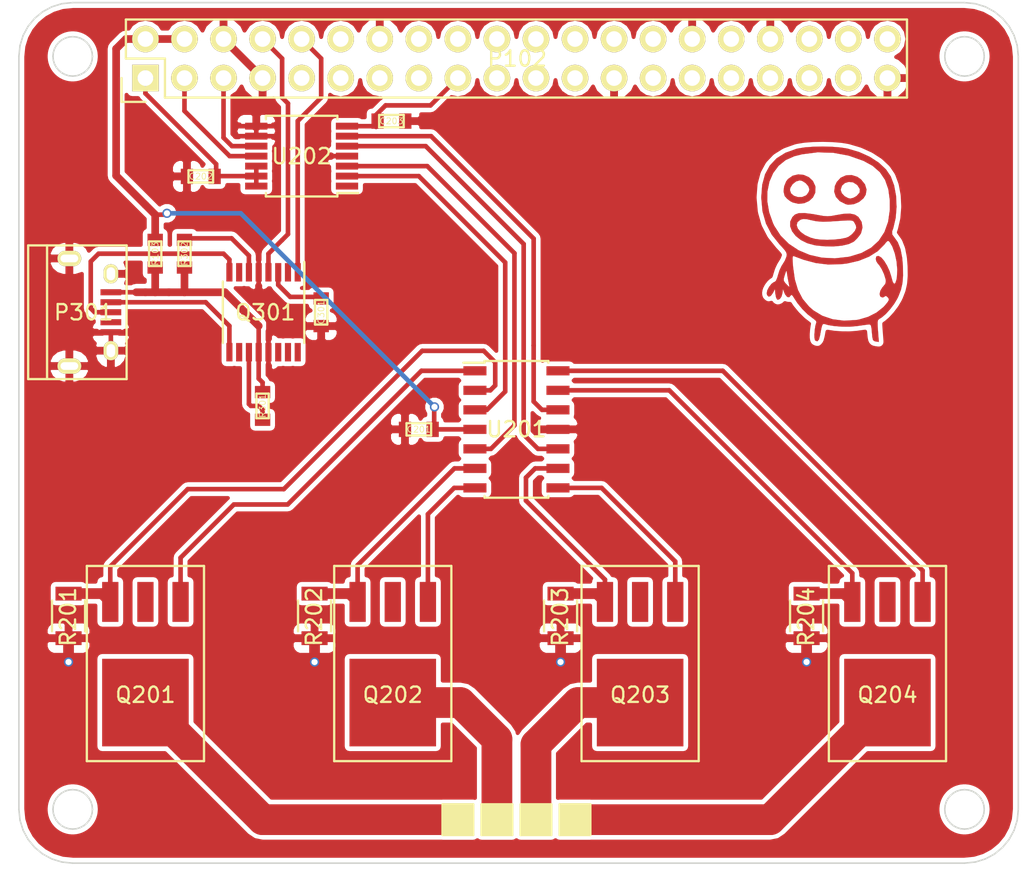
<source format=kicad_pcb>
(kicad_pcb (version 4) (host pcbnew 0.201509030901+6151~29~ubuntu14.04.1-product)

  (general
    (links 73)
    (no_connects 6)
    (area 121.72111 75.038879 186.821115 131.138882)
    (thickness 1.6)
    (drawings 173)
    (tracks 185)
    (zones 0)
    (modules 25)
    (nets 63)
  )

  (page A4)
  (layers
    (0 F.Cu signal)
    (31 B.Cu signal)
    (32 B.Adhes user)
    (33 F.Adhes user)
    (34 B.Paste user)
    (35 F.Paste user)
    (36 B.SilkS user)
    (37 F.SilkS user)
    (38 B.Mask user)
    (39 F.Mask user)
    (40 Dwgs.User user)
    (41 Cmts.User user)
    (42 Eco1.User user)
    (43 Eco2.User user)
    (44 Edge.Cuts user)
    (45 Margin user)
    (46 B.CrtYd user)
    (47 F.CrtYd user)
    (48 B.Fab user)
    (49 F.Fab user)
  )

  (setup
    (last_trace_width 2)
    (user_trace_width 0.3)
    (user_trace_width 0.5)
    (user_trace_width 0.7)
    (user_trace_width 1)
    (user_trace_width 2)
    (trace_clearance 0.2)
    (zone_clearance 0.3)
    (zone_45_only yes)
    (trace_min 0.2)
    (segment_width 0.2)
    (edge_width 0.2)
    (via_size 0.6)
    (via_drill 0.4)
    (via_min_size 0.4)
    (via_min_drill 0.3)
    (uvia_size 0.3)
    (uvia_drill 0.1)
    (uvias_allowed no)
    (uvia_min_size 0.2)
    (uvia_min_drill 0.1)
    (pcb_text_width 0.3)
    (pcb_text_size 1.5 1.5)
    (mod_edge_width 0.15)
    (mod_text_size 1 1)
    (mod_text_width 0.15)
    (pad_size 1 1)
    (pad_drill 0)
    (pad_to_mask_clearance 0.2)
    (aux_axis_origin 0 0)
    (visible_elements FFFFFF7F)
    (pcbplotparams
      (layerselection 0x00030_80000001)
      (usegerberextensions false)
      (excludeedgelayer true)
      (linewidth 0.100000)
      (plotframeref false)
      (viasonmask false)
      (mode 1)
      (useauxorigin false)
      (hpglpennumber 1)
      (hpglpenspeed 20)
      (hpglpendiameter 15)
      (hpglpenoverlay 2)
      (psnegative false)
      (psa4output false)
      (plotreference true)
      (plotvalue true)
      (plotinvisibletext false)
      (padsonsilk false)
      (subtractmaskfromsilk false)
      (outputformat 1)
      (mirror false)
      (drillshape 0)
      (scaleselection 1)
      (outputdirectory ""))
  )

  (net 0 "")
  (net 1 GND)
  (net 2 3v3)
  (net 3 5V)
  (net 4 MOSI)
  (net 5 MISO)
  (net 6 SCK)
  (net 7 RESET)
  (net 8 "/LED driver/DrainRed")
  (net 9 "/LED driver/DrainGreen")
  (net 10 "/LED driver/DrainBlue")
  (net 11 "Net-(P102-Pad9)")
  (net 12 "Net-(P102-Pad11)")
  (net 13 "Net-(P102-Pad12)")
  (net 14 "Net-(P102-Pad13)")
  (net 15 "Net-(P102-Pad16)")
  (net 16 "Net-(P102-Pad18)")
  (net 17 "Net-(P102-Pad20)")
  (net 18 "Net-(P102-Pad22)")
  (net 19 "Net-(P102-Pad24)")
  (net 20 "Net-(P102-Pad26)")
  (net 21 "Net-(P102-Pad27)")
  (net 22 "Net-(P102-Pad28)")
  (net 23 "Net-(P102-Pad29)")
  (net 24 "Net-(P102-Pad31)")
  (net 25 "Net-(P102-Pad32)")
  (net 26 "Net-(P102-Pad33)")
  (net 27 "Net-(P102-Pad35)")
  (net 28 "Net-(P102-Pad36)")
  (net 29 "Net-(P102-Pad37)")
  (net 30 "Net-(P102-Pad38)")
  (net 31 "Net-(P102-Pad40)")
  (net 32 "Net-(Q201-Pad1)")
  (net 33 "Net-(Q202-Pad1)")
  (net 34 "Net-(Q203-Pad1)")
  (net 35 "Net-(U202-Pad1)")
  (net 36 "Net-(Q204-Pad1)")
  (net 37 "/LED driver/DrainWhite")
  (net 38 "Net-(C301-Pad2)")
  (net 39 "/LED driver/SDA")
  (net 40 "/LED driver/SCL")
  (net 41 /USBSerial/5VUSB)
  (net 42 "Net-(P301-Pad2)")
  (net 43 "Net-(P301-Pad3)")
  (net 44 "Net-(P301-Pad4)")
  (net 45 /USBSerial/TX)
  (net 46 "Net-(Q301-Pad2)")
  (net 47 /USBSerial/RX)
  (net 48 "Net-(Q301-Pad6)")
  (net 49 "Net-(Q301-Pad7)")
  (net 50 "Net-(Q301-Pad11)")
  (net 51 "Net-(Q301-Pad14)")
  (net 52 "Net-(Q301-Pad15)")
  (net 53 "Net-(Q301-Pad16)")
  (net 54 "/LED driver/R")
  (net 55 "/LED driver/G")
  (net 56 "/LED driver/B")
  (net 57 "/LED driver/W")
  (net 58 "Net-(Q201-Pad3)")
  (net 59 "Net-(Q202-Pad3)")
  (net 60 "Net-(Q203-Pad3)")
  (net 61 "Net-(Q204-Pad3)")
  (net 62 "Net-(Q301-Pad10)")

  (net_class Default "This is the default net class."
    (clearance 0.2)
    (trace_width 0.5)
    (via_dia 0.6)
    (via_drill 0.4)
    (uvia_dia 0.3)
    (uvia_drill 0.1)
    (add_net "/LED driver/B")
    (add_net "/LED driver/DrainBlue")
    (add_net "/LED driver/DrainGreen")
    (add_net "/LED driver/DrainRed")
    (add_net "/LED driver/DrainWhite")
    (add_net "/LED driver/G")
    (add_net "/LED driver/R")
    (add_net "/LED driver/SCL")
    (add_net "/LED driver/SDA")
    (add_net "/LED driver/W")
    (add_net /USBSerial/5VUSB)
    (add_net /USBSerial/RX)
    (add_net /USBSerial/TX)
    (add_net 3v3)
    (add_net 5V)
    (add_net GND)
    (add_net MISO)
    (add_net MOSI)
    (add_net "Net-(C301-Pad2)")
    (add_net "Net-(P102-Pad11)")
    (add_net "Net-(P102-Pad12)")
    (add_net "Net-(P102-Pad13)")
    (add_net "Net-(P102-Pad16)")
    (add_net "Net-(P102-Pad18)")
    (add_net "Net-(P102-Pad20)")
    (add_net "Net-(P102-Pad22)")
    (add_net "Net-(P102-Pad24)")
    (add_net "Net-(P102-Pad26)")
    (add_net "Net-(P102-Pad27)")
    (add_net "Net-(P102-Pad28)")
    (add_net "Net-(P102-Pad29)")
    (add_net "Net-(P102-Pad31)")
    (add_net "Net-(P102-Pad32)")
    (add_net "Net-(P102-Pad33)")
    (add_net "Net-(P102-Pad35)")
    (add_net "Net-(P102-Pad36)")
    (add_net "Net-(P102-Pad37)")
    (add_net "Net-(P102-Pad38)")
    (add_net "Net-(P102-Pad40)")
    (add_net "Net-(P102-Pad9)")
    (add_net "Net-(P301-Pad2)")
    (add_net "Net-(P301-Pad3)")
    (add_net "Net-(P301-Pad4)")
    (add_net "Net-(Q201-Pad1)")
    (add_net "Net-(Q201-Pad3)")
    (add_net "Net-(Q202-Pad1)")
    (add_net "Net-(Q202-Pad3)")
    (add_net "Net-(Q203-Pad1)")
    (add_net "Net-(Q203-Pad3)")
    (add_net "Net-(Q204-Pad1)")
    (add_net "Net-(Q204-Pad3)")
    (add_net "Net-(Q301-Pad10)")
    (add_net "Net-(Q301-Pad11)")
    (add_net "Net-(Q301-Pad14)")
    (add_net "Net-(Q301-Pad15)")
    (add_net "Net-(Q301-Pad16)")
    (add_net "Net-(Q301-Pad2)")
    (add_net "Net-(Q301-Pad6)")
    (add_net "Net-(Q301-Pad7)")
    (add_net "Net-(U202-Pad1)")
    (add_net RESET)
    (add_net SCK)
  )

  (module Pin_Headers:Pin_Header_Straight_2x20 locked (layer F.Cu) (tedit 56B90F12) (tstamp 56AD0476)
    (at 130 80 90)
    (descr "Through hole pin header")
    (tags "pin header")
    (path /5669BE7E)
    (fp_text reference P102 (at 1.26 24.178 360) (layer F.SilkS)
      (effects (font (size 1 1) (thickness 0.15)))
    )
    (fp_text value CONN_02X20 (at 0 -3.1 90) (layer F.Fab)
      (effects (font (size 1 1) (thickness 0.15)))
    )
    (fp_line (start -1.75 -1.75) (end -1.75 50.05) (layer F.CrtYd) (width 0.05))
    (fp_line (start 4.3 -1.75) (end 4.3 50.05) (layer F.CrtYd) (width 0.05))
    (fp_line (start -1.75 -1.75) (end 4.3 -1.75) (layer F.CrtYd) (width 0.05))
    (fp_line (start -1.75 50.05) (end 4.3 50.05) (layer F.CrtYd) (width 0.05))
    (fp_line (start 3.81 49.53) (end 3.81 -1.27) (layer F.SilkS) (width 0.15))
    (fp_line (start -1.27 1.27) (end -1.27 49.53) (layer F.SilkS) (width 0.15))
    (fp_line (start 3.81 49.53) (end -1.27 49.53) (layer F.SilkS) (width 0.15))
    (fp_line (start 3.81 -1.27) (end 1.27 -1.27) (layer F.SilkS) (width 0.15))
    (fp_line (start 0 -1.55) (end -1.55 -1.55) (layer F.SilkS) (width 0.15))
    (fp_line (start 1.27 -1.27) (end 1.27 1.27) (layer F.SilkS) (width 0.15))
    (fp_line (start 1.27 1.27) (end -1.27 1.27) (layer F.SilkS) (width 0.15))
    (fp_line (start -1.55 -1.55) (end -1.55 0) (layer F.SilkS) (width 0.15))
    (pad 1 thru_hole rect (at 0 0 90) (size 1.7272 1.7272) (drill 1.016) (layers *.Cu *.Mask F.SilkS)
      (net 2 3v3))
    (pad 2 thru_hole oval (at 2.54 0 90) (size 1.7272 1.7272) (drill 1.016) (layers *.Cu *.Mask F.SilkS)
      (net 3 5V))
    (pad 3 thru_hole oval (at 0 2.54 90) (size 1.7272 1.7272) (drill 1.016) (layers *.Cu *.Mask F.SilkS)
      (net 39 "/LED driver/SDA"))
    (pad 4 thru_hole oval (at 2.54 2.54 90) (size 1.7272 1.7272) (drill 1.016) (layers *.Cu *.Mask F.SilkS)
      (net 3 5V))
    (pad 5 thru_hole oval (at 0 5.08 90) (size 1.7272 1.7272) (drill 1.016) (layers *.Cu *.Mask F.SilkS)
      (net 40 "/LED driver/SCL"))
    (pad 6 thru_hole oval (at 2.54 5.08 90) (size 1.7272 1.7272) (drill 1.016) (layers *.Cu *.Mask F.SilkS)
      (net 1 GND))
    (pad 7 thru_hole oval (at 0 7.62 90) (size 1.7272 1.7272) (drill 1.016) (layers *.Cu *.Mask F.SilkS)
      (net 1 GND))
    (pad 8 thru_hole oval (at 2.54 7.62 90) (size 1.7272 1.7272) (drill 1.016) (layers *.Cu *.Mask F.SilkS)
      (net 47 /USBSerial/RX))
    (pad 9 thru_hole oval (at 0 10.16 90) (size 1.7272 1.7272) (drill 1.016) (layers *.Cu *.Mask F.SilkS)
      (net 11 "Net-(P102-Pad9)"))
    (pad 10 thru_hole oval (at 2.54 10.16 90) (size 1.7272 1.7272) (drill 1.016) (layers *.Cu *.Mask F.SilkS)
      (net 45 /USBSerial/TX))
    (pad 11 thru_hole oval (at 0 12.7 90) (size 1.7272 1.7272) (drill 1.016) (layers *.Cu *.Mask F.SilkS)
      (net 12 "Net-(P102-Pad11)"))
    (pad 12 thru_hole oval (at 2.54 12.7 90) (size 1.7272 1.7272) (drill 1.016) (layers *.Cu *.Mask F.SilkS)
      (net 13 "Net-(P102-Pad12)"))
    (pad 13 thru_hole oval (at 0 15.24 90) (size 1.7272 1.7272) (drill 1.016) (layers *.Cu *.Mask F.SilkS)
      (net 14 "Net-(P102-Pad13)"))
    (pad 14 thru_hole oval (at 2.54 15.24 90) (size 1.7272 1.7272) (drill 1.016) (layers *.Cu *.Mask F.SilkS)
      (net 1 GND))
    (pad 15 thru_hole oval (at 0 17.78 90) (size 1.7272 1.7272) (drill 1.016) (layers *.Cu *.Mask F.SilkS)
      (net 7 RESET))
    (pad 16 thru_hole oval (at 2.54 17.78 90) (size 1.7272 1.7272) (drill 1.016) (layers *.Cu *.Mask F.SilkS)
      (net 15 "Net-(P102-Pad16)"))
    (pad 17 thru_hole oval (at 0 20.32 90) (size 1.7272 1.7272) (drill 1.016) (layers *.Cu *.Mask F.SilkS)
      (net 2 3v3))
    (pad 18 thru_hole oval (at 2.54 20.32 90) (size 1.7272 1.7272) (drill 1.016) (layers *.Cu *.Mask F.SilkS)
      (net 16 "Net-(P102-Pad18)"))
    (pad 19 thru_hole oval (at 0 22.86 90) (size 1.7272 1.7272) (drill 1.016) (layers *.Cu *.Mask F.SilkS)
      (net 4 MOSI))
    (pad 20 thru_hole oval (at 2.54 22.86 90) (size 1.7272 1.7272) (drill 1.016) (layers *.Cu *.Mask F.SilkS)
      (net 17 "Net-(P102-Pad20)"))
    (pad 21 thru_hole oval (at 0 25.4 90) (size 1.7272 1.7272) (drill 1.016) (layers *.Cu *.Mask F.SilkS)
      (net 5 MISO))
    (pad 22 thru_hole oval (at 2.54 25.4 90) (size 1.7272 1.7272) (drill 1.016) (layers *.Cu *.Mask F.SilkS)
      (net 18 "Net-(P102-Pad22)"))
    (pad 23 thru_hole oval (at 0 27.94 90) (size 1.7272 1.7272) (drill 1.016) (layers *.Cu *.Mask F.SilkS)
      (net 6 SCK))
    (pad 24 thru_hole oval (at 2.54 27.94 90) (size 1.7272 1.7272) (drill 1.016) (layers *.Cu *.Mask F.SilkS)
      (net 19 "Net-(P102-Pad24)"))
    (pad 25 thru_hole oval (at 0 30.48 90) (size 1.7272 1.7272) (drill 1.016) (layers *.Cu *.Mask F.SilkS)
      (net 1 GND))
    (pad 26 thru_hole oval (at 2.54 30.48 90) (size 1.7272 1.7272) (drill 1.016) (layers *.Cu *.Mask F.SilkS)
      (net 20 "Net-(P102-Pad26)"))
    (pad 27 thru_hole oval (at 0 33.02 90) (size 1.7272 1.7272) (drill 1.016) (layers *.Cu *.Mask F.SilkS)
      (net 21 "Net-(P102-Pad27)"))
    (pad 28 thru_hole oval (at 2.54 33.02 90) (size 1.7272 1.7272) (drill 1.016) (layers *.Cu *.Mask F.SilkS)
      (net 22 "Net-(P102-Pad28)"))
    (pad 29 thru_hole oval (at 0 35.56 90) (size 1.7272 1.7272) (drill 1.016) (layers *.Cu *.Mask F.SilkS)
      (net 23 "Net-(P102-Pad29)"))
    (pad 30 thru_hole oval (at 2.54 35.56 90) (size 1.7272 1.7272) (drill 1.016) (layers *.Cu *.Mask F.SilkS)
      (net 1 GND))
    (pad 31 thru_hole oval (at 0 38.1 90) (size 1.7272 1.7272) (drill 1.016) (layers *.Cu *.Mask F.SilkS)
      (net 24 "Net-(P102-Pad31)"))
    (pad 32 thru_hole oval (at 2.54 38.1 90) (size 1.7272 1.7272) (drill 1.016) (layers *.Cu *.Mask F.SilkS)
      (net 25 "Net-(P102-Pad32)"))
    (pad 33 thru_hole oval (at 0 40.64 90) (size 1.7272 1.7272) (drill 1.016) (layers *.Cu *.Mask F.SilkS)
      (net 26 "Net-(P102-Pad33)"))
    (pad 34 thru_hole oval (at 2.54 40.64 90) (size 1.7272 1.7272) (drill 1.016) (layers *.Cu *.Mask F.SilkS)
      (net 1 GND))
    (pad 35 thru_hole oval (at 0 43.18 90) (size 1.7272 1.7272) (drill 1.016) (layers *.Cu *.Mask F.SilkS)
      (net 27 "Net-(P102-Pad35)"))
    (pad 36 thru_hole oval (at 2.54 43.18 90) (size 1.7272 1.7272) (drill 1.016) (layers *.Cu *.Mask F.SilkS)
      (net 28 "Net-(P102-Pad36)"))
    (pad 37 thru_hole oval (at 0 45.72 90) (size 1.7272 1.7272) (drill 1.016) (layers *.Cu *.Mask F.SilkS)
      (net 29 "Net-(P102-Pad37)"))
    (pad 38 thru_hole oval (at 2.54 45.72 90) (size 1.7272 1.7272) (drill 1.016) (layers *.Cu *.Mask F.SilkS)
      (net 30 "Net-(P102-Pad38)"))
    (pad 39 thru_hole oval (at 0 48.26 90) (size 1.7272 1.7272) (drill 1.016) (layers *.Cu *.Mask F.SilkS)
      (net 1 GND))
    (pad 40 thru_hole oval (at 2.54 48.26 90) (size 1.7272 1.7272) (drill 1.016) (layers *.Cu *.Mask F.SilkS)
      (net 31 "Net-(P102-Pad40)"))
    (model Pin_Headers.3dshapes/Pin_Header_Straight_2x20.wrl
      (at (xyz 0.05 -0.95 0))
      (scale (xyz 1 1 1))
      (rotate (xyz 0 0 90))
    )
  )

  (module Housings_SSOP:TSSOP-14_4.4x5mm_Pitch0.65mm (layer F.Cu) (tedit 56B90F1C) (tstamp 566DB399)
    (at 140.16 85.08 180)
    (descr "14-Lead Plastic Thin Shrink Small Outline (ST)-4.4 mm Body [TSSOP] (see Microchip Packaging Specification 00000049BS.pdf)")
    (tags "SSOP 0.65")
    (path /566DAEE5/566E84EB)
    (attr smd)
    (fp_text reference U202 (at 0.0028 -0.01 180) (layer F.SilkS)
      (effects (font (size 1 1) (thickness 0.15)))
    )
    (fp_text value MAX5813 (at -0.048 1.514 180) (layer F.Fab)
      (effects (font (size 1 1) (thickness 0.15)))
    )
    (fp_line (start -3.95 -2.8) (end -3.95 2.8) (layer F.CrtYd) (width 0.05))
    (fp_line (start 3.95 -2.8) (end 3.95 2.8) (layer F.CrtYd) (width 0.05))
    (fp_line (start -3.95 -2.8) (end 3.95 -2.8) (layer F.CrtYd) (width 0.05))
    (fp_line (start -3.95 2.8) (end 3.95 2.8) (layer F.CrtYd) (width 0.05))
    (fp_line (start -2.325 -2.625) (end -2.325 -2.4) (layer F.SilkS) (width 0.15))
    (fp_line (start 2.325 -2.625) (end 2.325 -2.4) (layer F.SilkS) (width 0.15))
    (fp_line (start 2.325 2.625) (end 2.325 2.4) (layer F.SilkS) (width 0.15))
    (fp_line (start -2.325 2.625) (end -2.325 2.4) (layer F.SilkS) (width 0.15))
    (fp_line (start -2.325 -2.625) (end 2.325 -2.625) (layer F.SilkS) (width 0.15))
    (fp_line (start -2.325 2.625) (end 2.325 2.625) (layer F.SilkS) (width 0.15))
    (fp_line (start -2.325 -2.4) (end -3.675 -2.4) (layer F.SilkS) (width 0.15))
    (pad 1 smd rect (at -2.95 -1.95 180) (size 1.45 0.45) (layers F.Cu F.Paste F.Mask)
      (net 35 "Net-(U202-Pad1)"))
    (pad 2 smd rect (at -2.95 -1.3 180) (size 1.45 0.45) (layers F.Cu F.Paste F.Mask)
      (net 54 "/LED driver/R"))
    (pad 3 smd rect (at -2.95 -0.65 180) (size 1.45 0.45) (layers F.Cu F.Paste F.Mask)
      (net 55 "/LED driver/G"))
    (pad 4 smd rect (at -2.95 0 180) (size 1.45 0.45) (layers F.Cu F.Paste F.Mask)
      (net 1 GND))
    (pad 5 smd rect (at -2.95 0.65 180) (size 1.45 0.45) (layers F.Cu F.Paste F.Mask)
      (net 56 "/LED driver/B"))
    (pad 6 smd rect (at -2.95 1.3 180) (size 1.45 0.45) (layers F.Cu F.Paste F.Mask)
      (net 57 "/LED driver/W"))
    (pad 7 smd rect (at -2.95 1.95 180) (size 1.45 0.45) (layers F.Cu F.Paste F.Mask)
      (net 2 3v3))
    (pad 8 smd rect (at 2.95 1.95 180) (size 1.45 0.45) (layers F.Cu F.Paste F.Mask)
      (net 1 GND))
    (pad 9 smd rect (at 2.95 1.3 180) (size 1.45 0.45) (layers F.Cu F.Paste F.Mask)
      (net 1 GND))
    (pad 10 smd rect (at 2.95 0.65 180) (size 1.45 0.45) (layers F.Cu F.Paste F.Mask)
      (net 40 "/LED driver/SCL"))
    (pad 11 smd rect (at 2.95 0 180) (size 1.45 0.45) (layers F.Cu F.Paste F.Mask)
      (net 39 "/LED driver/SDA"))
    (pad 12 smd rect (at 2.95 -0.65 180) (size 1.45 0.45) (layers F.Cu F.Paste F.Mask)
      (net 2 3v3))
    (pad 13 smd rect (at 2.95 -1.3 180) (size 1.45 0.45) (layers F.Cu F.Paste F.Mask)
      (net 2 3v3))
    (pad 14 smd rect (at 2.95 -1.95 180) (size 1.45 0.45) (layers F.Cu F.Paste F.Mask)
      (net 2 3v3))
    (model Housings_SSOP.3dshapes/TSSOP-14_4.4x5mm_Pitch0.65mm.wrl
      (at (xyz 0 0 0))
      (scale (xyz 1 1 1))
      (rotate (xyz 0 0 0))
    )
  )

  (module netl:1Pin_big locked (layer F.Cu) (tedit 55F8189A) (tstamp 566DFE19)
    (at 157.94 128.26 270)
    (descr "module 1 pin (ou trou mecanique de percage)")
    (tags DEV)
    (path /566DAEE5/566E01AE)
    (fp_text reference P204 (at 0 -3.50012 270) (layer F.SilkS) hide
      (effects (font (size 1 1) (thickness 0.15)))
    )
    (fp_text value CONN_01X01 (at 0.24892 3.74904 270) (layer F.Fab) hide
      (effects (font (size 1 1) (thickness 0.15)))
    )
    (fp_line (start -1 -1) (end 1 -1) (layer F.SilkS) (width 0.15))
    (fp_line (start 1 -1) (end 1 1) (layer F.SilkS) (width 0.15))
    (fp_line (start 1 1) (end -1 1) (layer F.SilkS) (width 0.15))
    (fp_line (start -1 1) (end -1 -1) (layer F.SilkS) (width 0.15))
    (pad 1 smd rect (at 0 0 270) (size 2 2) (layers F.Cu F.Paste F.SilkS F.Mask)
      (net 37 "/LED driver/DrainWhite"))
  )

  (module netl:1Pin_big locked (layer F.Cu) (tedit 55F8189A) (tstamp 566D9BF1)
    (at 155.4 128.26 270)
    (descr "module 1 pin (ou trou mecanique de percage)")
    (tags DEV)
    (path /566DAEE5/566E4797)
    (fp_text reference P203 (at 0 -3.50012 270) (layer F.SilkS) hide
      (effects (font (size 1 1) (thickness 0.15)))
    )
    (fp_text value CONN_01X01 (at 0.24892 3.74904 270) (layer F.Fab) hide
      (effects (font (size 1 1) (thickness 0.15)))
    )
    (fp_line (start -1 -1) (end 1 -1) (layer F.SilkS) (width 0.15))
    (fp_line (start 1 -1) (end 1 1) (layer F.SilkS) (width 0.15))
    (fp_line (start 1 1) (end -1 1) (layer F.SilkS) (width 0.15))
    (fp_line (start -1 1) (end -1 -1) (layer F.SilkS) (width 0.15))
    (pad 1 smd rect (at 0 0 270) (size 2 2) (layers F.Cu F.Paste F.SilkS F.Mask)
      (net 10 "/LED driver/DrainBlue"))
  )

  (module netl:1Pin_big locked (layer F.Cu) (tedit 55F8189A) (tstamp 566D9BE0)
    (at 152.86 128.26 270)
    (descr "module 1 pin (ou trou mecanique de percage)")
    (tags DEV)
    (path /566DAEE5/566E4519)
    (fp_text reference P202 (at 0 -3.50012 270) (layer F.SilkS) hide
      (effects (font (size 1 1) (thickness 0.15)))
    )
    (fp_text value CONN_01X01 (at 0.24892 3.74904 270) (layer F.Fab) hide
      (effects (font (size 1 1) (thickness 0.15)))
    )
    (fp_line (start -1 -1) (end 1 -1) (layer F.SilkS) (width 0.15))
    (fp_line (start 1 -1) (end 1 1) (layer F.SilkS) (width 0.15))
    (fp_line (start 1 1) (end -1 1) (layer F.SilkS) (width 0.15))
    (fp_line (start -1 1) (end -1 -1) (layer F.SilkS) (width 0.15))
    (pad 1 smd rect (at 0 0 270) (size 2 2) (layers F.Cu F.Paste F.SilkS F.Mask)
      (net 9 "/LED driver/DrainGreen"))
  )

  (module netl:1Pin_big locked (layer F.Cu) (tedit 55F8189A) (tstamp 566D9BCF)
    (at 150.32 128.26 270)
    (descr "module 1 pin (ou trou mecanique de percage)")
    (tags DEV)
    (path /566DAEE5/566DBF4F)
    (fp_text reference P201 (at 0 -3.50012 270) (layer F.SilkS) hide
      (effects (font (size 1 1) (thickness 0.15)))
    )
    (fp_text value CONN_01X01 (at 0.24892 3.74904 270) (layer F.Fab) hide
      (effects (font (size 1 1) (thickness 0.15)))
    )
    (fp_line (start -1 -1) (end 1 -1) (layer F.SilkS) (width 0.15))
    (fp_line (start 1 -1) (end 1 1) (layer F.SilkS) (width 0.15))
    (fp_line (start 1 1) (end -1 1) (layer F.SilkS) (width 0.15))
    (fp_line (start -1 1) (end -1 -1) (layer F.SilkS) (width 0.15))
    (pad 1 smd rect (at 0 0 270) (size 2 2) (layers F.Cu F.Paste F.SilkS F.Mask)
      (net 8 "/LED driver/DrainRed"))
  )

  (module netl:SMD_0603 (layer F.Cu) (tedit 566EA61D) (tstamp 566EA62E)
    (at 147.78 102.86)
    (path /566DAEE5/566EA826)
    (fp_text reference C201 (at 0 0) (layer F.SilkS)
      (effects (font (size 0.4 0.4) (thickness 0.05)))
    )
    (fp_text value 100n (at 0 -0.8) (layer F.Fab)
      (effects (font (size 0.4 0.4) (thickness 0.1)))
    )
    (fp_line (start -0.8 0.4) (end 0.8 0.4) (layer F.SilkS) (width 0.15))
    (fp_line (start 0.8 0.4) (end 0.8 -0.4) (layer F.SilkS) (width 0.15))
    (fp_line (start 0.8 -0.4) (end -0.8 -0.4) (layer F.SilkS) (width 0.15))
    (fp_line (start -0.8 -0.4) (end -0.8 0.4) (layer F.SilkS) (width 0.15))
    (pad 1 smd rect (at -1 0) (size 0.8 1) (drill (offset 0.1 0)) (layers F.Cu F.Paste F.Mask)
      (net 1 GND))
    (pad 2 smd rect (at 1 0) (size 0.8 1) (drill (offset -0.1 0)) (layers F.Cu F.Paste F.Mask)
      (net 3 5V))
  )

  (module netl:SMD_0603 (layer F.Cu) (tedit 5537B97F) (tstamp 56ACB632)
    (at 141.43 95.24 90)
    (path /56ACA693/56AD1077)
    (fp_text reference C301 (at 0 0 90) (layer F.SilkS)
      (effects (font (size 0.4 0.4) (thickness 0.05)))
    )
    (fp_text value 100n (at 0 -0.8 90) (layer F.Fab)
      (effects (font (size 0.4 0.4) (thickness 0.1)))
    )
    (fp_line (start -0.8 0.4) (end 0.8 0.4) (layer F.SilkS) (width 0.15))
    (fp_line (start 0.8 0.4) (end 0.8 -0.4) (layer F.SilkS) (width 0.15))
    (fp_line (start 0.8 -0.4) (end -0.8 -0.4) (layer F.SilkS) (width 0.15))
    (fp_line (start -0.8 -0.4) (end -0.8 0.4) (layer F.SilkS) (width 0.15))
    (pad 1 smd rect (at -1 0 90) (size 0.8 1) (drill (offset 0.1 0)) (layers F.Cu F.Paste F.Mask)
      (net 1 GND))
    (pad 2 smd rect (at 1 0 90) (size 0.8 1) (drill (offset -0.1 0)) (layers F.Cu F.Paste F.Mask)
      (net 38 "Net-(C301-Pad2)"))
  )

  (module Connect:USB_Micro-B locked (layer F.Cu) (tedit 56B90EBB) (tstamp 56ACB63F)
    (at 126.19 95.24 270)
    (descr "Micro USB Type B Receptacle")
    (tags "USB USB_B USB_micro USB_OTG")
    (path /56ACA693/56AD0E94)
    (attr smd)
    (fp_text reference P301 (at 0.01 0.206 360) (layer F.SilkS)
      (effects (font (size 1 1) (thickness 0.15)))
    )
    (fp_text value USB_OTG (at 0 4.8 270) (layer F.Fab)
      (effects (font (size 1 1) (thickness 0.15)))
    )
    (fp_line (start -4.6 -2.8) (end 4.6 -2.8) (layer F.CrtYd) (width 0.05))
    (fp_line (start 4.6 -2.8) (end 4.6 4.05) (layer F.CrtYd) (width 0.05))
    (fp_line (start 4.6 4.05) (end -4.6 4.05) (layer F.CrtYd) (width 0.05))
    (fp_line (start -4.6 4.05) (end -4.6 -2.8) (layer F.CrtYd) (width 0.05))
    (fp_line (start -4.3509 3.81746) (end 4.3491 3.81746) (layer F.SilkS) (width 0.15))
    (fp_line (start -4.3509 -2.58754) (end 4.3491 -2.58754) (layer F.SilkS) (width 0.15))
    (fp_line (start 4.3491 -2.58754) (end 4.3491 3.81746) (layer F.SilkS) (width 0.15))
    (fp_line (start 4.3491 2.58746) (end -4.3509 2.58746) (layer F.SilkS) (width 0.15))
    (fp_line (start -4.3509 3.81746) (end -4.3509 -2.58754) (layer F.SilkS) (width 0.15))
    (pad 1 smd rect (at -1.3009 -1.56254) (size 1.35 0.4) (layers F.Cu F.Paste F.Mask)
      (net 41 /USBSerial/5VUSB))
    (pad 2 smd rect (at -0.6509 -1.56254) (size 1.35 0.4) (layers F.Cu F.Paste F.Mask)
      (net 42 "Net-(P301-Pad2)"))
    (pad 3 smd rect (at -0.0009 -1.56254) (size 1.35 0.4) (layers F.Cu F.Paste F.Mask)
      (net 43 "Net-(P301-Pad3)"))
    (pad 4 smd rect (at 0.6491 -1.56254) (size 1.35 0.4) (layers F.Cu F.Paste F.Mask)
      (net 44 "Net-(P301-Pad4)"))
    (pad 5 smd rect (at 1.2991 -1.56254) (size 1.35 0.4) (layers F.Cu F.Paste F.Mask)
      (net 1 GND))
    (pad 6 thru_hole oval (at -2.5009 -1.56254) (size 0.95 1.25) (drill oval 0.55 0.85) (layers *.Cu *.Mask F.SilkS)
      (net 1 GND))
    (pad 6 thru_hole oval (at 2.4991 -1.56254) (size 0.95 1.25) (drill oval 0.55 0.85) (layers *.Cu *.Mask F.SilkS)
      (net 1 GND))
    (pad 6 thru_hole oval (at -3.5009 1.13746) (size 1.55 1) (drill oval 1.15 0.5) (layers *.Cu *.Mask F.SilkS)
      (net 1 GND))
    (pad 6 thru_hole oval (at 3.4991 1.13746) (size 1.55 1) (drill oval 1.15 0.5) (layers *.Cu *.Mask F.SilkS)
      (net 1 GND))
  )

  (module Housings_SSOP:SSOP-16_3.9x4.9mm_Pitch0.635mm locked (layer F.Cu) (tedit 56B90F33) (tstamp 56ACB653)
    (at 137.6835 95.24 270)
    (descr "SSOP16: plastic shrink small outline package; 16 leads; body width 3.9 mm; lead pitch 0.635; (see NXP SSOP-TSSOP-VSO-REFLOW.pdf and sot519-1_po.pdf)")
    (tags "SSOP 0.635")
    (path /56ACA693/56AD0E00)
    (attr smd)
    (fp_text reference Q301 (at 0.01 -0.1115 360) (layer F.SilkS)
      (effects (font (size 1 1) (thickness 0.15)))
    )
    (fp_text value FT230XS-R (at 0.01 3.5715 270) (layer F.Fab)
      (effects (font (size 1 1) (thickness 0.15)))
    )
    (fp_line (start -3.45 -2.75) (end -3.45 2.75) (layer F.CrtYd) (width 0.05))
    (fp_line (start 3.45 -2.75) (end 3.45 2.75) (layer F.CrtYd) (width 0.05))
    (fp_line (start -3.45 -2.75) (end 3.45 -2.75) (layer F.CrtYd) (width 0.05))
    (fp_line (start -3.45 2.75) (end 3.45 2.75) (layer F.CrtYd) (width 0.05))
    (fp_line (start -2 2.6475) (end 2 2.6475) (layer F.SilkS) (width 0.15))
    (fp_line (start -3.275 -2.6475) (end 2 -2.6475) (layer F.SilkS) (width 0.15))
    (pad 1 smd rect (at -2.6 -2.2225 270) (size 1.2 0.4) (layers F.Cu F.Paste F.Mask)
      (net 45 /USBSerial/TX))
    (pad 2 smd rect (at -2.6 -1.5875 270) (size 1.2 0.4) (layers F.Cu F.Paste F.Mask)
      (net 46 "Net-(Q301-Pad2)"))
    (pad 3 smd rect (at -2.6 -0.9525 270) (size 1.2 0.4) (layers F.Cu F.Paste F.Mask)
      (net 38 "Net-(C301-Pad2)"))
    (pad 4 smd rect (at -2.6 -0.3175 270) (size 1.2 0.4) (layers F.Cu F.Paste F.Mask)
      (net 47 /USBSerial/RX))
    (pad 5 smd rect (at -2.6 0.3175 270) (size 1.2 0.4) (layers F.Cu F.Paste F.Mask)
      (net 1 GND))
    (pad 6 smd rect (at -2.6 0.9525 270) (size 1.2 0.4) (layers F.Cu F.Paste F.Mask)
      (net 48 "Net-(Q301-Pad6)"))
    (pad 7 smd rect (at -2.6 1.5875 270) (size 1.2 0.4) (layers F.Cu F.Paste F.Mask)
      (net 49 "Net-(Q301-Pad7)"))
    (pad 8 smd rect (at -2.6 2.2225 270) (size 1.2 0.4) (layers F.Cu F.Paste F.Mask)
      (net 43 "Net-(P301-Pad3)"))
    (pad 9 smd rect (at 2.6 2.2225 270) (size 1.2 0.4) (layers F.Cu F.Paste F.Mask)
      (net 42 "Net-(P301-Pad2)"))
    (pad 10 smd rect (at 2.6 1.5875 270) (size 1.2 0.4) (layers F.Cu F.Paste F.Mask)
      (net 62 "Net-(Q301-Pad10)"))
    (pad 11 smd rect (at 2.6 0.9525 270) (size 1.2 0.4) (layers F.Cu F.Paste F.Mask)
      (net 50 "Net-(Q301-Pad11)"))
    (pad 12 smd rect (at 2.6 0.3175 270) (size 1.2 0.4) (layers F.Cu F.Paste F.Mask)
      (net 41 /USBSerial/5VUSB))
    (pad 13 smd rect (at 2.6 -0.3175 270) (size 1.2 0.4) (layers F.Cu F.Paste F.Mask)
      (net 1 GND))
    (pad 14 smd rect (at 2.6 -0.9525 270) (size 1.2 0.4) (layers F.Cu F.Paste F.Mask)
      (net 51 "Net-(Q301-Pad14)"))
    (pad 15 smd rect (at 2.6 -1.5875 270) (size 1.2 0.4) (layers F.Cu F.Paste F.Mask)
      (net 52 "Net-(Q301-Pad15)"))
    (pad 16 smd rect (at 2.6 -2.2225 270) (size 1.2 0.4) (layers F.Cu F.Paste F.Mask)
      (net 53 "Net-(Q301-Pad16)"))
    (model Housings_SSOP.3dshapes/SSOP-16_3.9x4.9mm_Pitch0.635mm.wrl
      (at (xyz 0 0 0))
      (scale (xyz 1 1 1))
      (rotate (xyz 0 0 0))
    )
  )

  (module netl:SMD_0603 (layer F.Cu) (tedit 5537B97F) (tstamp 56ACB659)
    (at 130.635 91.43 90)
    (path /56AD29E1)
    (fp_text reference R103 (at 0 0 90) (layer F.SilkS)
      (effects (font (size 0.4 0.4) (thickness 0.05)))
    )
    (fp_text value 0R (at 0 -0.8 90) (layer F.Fab)
      (effects (font (size 0.4 0.4) (thickness 0.1)))
    )
    (fp_line (start -0.8 0.4) (end 0.8 0.4) (layer F.SilkS) (width 0.15))
    (fp_line (start 0.8 0.4) (end 0.8 -0.4) (layer F.SilkS) (width 0.15))
    (fp_line (start 0.8 -0.4) (end -0.8 -0.4) (layer F.SilkS) (width 0.15))
    (fp_line (start -0.8 -0.4) (end -0.8 0.4) (layer F.SilkS) (width 0.15))
    (pad 1 smd rect (at -1 0 90) (size 0.8 1) (drill (offset 0.1 0)) (layers F.Cu F.Paste F.Mask)
      (net 41 /USBSerial/5VUSB))
    (pad 2 smd rect (at 1 0 90) (size 0.8 1) (drill (offset -0.1 0)) (layers F.Cu F.Paste F.Mask)
      (net 3 5V))
  )

  (module netl:SMD_0603 (layer F.Cu) (tedit 5537B97F) (tstamp 56ACB675)
    (at 137.62 101.336 90)
    (path /56ACA693/56AD14F9)
    (fp_text reference R301 (at 0 0 90) (layer F.SilkS)
      (effects (font (size 0.4 0.4) (thickness 0.05)))
    )
    (fp_text value 10k (at 0 -0.8 90) (layer F.Fab)
      (effects (font (size 0.4 0.4) (thickness 0.1)))
    )
    (fp_line (start -0.8 0.4) (end 0.8 0.4) (layer F.SilkS) (width 0.15))
    (fp_line (start 0.8 0.4) (end 0.8 -0.4) (layer F.SilkS) (width 0.15))
    (fp_line (start 0.8 -0.4) (end -0.8 -0.4) (layer F.SilkS) (width 0.15))
    (fp_line (start -0.8 -0.4) (end -0.8 0.4) (layer F.SilkS) (width 0.15))
    (pad 1 smd rect (at -1 0 90) (size 0.8 1) (drill (offset 0.1 0)) (layers F.Cu F.Paste F.Mask)
      (net 50 "Net-(Q301-Pad11)"))
    (pad 2 smd rect (at 1 0 90) (size 0.8 1) (drill (offset -0.1 0)) (layers F.Cu F.Paste F.Mask)
      (net 41 /USBSerial/5VUSB))
  )

  (module netl:SMD_0603 (layer F.Cu) (tedit 5537B97F) (tstamp 56ACB67B)
    (at 132.54 91.43 90)
    (path /56ACA693/56AD170A)
    (fp_text reference R302 (at 0 0 90) (layer F.SilkS)
      (effects (font (size 0.4 0.4) (thickness 0.05)))
    )
    (fp_text value 10k (at 0 -0.8 90) (layer F.Fab)
      (effects (font (size 0.4 0.4) (thickness 0.1)))
    )
    (fp_line (start -0.8 0.4) (end 0.8 0.4) (layer F.SilkS) (width 0.15))
    (fp_line (start 0.8 0.4) (end 0.8 -0.4) (layer F.SilkS) (width 0.15))
    (fp_line (start 0.8 -0.4) (end -0.8 -0.4) (layer F.SilkS) (width 0.15))
    (fp_line (start -0.8 -0.4) (end -0.8 0.4) (layer F.SilkS) (width 0.15))
    (pad 1 smd rect (at -1 0 90) (size 0.8 1) (drill (offset 0.1 0)) (layers F.Cu F.Paste F.Mask)
      (net 41 /USBSerial/5VUSB))
    (pad 2 smd rect (at 1 0 90) (size 0.8 1) (drill (offset -0.1 0)) (layers F.Cu F.Paste F.Mask)
      (net 48 "Net-(Q301-Pad6)"))
  )

  (module Housings_SOIC:SOIC-14_3.9x8.7mm_Pitch1.27mm (layer F.Cu) (tedit 56B90ED3) (tstamp 56ACB67C)
    (at 154.13 102.86)
    (descr "14-Lead Plastic Small Outline (SL) - Narrow, 3.90 mm Body [SOIC] (see Microchip Packaging Specification 00000049BS.pdf)")
    (tags "SOIC 1.27")
    (path /566DAEE5/566DDC60)
    (attr smd)
    (fp_text reference U201 (at -0.00026 -0.00016) (layer F.SilkS)
      (effects (font (size 1 1) (thickness 0.15)))
    )
    (fp_text value LM2902N (at 0 5.375) (layer F.Fab)
      (effects (font (size 1 1) (thickness 0.15)))
    )
    (fp_line (start -3.7 -4.65) (end -3.7 4.65) (layer F.CrtYd) (width 0.05))
    (fp_line (start 3.7 -4.65) (end 3.7 4.65) (layer F.CrtYd) (width 0.05))
    (fp_line (start -3.7 -4.65) (end 3.7 -4.65) (layer F.CrtYd) (width 0.05))
    (fp_line (start -3.7 4.65) (end 3.7 4.65) (layer F.CrtYd) (width 0.05))
    (fp_line (start -2.075 -4.45) (end -2.075 -4.335) (layer F.SilkS) (width 0.15))
    (fp_line (start 2.075 -4.45) (end 2.075 -4.335) (layer F.SilkS) (width 0.15))
    (fp_line (start 2.075 4.45) (end 2.075 4.335) (layer F.SilkS) (width 0.15))
    (fp_line (start -2.075 4.45) (end -2.075 4.335) (layer F.SilkS) (width 0.15))
    (fp_line (start -2.075 -4.45) (end 2.075 -4.45) (layer F.SilkS) (width 0.15))
    (fp_line (start -2.075 4.45) (end 2.075 4.45) (layer F.SilkS) (width 0.15))
    (fp_line (start -2.075 -4.335) (end -3.45 -4.335) (layer F.SilkS) (width 0.15))
    (pad 1 smd rect (at -2.7 -3.81) (size 1.5 0.6) (layers F.Cu F.Paste F.Mask)
      (net 32 "Net-(Q201-Pad1)"))
    (pad 2 smd rect (at -2.7 -2.54) (size 1.5 0.6) (layers F.Cu F.Paste F.Mask)
      (net 58 "Net-(Q201-Pad3)"))
    (pad 3 smd rect (at -2.7 -1.27) (size 1.5 0.6) (layers F.Cu F.Paste F.Mask)
      (net 54 "/LED driver/R"))
    (pad 4 smd rect (at -2.7 0) (size 1.5 0.6) (layers F.Cu F.Paste F.Mask)
      (net 3 5V))
    (pad 5 smd rect (at -2.7 1.27) (size 1.5 0.6) (layers F.Cu F.Paste F.Mask)
      (net 55 "/LED driver/G"))
    (pad 6 smd rect (at -2.7 2.54) (size 1.5 0.6) (layers F.Cu F.Paste F.Mask)
      (net 59 "Net-(Q202-Pad3)"))
    (pad 7 smd rect (at -2.7 3.81) (size 1.5 0.6) (layers F.Cu F.Paste F.Mask)
      (net 33 "Net-(Q202-Pad1)"))
    (pad 8 smd rect (at 2.7 3.81) (size 1.5 0.6) (layers F.Cu F.Paste F.Mask)
      (net 34 "Net-(Q203-Pad1)"))
    (pad 9 smd rect (at 2.7 2.54) (size 1.5 0.6) (layers F.Cu F.Paste F.Mask)
      (net 60 "Net-(Q203-Pad3)"))
    (pad 10 smd rect (at 2.7 1.27) (size 1.5 0.6) (layers F.Cu F.Paste F.Mask)
      (net 56 "/LED driver/B"))
    (pad 11 smd rect (at 2.7 0) (size 1.5 0.6) (layers F.Cu F.Paste F.Mask)
      (net 1 GND))
    (pad 12 smd rect (at 2.7 -1.27) (size 1.5 0.6) (layers F.Cu F.Paste F.Mask)
      (net 57 "/LED driver/W"))
    (pad 13 smd rect (at 2.7 -2.54) (size 1.5 0.6) (layers F.Cu F.Paste F.Mask)
      (net 61 "Net-(Q204-Pad3)"))
    (pad 14 smd rect (at 2.7 -3.81) (size 1.5 0.6) (layers F.Cu F.Paste F.Mask)
      (net 36 "Net-(Q204-Pad1)"))
    (model Housings_SOIC.3dshapes/SOIC-14_3.9x8.7mm_Pitch1.27mm.wrl
      (at (xyz 0 0 0))
      (scale (xyz 1 1 1))
      (rotate (xyz 0 0 0))
    )
  )

  (module netl:TO252 locked (layer F.Cu) (tedit 56ACBCE6) (tstamp 56ACBE76)
    (at 130 120.64 180)
    (path /566DAEE5/56AD71A5)
    (fp_text reference Q201 (at 0 0.5 180) (layer F.SilkS)
      (effects (font (size 1 1) (thickness 0.15)))
    )
    (fp_text value Q_NMOS_GDSD (at 0 -0.5 180) (layer F.Fab)
      (effects (font (size 1 1) (thickness 0.15)))
    )
    (fp_line (start -3.81 -3.81) (end 3.81 -3.81) (layer F.SilkS) (width 0.15))
    (fp_line (start 3.81 -3.81) (end 3.81 8.89) (layer F.SilkS) (width 0.15))
    (fp_line (start 3.81 8.89) (end -3.81 8.89) (layer F.SilkS) (width 0.15))
    (fp_line (start -3.81 8.89) (end -3.81 -3.81) (layer F.SilkS) (width 0.15))
    (pad 1 smd rect (at -2.286 6.55 180) (size 1.06 2.6) (layers F.Cu F.Paste F.Mask)
      (net 32 "Net-(Q201-Pad1)"))
    (pad 2 smd rect (at 0 6.55 180) (size 1.06 2.6) (layers F.Cu F.Paste F.Mask)
      (net 8 "/LED driver/DrainRed"))
    (pad 3 smd rect (at 2.286 6.55 180) (size 1.06 2.6) (layers F.Cu F.Paste F.Mask)
      (net 58 "Net-(Q201-Pad3)"))
    (pad 4 smd rect (at 0 0 180) (size 5.632 5.7) (layers F.Cu F.Paste F.Mask)
      (net 8 "/LED driver/DrainRed"))
  )

  (module netl:TO252 locked (layer F.Cu) (tedit 56ACBCE6) (tstamp 56ACBE81)
    (at 146.086667 120.64 180)
    (path /566DAEE5/56AD6D90)
    (fp_text reference Q202 (at 0 0.5 180) (layer F.SilkS)
      (effects (font (size 1 1) (thickness 0.15)))
    )
    (fp_text value Q_NMOS_GDSD (at 0 -0.5 180) (layer F.Fab)
      (effects (font (size 1 1) (thickness 0.15)))
    )
    (fp_line (start -3.81 -3.81) (end 3.81 -3.81) (layer F.SilkS) (width 0.15))
    (fp_line (start 3.81 -3.81) (end 3.81 8.89) (layer F.SilkS) (width 0.15))
    (fp_line (start 3.81 8.89) (end -3.81 8.89) (layer F.SilkS) (width 0.15))
    (fp_line (start -3.81 8.89) (end -3.81 -3.81) (layer F.SilkS) (width 0.15))
    (pad 1 smd rect (at -2.286 6.55 180) (size 1.06 2.6) (layers F.Cu F.Paste F.Mask)
      (net 33 "Net-(Q202-Pad1)"))
    (pad 2 smd rect (at 0 6.55 180) (size 1.06 2.6) (layers F.Cu F.Paste F.Mask)
      (net 9 "/LED driver/DrainGreen"))
    (pad 3 smd rect (at 2.286 6.55 180) (size 1.06 2.6) (layers F.Cu F.Paste F.Mask)
      (net 59 "Net-(Q202-Pad3)"))
    (pad 4 smd rect (at 0 0 180) (size 5.632 5.7) (layers F.Cu F.Paste F.Mask)
      (net 9 "/LED driver/DrainGreen"))
  )

  (module netl:TO252 locked (layer F.Cu) (tedit 56ACBCE6) (tstamp 56ACBE8C)
    (at 162.173333 120.64 180)
    (path /566DAEE5/56AD733B)
    (fp_text reference Q203 (at 0 0.5 180) (layer F.SilkS)
      (effects (font (size 1 1) (thickness 0.15)))
    )
    (fp_text value Q_NMOS_GDSD (at 0 -0.5 180) (layer F.Fab)
      (effects (font (size 1 1) (thickness 0.15)))
    )
    (fp_line (start -3.81 -3.81) (end 3.81 -3.81) (layer F.SilkS) (width 0.15))
    (fp_line (start 3.81 -3.81) (end 3.81 8.89) (layer F.SilkS) (width 0.15))
    (fp_line (start 3.81 8.89) (end -3.81 8.89) (layer F.SilkS) (width 0.15))
    (fp_line (start -3.81 8.89) (end -3.81 -3.81) (layer F.SilkS) (width 0.15))
    (pad 1 smd rect (at -2.286 6.55 180) (size 1.06 2.6) (layers F.Cu F.Paste F.Mask)
      (net 34 "Net-(Q203-Pad1)"))
    (pad 2 smd rect (at 0 6.55 180) (size 1.06 2.6) (layers F.Cu F.Paste F.Mask)
      (net 10 "/LED driver/DrainBlue"))
    (pad 3 smd rect (at 2.286 6.55 180) (size 1.06 2.6) (layers F.Cu F.Paste F.Mask)
      (net 60 "Net-(Q203-Pad3)"))
    (pad 4 smd rect (at 0 0 180) (size 5.632 5.7) (layers F.Cu F.Paste F.Mask)
      (net 10 "/LED driver/DrainBlue"))
  )

  (module netl:TO252 locked (layer F.Cu) (tedit 56ACBCE6) (tstamp 56ACBE97)
    (at 178.26 120.64 180)
    (path /566DAEE5/56AD7239)
    (fp_text reference Q204 (at 0 0.5 180) (layer F.SilkS)
      (effects (font (size 1 1) (thickness 0.15)))
    )
    (fp_text value Q_NMOS_GDSD (at 0 -0.5 180) (layer F.Fab)
      (effects (font (size 1 1) (thickness 0.15)))
    )
    (fp_line (start -3.81 -3.81) (end 3.81 -3.81) (layer F.SilkS) (width 0.15))
    (fp_line (start 3.81 -3.81) (end 3.81 8.89) (layer F.SilkS) (width 0.15))
    (fp_line (start 3.81 8.89) (end -3.81 8.89) (layer F.SilkS) (width 0.15))
    (fp_line (start -3.81 8.89) (end -3.81 -3.81) (layer F.SilkS) (width 0.15))
    (pad 1 smd rect (at -2.286 6.55 180) (size 1.06 2.6) (layers F.Cu F.Paste F.Mask)
      (net 36 "Net-(Q204-Pad1)"))
    (pad 2 smd rect (at 0 6.55 180) (size 1.06 2.6) (layers F.Cu F.Paste F.Mask)
      (net 37 "/LED driver/DrainWhite"))
    (pad 3 smd rect (at 2.286 6.55 180) (size 1.06 2.6) (layers F.Cu F.Paste F.Mask)
      (net 61 "Net-(Q204-Pad3)"))
    (pad 4 smd rect (at 0 0 180) (size 5.632 5.7) (layers F.Cu F.Paste F.Mask)
      (net 37 "/LED driver/DrainWhite"))
  )

  (module Resistors_SMD:R_1206 locked (layer F.Cu) (tedit 56B90EF6) (tstamp 56ACB65A)
    (at 125 115 270)
    (descr "Resistor SMD 1206, reflow soldering, Vishay (see dcrcw.pdf)")
    (tags "resistor 1206")
    (path /566DAEE5/566DE0AB)
    (attr smd)
    (fp_text reference R201 (at 0.062 0.032 270) (layer F.SilkS)
      (effects (font (size 1 1) (thickness 0.15)))
    )
    (fp_text value R (at 0 2.3 270) (layer F.Fab)
      (effects (font (size 1 1) (thickness 0.15)))
    )
    (fp_line (start -2.2 -1.2) (end 2.2 -1.2) (layer F.CrtYd) (width 0.05))
    (fp_line (start -2.2 1.2) (end 2.2 1.2) (layer F.CrtYd) (width 0.05))
    (fp_line (start -2.2 -1.2) (end -2.2 1.2) (layer F.CrtYd) (width 0.05))
    (fp_line (start 2.2 -1.2) (end 2.2 1.2) (layer F.CrtYd) (width 0.05))
    (fp_line (start 1 1.075) (end -1 1.075) (layer F.SilkS) (width 0.15))
    (fp_line (start -1 -1.075) (end 1 -1.075) (layer F.SilkS) (width 0.15))
    (pad 1 smd rect (at -1.45 0 270) (size 0.9 1.7) (layers F.Cu F.Paste F.Mask)
      (net 58 "Net-(Q201-Pad3)"))
    (pad 2 smd rect (at 1.45 0 270) (size 0.9 1.7) (layers F.Cu F.Paste F.Mask)
      (net 1 GND))
    (model Resistors_SMD.3dshapes/R_1206.wrl
      (at (xyz 0 0 0))
      (scale (xyz 1 1 1))
      (rotate (xyz 0 0 0))
    )
  )

  (module Resistors_SMD:R_1206 locked (layer F.Cu) (tedit 56B90EEB) (tstamp 56ACB664)
    (at 141 115 270)
    (descr "Resistor SMD 1206, reflow soldering, Vishay (see dcrcw.pdf)")
    (tags "resistor 1206")
    (path /566DAEE5/566E452F)
    (attr smd)
    (fp_text reference R202 (at 0.062 0.03 270) (layer F.SilkS)
      (effects (font (size 1 1) (thickness 0.15)))
    )
    (fp_text value R (at 0 2.3 270) (layer F.Fab)
      (effects (font (size 1 1) (thickness 0.15)))
    )
    (fp_line (start -2.2 -1.2) (end 2.2 -1.2) (layer F.CrtYd) (width 0.05))
    (fp_line (start -2.2 1.2) (end 2.2 1.2) (layer F.CrtYd) (width 0.05))
    (fp_line (start -2.2 -1.2) (end -2.2 1.2) (layer F.CrtYd) (width 0.05))
    (fp_line (start 2.2 -1.2) (end 2.2 1.2) (layer F.CrtYd) (width 0.05))
    (fp_line (start 1 1.075) (end -1 1.075) (layer F.SilkS) (width 0.15))
    (fp_line (start -1 -1.075) (end 1 -1.075) (layer F.SilkS) (width 0.15))
    (pad 1 smd rect (at -1.45 0 270) (size 0.9 1.7) (layers F.Cu F.Paste F.Mask)
      (net 59 "Net-(Q202-Pad3)"))
    (pad 2 smd rect (at 1.45 0 270) (size 0.9 1.7) (layers F.Cu F.Paste F.Mask)
      (net 1 GND))
    (model Resistors_SMD.3dshapes/R_1206.wrl
      (at (xyz 0 0 0))
      (scale (xyz 1 1 1))
      (rotate (xyz 0 0 0))
    )
  )

  (module Resistors_SMD:R_1206 locked (layer F.Cu) (tedit 56B90EFE) (tstamp 56ACB66A)
    (at 157 115 270)
    (descr "Resistor SMD 1206, reflow soldering, Vishay (see dcrcw.pdf)")
    (tags "resistor 1206")
    (path /566DAEE5/566E47AD)
    (attr smd)
    (fp_text reference R203 (at 0.062 0.028 270) (layer F.SilkS)
      (effects (font (size 1 1) (thickness 0.15)))
    )
    (fp_text value R (at 0 2.3 270) (layer F.Fab)
      (effects (font (size 1 1) (thickness 0.15)))
    )
    (fp_line (start -2.2 -1.2) (end 2.2 -1.2) (layer F.CrtYd) (width 0.05))
    (fp_line (start -2.2 1.2) (end 2.2 1.2) (layer F.CrtYd) (width 0.05))
    (fp_line (start -2.2 -1.2) (end -2.2 1.2) (layer F.CrtYd) (width 0.05))
    (fp_line (start 2.2 -1.2) (end 2.2 1.2) (layer F.CrtYd) (width 0.05))
    (fp_line (start 1 1.075) (end -1 1.075) (layer F.SilkS) (width 0.15))
    (fp_line (start -1 -1.075) (end 1 -1.075) (layer F.SilkS) (width 0.15))
    (pad 1 smd rect (at -1.45 0 270) (size 0.9 1.7) (layers F.Cu F.Paste F.Mask)
      (net 60 "Net-(Q203-Pad3)"))
    (pad 2 smd rect (at 1.45 0 270) (size 0.9 1.7) (layers F.Cu F.Paste F.Mask)
      (net 1 GND))
    (model Resistors_SMD.3dshapes/R_1206.wrl
      (at (xyz 0 0 0))
      (scale (xyz 1 1 1))
      (rotate (xyz 0 0 0))
    )
  )

  (module Resistors_SMD:R_1206 locked (layer F.Cu) (tedit 56B90F01) (tstamp 56ACB66B)
    (at 173 115 270)
    (descr "Resistor SMD 1206, reflow soldering, Vishay (see dcrcw.pdf)")
    (tags "resistor 1206")
    (path /566DAEE5/566E01C2)
    (attr smd)
    (fp_text reference R204 (at 0.062 0.026 270) (layer F.SilkS)
      (effects (font (size 1 1) (thickness 0.15)))
    )
    (fp_text value R (at 0 2.3 270) (layer F.Fab)
      (effects (font (size 1 1) (thickness 0.15)))
    )
    (fp_line (start -2.2 -1.2) (end 2.2 -1.2) (layer F.CrtYd) (width 0.05))
    (fp_line (start -2.2 1.2) (end 2.2 1.2) (layer F.CrtYd) (width 0.05))
    (fp_line (start -2.2 -1.2) (end -2.2 1.2) (layer F.CrtYd) (width 0.05))
    (fp_line (start 2.2 -1.2) (end 2.2 1.2) (layer F.CrtYd) (width 0.05))
    (fp_line (start 1 1.075) (end -1 1.075) (layer F.SilkS) (width 0.15))
    (fp_line (start -1 -1.075) (end 1 -1.075) (layer F.SilkS) (width 0.15))
    (pad 1 smd rect (at -1.45 0 270) (size 0.9 1.7) (layers F.Cu F.Paste F.Mask)
      (net 61 "Net-(Q204-Pad3)"))
    (pad 2 smd rect (at 1.45 0 270) (size 0.9 1.7) (layers F.Cu F.Paste F.Mask)
      (net 1 GND))
    (model Resistors_SMD.3dshapes/R_1206.wrl
      (at (xyz 0 0 0))
      (scale (xyz 1 1 1))
      (rotate (xyz 0 0 0))
    )
  )

  (module netl:SMD_0603 (layer F.Cu) (tedit 56B90F2C) (tstamp 56B904B2)
    (at 133.6 86.4)
    (path /566DAEE5/56B91DE7)
    (fp_text reference C202 (at 0 0) (layer F.SilkS)
      (effects (font (size 0.4 0.4) (thickness 0.05)))
    )
    (fp_text value 100n (at 0.004 -0.802) (layer F.Fab)
      (effects (font (size 0.4 0.4) (thickness 0.1)))
    )
    (fp_line (start -0.8 0.4) (end 0.8 0.4) (layer F.SilkS) (width 0.15))
    (fp_line (start 0.8 0.4) (end 0.8 -0.4) (layer F.SilkS) (width 0.15))
    (fp_line (start 0.8 -0.4) (end -0.8 -0.4) (layer F.SilkS) (width 0.15))
    (fp_line (start -0.8 -0.4) (end -0.8 0.4) (layer F.SilkS) (width 0.15))
    (pad 1 smd rect (at -1 0) (size 0.8 1) (drill (offset 0.1 0)) (layers F.Cu F.Paste F.Mask)
      (net 1 GND))
    (pad 2 smd rect (at 1 0) (size 0.8 1) (drill (offset -0.1 0)) (layers F.Cu F.Paste F.Mask)
      (net 2 3v3))
  )

  (module netl:SMD_0603 (layer F.Cu) (tedit 5537B97F) (tstamp 56B9069E)
    (at 146 82.8 180)
    (path /566DAEE5/56B92AE4)
    (fp_text reference C203 (at 0 0 180) (layer F.SilkS)
      (effects (font (size 0.4 0.4) (thickness 0.05)))
    )
    (fp_text value 100n (at 0 -0.8 180) (layer F.Fab)
      (effects (font (size 0.4 0.4) (thickness 0.1)))
    )
    (fp_line (start -0.8 0.4) (end 0.8 0.4) (layer F.SilkS) (width 0.15))
    (fp_line (start 0.8 0.4) (end 0.8 -0.4) (layer F.SilkS) (width 0.15))
    (fp_line (start 0.8 -0.4) (end -0.8 -0.4) (layer F.SilkS) (width 0.15))
    (fp_line (start -0.8 -0.4) (end -0.8 0.4) (layer F.SilkS) (width 0.15))
    (pad 1 smd rect (at -1 0 180) (size 0.8 1) (drill (offset 0.1 0)) (layers F.Cu F.Paste F.Mask)
      (net 1 GND))
    (pad 2 smd rect (at 1 0 180) (size 0.8 1) (drill (offset -0.1 0)) (layers F.Cu F.Paste F.Mask)
      (net 2 3v3))
  )

  (module netl:LOGO_127mm_copper (layer F.Cu) (tedit 0) (tstamp 56B90D64)
    (at 174.625 90.805)
    (fp_text reference G*** (at 0 0) (layer F.SilkS) hide
      (effects (font (thickness 0.3)))
    )
    (fp_text value LOGO (at 0.75 0) (layer F.SilkS) hide
      (effects (font (thickness 0.3)))
    )
    (fp_poly (pts (xy 0.050398 -6.33042) (xy 0.616589 -6.282985) (xy 1.041619 -6.213436) (xy 1.80246 -5.988527)
      (xy 2.487982 -5.678197) (xy 3.074936 -5.297414) (xy 3.540071 -4.861143) (xy 3.849379 -4.406066)
      (xy 4.066413 -3.822153) (xy 4.192728 -3.144094) (xy 4.227133 -2.421478) (xy 4.168438 -1.70389)
      (xy 4.015453 -1.040916) (xy 3.935449 -0.821193) (xy 3.945009 -0.628765) (xy 4.049152 -0.481471)
      (xy 4.305113 -0.123498) (xy 4.485545 0.334698) (xy 4.596915 0.914382) (xy 4.639847 1.460898)
      (xy 4.647669 2.058985) (xy 4.607957 2.545131) (xy 4.511376 2.972364) (xy 4.348595 3.39371)
      (xy 4.271079 3.556) (xy 4.070737 3.891313) (xy 3.809475 4.237086) (xy 3.52833 4.545516)
      (xy 3.268341 4.768798) (xy 3.185787 4.820226) (xy 3.078813 4.88416) (xy 3.016577 4.960839)
      (xy 2.991235 5.089441) (xy 2.994949 5.309142) (xy 3.019323 5.65193) (xy 3.074149 6.365204)
      (xy 2.870574 6.336435) (xy 2.759259 6.305587) (xy 2.692516 6.225731) (xy 2.653357 6.056857)
      (xy 2.624791 5.758956) (xy 2.624666 5.757333) (xy 2.596149 5.460276) (xy 2.558938 5.296913)
      (xy 2.498829 5.231695) (xy 2.413 5.227581) (xy 2.249021 5.249243) (xy 1.973502 5.287295)
      (xy 1.642507 5.333983) (xy 1.601364 5.339849) (xy 1.171871 5.374433) (xy 0.687664 5.37165)
      (xy 0.207834 5.33547) (xy -0.208528 5.269865) (xy -0.447778 5.202149) (xy -0.528667 5.189441)
      (xy -0.589822 5.242438) (xy -0.642724 5.388931) (xy -0.698854 5.656712) (xy -0.74435 5.920013)
      (xy -0.818887 6.20179) (xy -0.919554 6.325627) (xy -1.041543 6.286816) (xy -1.078203 6.246986)
      (xy -1.110964 6.113078) (xy -1.114151 5.873553) (xy -1.092821 5.588546) (xy -1.052031 5.318195)
      (xy -0.996836 5.122636) (xy -0.981092 5.092012) (xy -1.01231 5.000099) (xy -1.152942 4.873552)
      (xy -1.205973 4.838368) (xy -1.546547 4.577306) (xy -1.904126 4.223729) (xy -2.222275 3.837704)
      (xy -2.396275 3.571563) (xy -2.528926 3.361214) (xy -2.61256 3.295749) (xy -2.653135 3.338729)
      (xy -2.755296 3.460352) (xy -2.887714 3.436505) (xy -3.017504 3.278844) (xy -3.055452 3.196166)
      (xy -3.164136 2.921) (xy -3.195629 3.189861) (xy -3.258862 3.416328) (xy -3.368195 3.573326)
      (xy -3.490521 3.623797) (xy -3.553552 3.590511) (xy -3.611594 3.459724) (xy -3.653187 3.243042)
      (xy -3.655797 3.217333) (xy -3.683 2.921) (xy -3.811141 3.175) (xy -3.951454 3.368497)
      (xy -4.086619 3.420646) (xy -4.186559 3.329) (xy -4.21665 3.20799) (xy -4.181372 3.012905)
      (xy -4.064644 2.786686) (xy -3.906058 2.585917) (xy -3.745208 2.467184) (xy -3.690016 2.455333)
      (xy -3.614099 2.380074) (xy -3.555532 2.243173) (xy -3.109357 2.243173) (xy -3.106574 2.386829)
      (xy -3.025273 2.514346) (xy -2.962305 2.583428) (xy -2.82477 2.724687) (xy -2.748897 2.792868)
      (xy -2.745908 2.794) (xy -2.750116 2.720908) (xy -2.783594 2.539148) (xy -2.796969 2.4765)
      (xy -2.853265 2.188056) (xy -2.895279 1.919398) (xy -2.897053 1.905) (xy -2.918561 1.758168)
      (xy -2.945241 1.739411) (xy -2.994623 1.861499) (xy -3.043813 2.011928) (xy -3.109357 2.243173)
      (xy -3.555532 2.243173) (xy -3.531374 2.186705) (xy -3.483652 2.01591) (xy -3.384512 1.704072)
      (xy -3.249502 1.417238) (xy -3.183968 1.316564) (xy -3.033922 1.07106) (xy -2.975058 0.92349)
      (xy -2.53905 0.92349) (xy -2.530248 1.149641) (xy -2.505297 1.476697) (xy -2.390878 2.294949)
      (xy -2.185387 2.985574) (xy -1.879065 3.569479) (xy -1.462153 4.067571) (xy -1.18112 4.313351)
      (xy -0.602286 4.666025) (xy 0.068801 4.891925) (xy 0.806594 4.985924) (xy 1.585548 4.942891)
      (xy 1.78761 4.909389) (xy 2.379097 4.734572) (xy 2.92551 4.45406) (xy 3.374197 4.096553)
      (xy 3.470362 3.992182) (xy 3.646464 3.777888) (xy 3.723798 3.64493) (xy 3.717383 3.54924)
      (xy 3.652276 3.458395) (xy 3.541273 3.368297) (xy 3.486103 3.38469) (xy 3.388845 3.457)
      (xy 3.294944 3.471333) (xy 3.166606 3.40807) (xy 3.127303 3.248615) (xy 3.173354 3.038473)
      (xy 3.301075 2.823145) (xy 3.351928 2.767162) (xy 3.499132 2.584364) (xy 3.532208 2.404147)
      (xy 3.510929 2.268783) (xy 3.411767 1.949666) (xy 3.264034 1.628345) (xy 3.100442 1.36995)
      (xy 3.011854 1.275135) (xy 2.906649 1.107317) (xy 2.878666 0.957411) (xy 2.909335 0.804601)
      (xy 3.030645 0.772893) (xy 3.068682 0.777278) (xy 3.23418 0.873406) (xy 3.421523 1.094176)
      (xy 3.607771 1.400923) (xy 3.769985 1.754986) (xy 3.885224 2.1177) (xy 3.897994 2.17503)
      (xy 3.979911 2.464927) (xy 4.065584 2.58629) (xy 4.148022 2.539575) (xy 4.220234 2.325241)
      (xy 4.250812 2.151957) (xy 4.27568 1.660149) (xy 4.227055 1.128256) (xy 4.115919 0.610392)
      (xy 3.953252 0.160672) (xy 3.790199 -0.117878) (xy 3.708109 -0.206661) (xy 3.632777 -0.201598)
      (xy 3.522297 -0.085589) (xy 3.43486 0.027123) (xy 3.005258 0.458672) (xy 2.442408 0.814855)
      (xy 1.769392 1.08539) (xy 1.009289 1.259992) (xy 0.550333 1.312322) (xy -0.254247 1.324484)
      (xy -1.024917 1.230164) (xy -1.814008 1.020291) (xy -2.40461 0.800072) (xy -2.480632 0.778278)
      (xy -2.523978 0.80956) (xy -2.53905 0.92349) (xy -2.975058 0.92349) (xy -2.934574 0.822002)
      (xy -2.929837 0.802234) (xy -2.914323 0.662799) (xy -2.950441 0.531808) (xy -3.059357 0.37208)
      (xy -3.262238 0.146433) (xy -3.363147 0.04108) (xy -3.889762 -0.613887) (xy -4.264112 -1.333762)
      (xy -4.489863 -2.127953) (xy -4.548777 -2.76796) (xy -4.179694 -2.76796) (xy -4.061208 -2.070595)
      (xy -3.811136 -1.364962) (xy -3.724147 -1.182982) (xy -3.311813 -0.547521) (xy -2.778244 -0.01586)
      (xy -2.141307 0.404769) (xy -1.418866 0.70713) (xy -0.628788 0.88399) (xy 0.211061 0.928114)
      (xy 1.082817 0.83227) (xy 1.19643 0.809392) (xy 1.946336 0.579889) (xy 2.570981 0.236853)
      (xy 3.069085 -0.217919) (xy 3.439371 -0.782625) (xy 3.680559 -1.455466) (xy 3.791373 -2.234643)
      (xy 3.79067 -2.842653) (xy 3.694169 -3.568001) (xy 3.481246 -4.175921) (xy 3.14304 -4.679771)
      (xy 2.670691 -5.092906) (xy 2.083211 -5.416392) (xy 1.114427 -5.757958) (xy 0.106653 -5.944515)
      (xy -0.914175 -5.974339) (xy -1.92212 -5.845707) (xy -2.430431 -5.716263) (xy -2.987786 -5.466854)
      (xy -3.446034 -5.095363) (xy -3.799762 -4.620759) (xy -4.043557 -4.062012) (xy -4.172006 -3.438089)
      (xy -4.179694 -2.76796) (xy -4.548777 -2.76796) (xy -4.570677 -3.005868) (xy -4.570996 -3.060249)
      (xy -4.510249 -3.86013) (xy -4.32459 -4.546085) (xy -4.012425 -5.120232) (xy -3.57216 -5.58469)
      (xy -3.0022 -5.94158) (xy -2.30095 -6.19302) (xy -2.193999 -6.219505) (xy -1.745655 -6.292538)
      (xy -1.185575 -6.335299) (xy -0.568607 -6.347892) (xy 0.050398 -6.33042)) (layer F.Cu) (width 0.01))
    (fp_poly (pts (xy -1.223971 -1.954348) (xy -0.927331 -1.899098) (xy -0.54963 -1.831733) (xy -0.262875 -1.809735)
      (xy 0.004671 -1.831474) (xy 0.224117 -1.872957) (xy 0.775589 -1.967984) (xy 1.197823 -1.983613)
      (xy 1.511901 -1.918401) (xy 1.738907 -1.770904) (xy 1.740661 -1.769157) (xy 1.950942 -1.449297)
      (xy 2.011997 -1.085833) (xy 1.919797 -0.722282) (xy 1.848786 -0.600452) (xy 1.664374 -0.37019)
      (xy 1.467935 -0.178891) (xy 1.439333 -0.156756) (xy 1.127434 -0.00616) (xy 0.689221 0.096864)
      (xy 0.161851 0.148899) (xy -0.417515 0.14653) (xy -1.011717 0.08634) (xy -1.082297 0.075062)
      (xy -1.576867 -0.057606) (xy -1.997922 -0.266771) (xy -2.332482 -0.532412) (xy -2.567567 -0.834509)
      (xy -2.690196 -1.153038) (xy -2.68952 -1.228994) (xy -2.269822 -1.228994) (xy -2.193591 -1.008694)
      (xy -2.006617 -0.786597) (xy -1.724431 -0.582968) (xy -1.362566 -0.418074) (xy -1.073032 -0.337155)
      (xy -0.708619 -0.28877) (xy -0.276031 -0.274947) (xy 0.175252 -0.292476) (xy 0.595747 -0.338152)
      (xy 0.935975 -0.408766) (xy 1.113435 -0.478881) (xy 1.338889 -0.651685) (xy 1.511818 -0.852962)
      (xy 1.523132 -0.872073) (xy 1.603495 -1.054066) (xy 1.584927 -1.204673) (xy 1.519736 -1.3335)
      (xy 1.471671 -1.421024) (xy 1.424148 -1.48336) (xy 1.35154 -1.522821) (xy 1.228222 -1.541721)
      (xy 1.028568 -1.542374) (xy 0.726952 -1.527094) (xy 0.297747 -1.498195) (xy -0.042334 -1.474546)
      (xy -0.55508 -1.456501) (xy -0.970106 -1.485685) (xy -1.308262 -1.554074) (xy -1.621225 -1.625004)
      (xy -1.832034 -1.638586) (xy -1.997026 -1.597096) (xy -2.027929 -1.583134) (xy -2.219779 -1.427229)
      (xy -2.269822 -1.228994) (xy -2.68952 -1.228994) (xy -2.687389 -1.467981) (xy -2.546166 -1.759314)
      (xy -2.378004 -1.923474) (xy -2.142678 -2.008642) (xy -1.757373 -2.018923) (xy -1.223971 -1.954348)) (layer F.Cu) (width 0.01))
    (fp_poly (pts (xy 1.672339 -4.379348) (xy 1.911467 -4.212116) (xy 2.172402 -3.887261) (xy 2.275994 -3.546884)
      (xy 2.219525 -3.211078) (xy 2.077755 -2.982841) (xy 1.787244 -2.74015) (xy 1.433972 -2.593871)
      (xy 1.078135 -2.564358) (xy 0.931333 -2.595209) (xy 0.538991 -2.793344) (xy 0.283101 -3.071665)
      (xy 0.172597 -3.408306) (xy 0.185692 -3.519812) (xy 0.592666 -3.519812) (xy 0.6662 -3.309819)
      (xy 0.848992 -3.115947) (xy 1.084331 -2.987896) (xy 1.227666 -2.963334) (xy 1.425971 -3.01463)
      (xy 1.638614 -3.138053) (xy 1.639581 -3.138812) (xy 1.822953 -3.353343) (xy 1.838387 -3.579898)
      (xy 1.685999 -3.823881) (xy 1.654848 -3.856182) (xy 1.40257 -4.015686) (xy 1.126803 -4.051321)
      (xy 0.871053 -3.976866) (xy 0.678828 -3.806099) (xy 0.593635 -3.552796) (xy 0.592666 -3.519812)
      (xy 0.185692 -3.519812) (xy 0.216413 -3.7814) (xy 0.339022 -4.044944) (xy 0.597136 -4.321152)
      (xy 0.932655 -4.471853) (xy 1.304687 -4.492701) (xy 1.672339 -4.379348)) (layer F.Cu) (width 0.01))
    (fp_poly (pts (xy -1.806843 -4.500487) (xy -1.47563 -4.35374) (xy -1.213688 -4.107729) (xy -1.059019 -3.773609)
      (xy -1.04603 -3.708247) (xy -1.061042 -3.345832) (xy -1.210106 -3.038618) (xy -1.462212 -2.804007)
      (xy -1.786353 -2.659398) (xy -2.151518 -2.622193) (xy -2.526699 -2.709793) (xy -2.682764 -2.789786)
      (xy -2.892901 -2.951553) (xy -3.043545 -3.125368) (xy -3.052108 -3.140342) (xy -3.120337 -3.423896)
      (xy -3.109262 -3.522317) (xy -2.709334 -3.522317) (xy -2.636061 -3.30218) (xy -2.447948 -3.143191)
      (xy -2.19255 -3.058526) (xy -1.917422 -3.061362) (xy -1.670121 -3.164877) (xy -1.608667 -3.217334)
      (xy -1.481703 -3.4032) (xy -1.439334 -3.559849) (xy -1.511413 -3.770333) (xy -1.689513 -3.972842)
      (xy -1.91643 -4.114334) (xy -2.074334 -4.148667) (xy -2.315666 -4.076242) (xy -2.536965 -3.895863)
      (xy -2.682123 -3.662872) (xy -2.709334 -3.522317) (xy -3.109262 -3.522317) (xy -3.082581 -3.759413)
      (xy -2.952294 -4.078818) (xy -2.836071 -4.233608) (xy -2.525067 -4.451574) (xy -2.169323 -4.536816)
      (xy -1.806843 -4.500487)) (layer F.Cu) (width 0.01))
  )

  (gr_line (start 130.5 79.999999) (end 129.5 79.999999) (layer Edge.Cuts) (width 0.1))
  (gr_line (start 130 80.499984) (end 130 80.499984) (layer Edge.Cuts) (width 0.1))
  (gr_line (start 130 80.499984) (end 130 80.499984) (layer Edge.Cuts) (width 0.1))
  (gr_line (start 130 79.499986) (end 130 80.499984) (layer Edge.Cuts) (width 0.1))
  (gr_line (start 184.555492 78.588888) (end 184.555492 78.588888) (layer Edge.Cuts) (width 0.1))
  (gr_line (start 184.530587 78.337146) (end 184.555492 78.588888) (layer Edge.Cuts) (width 0.1))
  (gr_line (start 184.457728 78.097373) (end 184.530587 78.337146) (layer Edge.Cuts) (width 0.1))
  (gr_line (start 184.339706 77.876307) (end 184.457728 78.097373) (layer Edge.Cuts) (width 0.1))
  (gr_line (start 184.17931 77.680685) (end 184.339706 77.876307) (layer Edge.Cuts) (width 0.1))
  (gr_line (start 183.983691 77.520288) (end 184.17931 77.680685) (layer Edge.Cuts) (width 0.1))
  (gr_line (start 183.762626 77.402263) (end 183.983691 77.520288) (layer Edge.Cuts) (width 0.1))
  (gr_line (start 183.522854 77.329402) (end 183.762626 77.402263) (layer Edge.Cuts) (width 0.1))
  (gr_line (start 183.271112 77.304494) (end 183.522854 77.329402) (layer Edge.Cuts) (width 0.1))
  (gr_line (start 183.01937 77.329401) (end 183.271112 77.304494) (layer Edge.Cuts) (width 0.1))
  (gr_line (start 182.779598 77.402262) (end 183.01937 77.329401) (layer Edge.Cuts) (width 0.1))
  (gr_line (start 182.558533 77.520287) (end 182.779598 77.402262) (layer Edge.Cuts) (width 0.1))
  (gr_line (start 182.362913 77.680684) (end 182.558533 77.520287) (layer Edge.Cuts) (width 0.1))
  (gr_line (start 182.202517 77.876306) (end 182.362913 77.680684) (layer Edge.Cuts) (width 0.1))
  (gr_line (start 182.084494 78.097372) (end 182.202517 77.876306) (layer Edge.Cuts) (width 0.1))
  (gr_line (start 182.011635 78.337145) (end 182.084494 78.097372) (layer Edge.Cuts) (width 0.1))
  (gr_line (start 181.98673 78.588888) (end 182.011635 78.337145) (layer Edge.Cuts) (width 0.1))
  (gr_line (start 182.012827 78.847733) (end 181.98673 78.588888) (layer Edge.Cuts) (width 0.1))
  (gr_line (start 182.087668 79.088822) (end 182.012827 78.847733) (layer Edge.Cuts) (width 0.1))
  (gr_line (start 182.206088 79.30699) (end 182.087668 79.088822) (layer Edge.Cuts) (width 0.1))
  (gr_line (start 182.362922 79.497072) (end 182.206088 79.30699) (layer Edge.Cuts) (width 0.1))
  (gr_line (start 182.553007 79.653905) (end 182.362922 79.497072) (layer Edge.Cuts) (width 0.1))
  (gr_line (start 182.771177 79.772322) (end 182.553007 79.653905) (layer Edge.Cuts) (width 0.1))
  (gr_line (start 183.012267 79.847159) (end 182.771177 79.772322) (layer Edge.Cuts) (width 0.1))
  (gr_line (start 183.271112 79.873253) (end 183.012267 79.847159) (layer Edge.Cuts) (width 0.1))
  (gr_line (start 183.529958 79.847159) (end 183.271112 79.873253) (layer Edge.Cuts) (width 0.1))
  (gr_line (start 183.771047 79.772321) (end 183.529958 79.847159) (layer Edge.Cuts) (width 0.1))
  (gr_line (start 183.989216 79.653904) (end 183.771047 79.772321) (layer Edge.Cuts) (width 0.1))
  (gr_line (start 184.1793 79.497071) (end 183.989216 79.653904) (layer Edge.Cuts) (width 0.1))
  (gr_line (start 184.336135 79.306989) (end 184.1793 79.497071) (layer Edge.Cuts) (width 0.1))
  (gr_line (start 184.454554 79.088821) (end 184.336135 79.306989) (layer Edge.Cuts) (width 0.1))
  (gr_line (start 184.529395 78.847733) (end 184.454554 79.088821) (layer Edge.Cuts) (width 0.1))
  (gr_line (start 184.555492 78.588888) (end 184.529395 78.847733) (layer Edge.Cuts) (width 0.1))
  (gr_line (start 126.555491 78.588888) (end 126.555491 78.588888) (layer Edge.Cuts) (width 0.1))
  (gr_line (start 126.530586 78.337145) (end 126.555491 78.588888) (layer Edge.Cuts) (width 0.1))
  (gr_line (start 126.457727 78.097373) (end 126.530586 78.337145) (layer Edge.Cuts) (width 0.1))
  (gr_line (start 126.339705 77.876307) (end 126.457727 78.097373) (layer Edge.Cuts) (width 0.1))
  (gr_line (start 126.17931 77.680685) (end 126.339705 77.876307) (layer Edge.Cuts) (width 0.1))
  (gr_line (start 125.98369 77.520288) (end 126.17931 77.680685) (layer Edge.Cuts) (width 0.1))
  (gr_line (start 125.762625 77.402263) (end 125.98369 77.520288) (layer Edge.Cuts) (width 0.1))
  (gr_line (start 125.522853 77.329402) (end 125.762625 77.402263) (layer Edge.Cuts) (width 0.1))
  (gr_line (start 125.271111 77.304494) (end 125.522853 77.329402) (layer Edge.Cuts) (width 0.1))
  (gr_line (start 125.019369 77.329402) (end 125.271111 77.304494) (layer Edge.Cuts) (width 0.1))
  (gr_line (start 124.779597 77.402263) (end 125.019369 77.329402) (layer Edge.Cuts) (width 0.1))
  (gr_line (start 124.558532 77.520288) (end 124.779597 77.402263) (layer Edge.Cuts) (width 0.1))
  (gr_line (start 124.362913 77.680685) (end 124.558532 77.520288) (layer Edge.Cuts) (width 0.1))
  (gr_line (start 124.202517 77.876306) (end 124.362913 77.680685) (layer Edge.Cuts) (width 0.1))
  (gr_line (start 124.084495 78.097372) (end 124.202517 77.876306) (layer Edge.Cuts) (width 0.1))
  (gr_line (start 124.011636 78.337145) (end 124.084495 78.097372) (layer Edge.Cuts) (width 0.1))
  (gr_line (start 123.986731 78.588888) (end 124.011636 78.337145) (layer Edge.Cuts) (width 0.1))
  (gr_line (start 124.012828 78.847733) (end 123.986731 78.588888) (layer Edge.Cuts) (width 0.1))
  (gr_line (start 124.087668 79.088821) (end 124.012828 78.847733) (layer Edge.Cuts) (width 0.1))
  (gr_line (start 124.206088 79.306989) (end 124.087668 79.088821) (layer Edge.Cuts) (width 0.1))
  (gr_line (start 124.362923 79.497072) (end 124.206088 79.306989) (layer Edge.Cuts) (width 0.1))
  (gr_line (start 124.553007 79.653904) (end 124.362923 79.497072) (layer Edge.Cuts) (width 0.1))
  (gr_line (start 124.771176 79.772321) (end 124.553007 79.653904) (layer Edge.Cuts) (width 0.1))
  (gr_line (start 125.012266 79.847159) (end 124.771176 79.772321) (layer Edge.Cuts) (width 0.1))
  (gr_line (start 125.271111 79.873253) (end 125.012266 79.847159) (layer Edge.Cuts) (width 0.1))
  (gr_line (start 125.529957 79.847159) (end 125.271111 79.873253) (layer Edge.Cuts) (width 0.1))
  (gr_line (start 125.771046 79.772321) (end 125.529957 79.847159) (layer Edge.Cuts) (width 0.1))
  (gr_line (start 125.989216 79.653904) (end 125.771046 79.772321) (layer Edge.Cuts) (width 0.1))
  (gr_line (start 126.1793 79.497072) (end 125.989216 79.653904) (layer Edge.Cuts) (width 0.1))
  (gr_line (start 126.336134 79.306989) (end 126.1793 79.497072) (layer Edge.Cuts) (width 0.1))
  (gr_line (start 126.454554 79.088821) (end 126.336134 79.306989) (layer Edge.Cuts) (width 0.1))
  (gr_line (start 126.529394 78.847733) (end 126.454554 79.088821) (layer Edge.Cuts) (width 0.1))
  (gr_line (start 126.555491 78.588888) (end 126.529394 78.847733) (layer Edge.Cuts) (width 0.1))
  (gr_line (start 184.555492 127.588846) (end 184.555492 127.588846) (layer Edge.Cuts) (width 0.1))
  (gr_line (start 184.529395 127.330001) (end 184.555492 127.588846) (layer Edge.Cuts) (width 0.1))
  (gr_line (start 184.454554 127.088912) (end 184.529395 127.330001) (layer Edge.Cuts) (width 0.1))
  (gr_line (start 184.336135 126.870744) (end 184.454554 127.088912) (layer Edge.Cuts) (width 0.1))
  (gr_line (start 184.1793 126.680662) (end 184.336135 126.870744) (layer Edge.Cuts) (width 0.1))
  (gr_line (start 183.989216 126.52383) (end 184.1793 126.680662) (layer Edge.Cuts) (width 0.1))
  (gr_line (start 183.771047 126.405413) (end 183.989216 126.52383) (layer Edge.Cuts) (width 0.1))
  (gr_line (start 183.529958 126.330575) (end 183.771047 126.405413) (layer Edge.Cuts) (width 0.1))
  (gr_line (start 183.271112 126.304481) (end 183.529958 126.330575) (layer Edge.Cuts) (width 0.1))
  (gr_line (start 183.012267 126.330574) (end 183.271112 126.304481) (layer Edge.Cuts) (width 0.1))
  (gr_line (start 182.771177 126.405412) (end 183.012267 126.330574) (layer Edge.Cuts) (width 0.1))
  (gr_line (start 182.553007 126.523829) (end 182.771177 126.405412) (layer Edge.Cuts) (width 0.1))
  (gr_line (start 182.362922 126.680661) (end 182.553007 126.523829) (layer Edge.Cuts) (width 0.1))
  (gr_line (start 182.206088 126.870744) (end 182.362922 126.680661) (layer Edge.Cuts) (width 0.1))
  (gr_line (start 182.087668 127.088912) (end 182.206088 126.870744) (layer Edge.Cuts) (width 0.1))
  (gr_line (start 182.012827 127.330001) (end 182.087668 127.088912) (layer Edge.Cuts) (width 0.1))
  (gr_line (start 181.98673 127.588846) (end 182.012827 127.330001) (layer Edge.Cuts) (width 0.1))
  (gr_line (start 182.011635 127.840588) (end 181.98673 127.588846) (layer Edge.Cuts) (width 0.1))
  (gr_line (start 182.084494 128.080362) (end 182.011635 127.840588) (layer Edge.Cuts) (width 0.1))
  (gr_line (start 182.202517 128.301428) (end 182.084494 128.080362) (layer Edge.Cuts) (width 0.1))
  (gr_line (start 182.362913 128.497049) (end 182.202517 128.301428) (layer Edge.Cuts) (width 0.1))
  (gr_line (start 182.558533 128.657446) (end 182.362913 128.497049) (layer Edge.Cuts) (width 0.1))
  (gr_line (start 182.779598 128.775471) (end 182.558533 128.657446) (layer Edge.Cuts) (width 0.1))
  (gr_line (start 183.01937 128.848332) (end 182.779598 128.775471) (layer Edge.Cuts) (width 0.1))
  (gr_line (start 183.271112 128.873239) (end 183.01937 128.848332) (layer Edge.Cuts) (width 0.1))
  (gr_line (start 183.522854 128.848332) (end 183.271112 128.873239) (layer Edge.Cuts) (width 0.1))
  (gr_line (start 183.762626 128.77547) (end 183.522854 128.848332) (layer Edge.Cuts) (width 0.1))
  (gr_line (start 183.983691 128.657445) (end 183.762626 128.77547) (layer Edge.Cuts) (width 0.1))
  (gr_line (start 184.17931 128.497048) (end 183.983691 128.657445) (layer Edge.Cuts) (width 0.1))
  (gr_line (start 184.339706 128.301427) (end 184.17931 128.497048) (layer Edge.Cuts) (width 0.1))
  (gr_line (start 184.457728 128.080361) (end 184.339706 128.301427) (layer Edge.Cuts) (width 0.1))
  (gr_line (start 184.530587 127.840588) (end 184.457728 128.080361) (layer Edge.Cuts) (width 0.1))
  (gr_line (start 184.555492 127.588846) (end 184.530587 127.840588) (layer Edge.Cuts) (width 0.1))
  (gr_line (start 126.555491 127.588846) (end 126.555491 127.588846) (layer Edge.Cuts) (width 0.1))
  (gr_line (start 126.529394 127.330001) (end 126.555491 127.588846) (layer Edge.Cuts) (width 0.1))
  (gr_line (start 126.454554 127.088912) (end 126.529394 127.330001) (layer Edge.Cuts) (width 0.1))
  (gr_line (start 126.336134 126.870744) (end 126.454554 127.088912) (layer Edge.Cuts) (width 0.1))
  (gr_line (start 126.1793 126.680662) (end 126.336134 126.870744) (layer Edge.Cuts) (width 0.1))
  (gr_line (start 125.989216 126.52383) (end 126.1793 126.680662) (layer Edge.Cuts) (width 0.1))
  (gr_line (start 125.771046 126.405412) (end 125.989216 126.52383) (layer Edge.Cuts) (width 0.1))
  (gr_line (start 125.529957 126.330575) (end 125.771046 126.405412) (layer Edge.Cuts) (width 0.1))
  (gr_line (start 125.271111 126.304481) (end 125.529957 126.330575) (layer Edge.Cuts) (width 0.1))
  (gr_line (start 125.012266 126.330574) (end 125.271111 126.304481) (layer Edge.Cuts) (width 0.1))
  (gr_line (start 124.771176 126.405412) (end 125.012266 126.330574) (layer Edge.Cuts) (width 0.1))
  (gr_line (start 124.553007 126.52383) (end 124.771176 126.405412) (layer Edge.Cuts) (width 0.1))
  (gr_line (start 124.362923 126.680662) (end 124.553007 126.52383) (layer Edge.Cuts) (width 0.1))
  (gr_line (start 124.206088 126.870744) (end 124.362923 126.680662) (layer Edge.Cuts) (width 0.1))
  (gr_line (start 124.087668 127.088912) (end 124.206088 126.870744) (layer Edge.Cuts) (width 0.1))
  (gr_line (start 124.012828 127.330001) (end 124.087668 127.088912) (layer Edge.Cuts) (width 0.1))
  (gr_line (start 123.986731 127.588846) (end 124.012828 127.330001) (layer Edge.Cuts) (width 0.1))
  (gr_line (start 124.011636 127.840588) (end 123.986731 127.588846) (layer Edge.Cuts) (width 0.1))
  (gr_line (start 124.084495 128.080361) (end 124.011636 127.840588) (layer Edge.Cuts) (width 0.1))
  (gr_line (start 124.202517 128.301427) (end 124.084495 128.080361) (layer Edge.Cuts) (width 0.1))
  (gr_line (start 124.362913 128.497048) (end 124.202517 128.301427) (layer Edge.Cuts) (width 0.1))
  (gr_line (start 124.558532 128.657446) (end 124.362913 128.497048) (layer Edge.Cuts) (width 0.1))
  (gr_line (start 124.779597 128.77547) (end 124.558532 128.657446) (layer Edge.Cuts) (width 0.1))
  (gr_line (start 125.019369 128.848332) (end 124.779597 128.77547) (layer Edge.Cuts) (width 0.1))
  (gr_line (start 125.271111 128.873239) (end 125.019369 128.848332) (layer Edge.Cuts) (width 0.1))
  (gr_line (start 125.522853 128.848332) (end 125.271111 128.873239) (layer Edge.Cuts) (width 0.1))
  (gr_line (start 125.762625 128.77547) (end 125.522853 128.848332) (layer Edge.Cuts) (width 0.1))
  (gr_line (start 125.98369 128.657446) (end 125.762625 128.77547) (layer Edge.Cuts) (width 0.1))
  (gr_line (start 126.17931 128.497048) (end 125.98369 128.657446) (layer Edge.Cuts) (width 0.1))
  (gr_line (start 126.339705 128.301427) (end 126.17931 128.497048) (layer Edge.Cuts) (width 0.1))
  (gr_line (start 126.457727 128.080361) (end 126.339705 128.301427) (layer Edge.Cuts) (width 0.1))
  (gr_line (start 126.530586 127.840588) (end 126.457727 128.080361) (layer Edge.Cuts) (width 0.1))
  (gr_line (start 126.555491 127.588846) (end 126.530586 127.840588) (layer Edge.Cuts) (width 0.1))
  (gr_line (start 186.771114 78.588888) (end 186.771114 78.588888) (layer Edge.Cuts) (width 0.1))
  (gr_line (start 186.700006 77.883515) (end 186.771114 78.588888) (layer Edge.Cuts) (width 0.1))
  (gr_line (start 186.496066 77.226529) (end 186.700006 77.883515) (layer Edge.Cuts) (width 0.1))
  (gr_line (start 186.173368 76.632002) (end 186.496066 77.226529) (layer Edge.Cuts) (width 0.1))
  (gr_line (start 185.745987 76.11401) (end 186.173368 76.632002) (layer Edge.Cuts) (width 0.1))
  (gr_line (start 185.227996 75.686628) (end 185.745987 76.11401) (layer Edge.Cuts) (width 0.1))
  (gr_line (start 184.63347 75.363929) (end 185.227996 75.686628) (layer Edge.Cuts) (width 0.1))
  (gr_line (start 183.976484 75.159988) (end 184.63347 75.363929) (layer Edge.Cuts) (width 0.1))
  (gr_line (start 183.271112 75.08888) (end 183.976484 75.159988) (layer Edge.Cuts) (width 0.1))
  (gr_line (start 125.271111 75.08888) (end 183.271112 75.08888) (layer Edge.Cuts) (width 0.1))
  (gr_line (start 124.565739 75.159988) (end 125.271111 75.08888) (layer Edge.Cuts) (width 0.1))
  (gr_line (start 123.908754 75.363929) (end 124.565739 75.159988) (layer Edge.Cuts) (width 0.1))
  (gr_line (start 123.314228 75.686628) (end 123.908754 75.363929) (layer Edge.Cuts) (width 0.1))
  (gr_line (start 122.796238 76.11401) (end 123.314228 75.686628) (layer Edge.Cuts) (width 0.1))
  (gr_line (start 122.368857 76.632002) (end 122.796238 76.11401) (layer Edge.Cuts) (width 0.1))
  (gr_line (start 122.046159 77.226529) (end 122.368857 76.632002) (layer Edge.Cuts) (width 0.1))
  (gr_line (start 121.842219 77.883515) (end 122.046159 77.226529) (layer Edge.Cuts) (width 0.1))
  (gr_line (start 121.771111 78.588888) (end 121.842219 77.883515) (layer Edge.Cuts) (width 0.1))
  (gr_line (start 121.771111 127.588874) (end 121.771111 78.588888) (layer Edge.Cuts) (width 0.1))
  (gr_line (start 121.842218 128.294247) (end 121.771111 127.588874) (layer Edge.Cuts) (width 0.1))
  (gr_line (start 122.046156 128.951233) (end 121.842218 128.294247) (layer Edge.Cuts) (width 0.1))
  (gr_line (start 122.368854 129.54576) (end 122.046156 128.951233) (layer Edge.Cuts) (width 0.1))
  (gr_line (start 122.796235 130.063751) (end 122.368854 129.54576) (layer Edge.Cuts) (width 0.1))
  (gr_line (start 123.314226 130.491134) (end 122.796235 130.063751) (layer Edge.Cuts) (width 0.1))
  (gr_line (start 123.908752 130.813833) (end 123.314226 130.491134) (layer Edge.Cuts) (width 0.1))
  (gr_line (start 124.565738 131.017773) (end 123.908752 130.813833) (layer Edge.Cuts) (width 0.1))
  (gr_line (start 125.271111 131.088881) (end 124.565738 131.017773) (layer Edge.Cuts) (width 0.1))
  (gr_line (start 183.271112 131.088881) (end 125.271111 131.088881) (layer Edge.Cuts) (width 0.1))
  (gr_line (start 183.976485 131.017773) (end 183.271112 131.088881) (layer Edge.Cuts) (width 0.1))
  (gr_line (start 184.633472 130.813833) (end 183.976485 131.017773) (layer Edge.Cuts) (width 0.1))
  (gr_line (start 185.227998 130.491134) (end 184.633472 130.813833) (layer Edge.Cuts) (width 0.1))
  (gr_line (start 185.745989 130.063751) (end 185.227998 130.491134) (layer Edge.Cuts) (width 0.1))
  (gr_line (start 186.17337 129.54576) (end 185.745989 130.063751) (layer Edge.Cuts) (width 0.1))
  (gr_line (start 186.496068 128.951233) (end 186.17337 129.54576) (layer Edge.Cuts) (width 0.1))
  (gr_line (start 186.700007 128.294247) (end 186.496068 128.951233) (layer Edge.Cuts) (width 0.1))
  (gr_line (start 186.771114 127.588874) (end 186.700007 128.294247) (layer Edge.Cuts) (width 0.1))
  (gr_line (start 186.771114 78.588888) (end 186.771114 127.588874) (layer Edge.Cuts) (width 0.1))

  (segment (start 173 116.45) (end 173 118) (width 0.7) (layer F.Cu) (net 1))
  (via (at 173 118) (size 0.6) (drill 0.4) (layers F.Cu B.Cu) (net 1))
  (segment (start 157 116.45) (end 157 118) (width 0.7) (layer F.Cu) (net 1))
  (via (at 157 118) (size 0.6) (drill 0.4) (layers F.Cu B.Cu) (net 1))
  (segment (start 141 116.45) (end 141 118) (width 0.7) (layer F.Cu) (net 1))
  (via (at 141 118) (size 0.6) (drill 0.4) (layers F.Cu B.Cu) (net 1))
  (segment (start 125 116.45) (end 125 118) (width 0.7) (layer F.Cu) (net 1))
  (via (at 125 118) (size 0.6) (drill 0.4) (layers F.Cu B.Cu) (net 1))
  (segment (start 137.21 83.78) (end 138.352 83.78) (width 0.3) (layer F.Cu) (net 1))
  (segment (start 138.352 83.78) (end 138.382 83.81) (width 0.3) (layer F.Cu) (net 1) (tstamp 56B906D8))
  (segment (start 137.21 83.13) (end 138.464 83.13) (width 0.3) (layer F.Cu) (net 1))
  (segment (start 138.464 83.13) (end 138.509 83.175) (width 0.3) (layer F.Cu) (net 1) (tstamp 56B906D5))
  (segment (start 143.11 85.08) (end 141.303 85.08) (width 0.3) (layer F.Cu) (net 1))
  (segment (start 137.62 80) (end 135.08 77.46) (width 0.5) (layer F.Cu) (net 1))
  (segment (start 137.21 83.78) (end 135.872 83.78) (width 0.3) (layer F.Cu) (net 1))
  (segment (start 135.872 83.78) (end 135.842 83.81) (width 0.3) (layer F.Cu) (net 1) (tstamp 56B903D5))
  (segment (start 137.21 83.13) (end 136.051 83.13) (width 0.3) (layer F.Cu) (net 1))
  (segment (start 136.051 83.13) (end 135.969 83.048) (width 0.3) (layer F.Cu) (net 1) (tstamp 56B903D2))
  (segment (start 137.21 83.78) (end 137.21 83.13) (width 0.3) (layer F.Cu) (net 1))
  (segment (start 138.001 97.84) (end 138.001 98.923) (width 0.3) (layer F.Cu) (net 1))
  (segment (start 138.001 98.923) (end 138.636 99.558) (width 0.3) (layer F.Cu) (net 1) (tstamp 56B902B7))
  (segment (start 137.366 92.64) (end 137.366 91.176) (width 0.3) (layer F.Cu) (net 1))
  (segment (start 137.366 92.64) (end 137.366 94.732) (width 0.3) (layer F.Cu) (net 1))
  (segment (start 138.001 95.367) (end 138.001 97.84) (width 0.3) (layer F.Cu) (net 1) (tstamp 56B902B0))
  (segment (start 137.366 94.732) (end 138.001 95.367) (width 0.3) (layer F.Cu) (net 1) (tstamp 56B902AD))
  (segment (start 127.75254 96.5391) (end 127.75254 97.7391) (width 0.3) (layer F.Cu) (net 1))
  (segment (start 127.75254 96.5391) (end 129.3359 96.5391) (width 0.3) (layer F.Cu) (net 1))
  (segment (start 129.3359 96.5391) (end 129.365 96.51) (width 0.3) (layer F.Cu) (net 1) (tstamp 56B90007))
  (segment (start 127.75254 96.5391) (end 126.2191 96.5391) (width 0.3) (layer F.Cu) (net 1))
  (segment (start 126.2191 96.5391) (end 126.19 96.51) (width 0.3) (layer F.Cu) (net 1) (tstamp 56B90000))
  (segment (start 134.6 86.4) (end 134.6 85.6) (width 0.3) (layer F.Cu) (net 2))
  (segment (start 130 81) (end 130 80) (width 0.3) (layer F.Cu) (net 2) (tstamp 56B90C8F))
  (segment (start 134.6 85.6) (end 130 81) (width 0.3) (layer F.Cu) (net 2) (tstamp 56B90C8E))
  (segment (start 137.21 86.38) (end 134.62 86.38) (width 0.3) (layer F.Cu) (net 2))
  (segment (start 134.62 86.38) (end 134.6 86.4) (width 0.3) (layer F.Cu) (net 2) (tstamp 56B90C8B))
  (segment (start 145.002 83.175) (end 145.002 82.397) (width 0.3) (layer F.Cu) (net 2))
  (segment (start 148.542 81.778) (end 150.32 80) (width 0.3) (layer F.Cu) (net 2) (tstamp 56B906B2))
  (segment (start 145.621 81.778) (end 148.542 81.778) (width 0.3) (layer F.Cu) (net 2) (tstamp 56B906B1))
  (segment (start 145.002 82.397) (end 145.621 81.778) (width 0.3) (layer F.Cu) (net 2) (tstamp 56B906B0))
  (segment (start 143.11 83.13) (end 144.957 83.13) (width 0.3) (layer F.Cu) (net 2))
  (segment (start 144.957 83.13) (end 145.002 83.175) (width 0.3) (layer F.Cu) (net 2) (tstamp 56B906AD))
  (segment (start 134.63 86.43) (end 134.6 86.4) (width 0.3) (layer F.Cu) (net 2) (tstamp 56B9063A) (status 30))
  (segment (start 137.21 86.38) (end 137.21 87.03) (width 0.3) (layer F.Cu) (net 2))
  (segment (start 137.21 85.73) (end 137.21 86.38) (width 0.3) (layer F.Cu) (net 2))
  (segment (start 148.78 102.86) (end 148.78 101.42) (width 0.3) (layer F.Cu) (net 3))
  (segment (start 131.31 88.89) (end 130.635 88.89) (width 0.3) (layer F.Cu) (net 3) (tstamp 56B90B78))
  (segment (start 131.4 88.8) (end 131.31 88.89) (width 0.3) (layer F.Cu) (net 3) (tstamp 56B90B77))
  (via (at 131.4 88.8) (size 0.6) (drill 0.4) (layers F.Cu B.Cu) (net 3))
  (segment (start 136.2 88.8) (end 131.4 88.8) (width 0.3) (layer B.Cu) (net 3) (tstamp 56B90B70))
  (segment (start 148.8 101.4) (end 136.2 88.8) (width 0.3) (layer B.Cu) (net 3) (tstamp 56B90B6F))
  (via (at 148.8 101.4) (size 0.6) (drill 0.4) (layers F.Cu B.Cu) (net 3))
  (segment (start 148.78 101.42) (end 148.8 101.4) (width 0.3) (layer F.Cu) (net 3) (tstamp 56B90B6D))
  (segment (start 151.43 102.86) (end 148.78 102.86) (width 0.3) (layer F.Cu) (net 3))
  (segment (start 130 88.255) (end 130.635 88.89) (width 0.5) (layer F.Cu) (net 3))
  (segment (start 128.73 77.46) (end 128.095 78.095) (width 0.5) (layer F.Cu) (net 3) (tstamp 56B8FFB9))
  (segment (start 128.095 78.095) (end 128.095 86.35) (width 0.5) (layer F.Cu) (net 3) (tstamp 56B8FFBF))
  (segment (start 128.095 86.35) (end 130 88.255) (width 0.5) (layer F.Cu) (net 3) (tstamp 56B8FFC6))
  (segment (start 130 77.46) (end 128.73 77.46) (width 0.5) (layer F.Cu) (net 3) (tstamp 56B8FFB8))
  (segment (start 130.635 88.89) (end 130.635 90.43) (width 0.5) (layer F.Cu) (net 3) (tstamp 56B9070D))
  (segment (start 132.54 77.46) (end 130 77.46) (width 0.5) (layer F.Cu) (net 3))
  (segment (start 150.32 128.26) (end 137.62 128.26) (width 2) (layer F.Cu) (net 8))
  (segment (start 137.62 128.26) (end 130 120.64) (width 2) (layer F.Cu) (net 8) (tstamp 56B90CF1))
  (segment (start 152.86 128.26) (end 152.86 123.015) (width 2) (layer F.Cu) (net 9))
  (segment (start 150.485 120.64) (end 146.086667 120.64) (width 2) (layer F.Cu) (net 9) (tstamp 56B90D12))
  (segment (start 152.86 123.015) (end 150.485 120.64) (width 2) (layer F.Cu) (net 9) (tstamp 56B90D07))
  (segment (start 155.4 128.26) (end 155.4 123.365) (width 2) (layer F.Cu) (net 10))
  (segment (start 158.125 120.64) (end 162.173333 120.64) (width 2) (layer F.Cu) (net 10) (tstamp 56B90D18))
  (segment (start 155.4 123.365) (end 158.125 120.64) (width 2) (layer F.Cu) (net 10) (tstamp 56B90D15))
  (segment (start 132.286 114.09) (end 132.286 111.214) (width 0.3) (layer F.Cu) (net 32))
  (segment (start 147.95 99.05) (end 151.43 99.05) (width 0.3) (layer F.Cu) (net 32) (tstamp 56B909F7))
  (segment (start 139.25 107.75) (end 147.95 99.05) (width 0.3) (layer F.Cu) (net 32) (tstamp 56B909F5))
  (segment (start 135.75 107.75) (end 139.25 107.75) (width 0.3) (layer F.Cu) (net 32) (tstamp 56B909F3))
  (segment (start 132.286 111.214) (end 135.75 107.75) (width 0.3) (layer F.Cu) (net 32) (tstamp 56B909EC))
  (segment (start 148.372667 114.09) (end 148.372667 108.377333) (width 0.3) (layer F.Cu) (net 33))
  (segment (start 150.08 106.67) (end 151.43 106.67) (width 0.3) (layer F.Cu) (net 33) (tstamp 56B909DD))
  (segment (start 148.372667 108.377333) (end 150.08 106.67) (width 0.3) (layer F.Cu) (net 33) (tstamp 56B909D4))
  (segment (start 164.459333 114.09) (end 164.459333 111.459333) (width 0.3) (layer F.Cu) (net 34))
  (segment (start 159.67 106.67) (end 156.83 106.67) (width 0.3) (layer F.Cu) (net 34) (tstamp 56B90A25))
  (segment (start 164.459333 111.459333) (end 159.67 106.67) (width 0.3) (layer F.Cu) (net 34) (tstamp 56B90A23))
  (segment (start 156.83 99.05) (end 167.55 99.05) (width 0.3) (layer F.Cu) (net 36))
  (segment (start 180.546 112.046) (end 180.546 114.09) (width 0.3) (layer F.Cu) (net 36) (tstamp 56B90A31))
  (segment (start 167.55 99.05) (end 180.546 112.046) (width 0.3) (layer F.Cu) (net 36) (tstamp 56B90A2E))
  (segment (start 157.94 128.26) (end 170.64 128.26) (width 2) (layer F.Cu) (net 37))
  (segment (start 170.64 128.26) (end 178.26 120.64) (width 2) (layer F.Cu) (net 37) (tstamp 56B90D1B))
  (segment (start 138.636 92.64) (end 138.636 93.462) (width 0.3) (layer F.Cu) (net 38))
  (segment (start 139.414 94.24) (end 141.43 94.24) (width 0.3) (layer F.Cu) (net 38) (tstamp 56B90237))
  (segment (start 138.636 93.462) (end 139.414 94.24) (width 0.3) (layer F.Cu) (net 38) (tstamp 56B90232))
  (segment (start 137.21 85.08) (end 135.48 85.08) (width 0.3) (layer F.Cu) (net 39))
  (segment (start 132.54 82.14) (end 132.54 80) (width 0.3) (layer F.Cu) (net 39) (tstamp 56B903CC))
  (segment (start 135.48 85.08) (end 132.54 82.14) (width 0.3) (layer F.Cu) (net 39) (tstamp 56B903C4))
  (segment (start 137.21 84.43) (end 135.63 84.43) (width 0.3) (layer F.Cu) (net 40))
  (segment (start 135.08 83.88) (end 135.08 80) (width 0.3) (layer F.Cu) (net 40) (tstamp 56B903B6))
  (segment (start 135.63 84.43) (end 135.08 83.88) (width 0.3) (layer F.Cu) (net 40) (tstamp 56B903B3))
  (segment (start 130.635 93.9391) (end 130.635 92.43) (width 0.5) (layer F.Cu) (net 41))
  (segment (start 132.54 93.9391) (end 132.54 92.43) (width 0.5) (layer F.Cu) (net 41))
  (segment (start 137.366 97.84) (end 137.366 99.558) (width 0.3) (layer F.Cu) (net 41))
  (segment (start 137.62 99.812) (end 137.62 100.336) (width 0.3) (layer F.Cu) (net 41) (tstamp 56B9012C))
  (segment (start 137.366 99.558) (end 137.62 99.812) (width 0.3) (layer F.Cu) (net 41) (tstamp 56B9012B))
  (segment (start 137.366 97.84) (end 137.366 96.129) (width 0.3) (layer F.Cu) (net 41))
  (segment (start 135.1761 93.9391) (end 132.54 93.9391) (width 0.5) (layer F.Cu) (net 41) (tstamp 56B900BC))
  (segment (start 132.54 93.9391) (end 131.524 93.9391) (width 0.5) (layer F.Cu) (net 41) (tstamp 56B90744))
  (segment (start 131.524 93.9391) (end 130.635 93.9391) (width 0.5) (layer F.Cu) (net 41) (tstamp 56B9029A))
  (segment (start 130.635 93.9391) (end 130 93.9391) (width 0.5) (layer F.Cu) (net 41) (tstamp 56B90748))
  (segment (start 137.366 96.129) (end 135.1761 93.9391) (width 0.5) (layer F.Cu) (net 41) (tstamp 56B900B7))
  (segment (start 130 93.9391) (end 129.3959 93.9391) (width 0.5) (layer F.Cu) (net 41) (tstamp 56B90031))
  (segment (start 127.75254 93.9391) (end 129.3959 93.9391) (width 0.3) (layer F.Cu) (net 41))
  (segment (start 127.75254 94.5891) (end 133.9211 94.5891) (width 0.3) (layer F.Cu) (net 42))
  (segment (start 135.461 96.129) (end 135.461 97.84) (width 0.3) (layer F.Cu) (net 42) (tstamp 56B90248))
  (segment (start 133.9211 94.5891) (end 135.461 96.129) (width 0.3) (layer F.Cu) (net 42) (tstamp 56B90245))
  (segment (start 127.75254 95.2391) (end 126.6971 95.2391) (width 0.3) (layer F.Cu) (net 43))
  (segment (start 135.461 91.811) (end 135.461 92.64) (width 0.3) (layer F.Cu) (net 43) (tstamp 56B90256))
  (segment (start 135.08 91.43) (end 135.461 91.811) (width 0.3) (layer F.Cu) (net 43) (tstamp 56B90253))
  (segment (start 126.952 91.43) (end 135.08 91.43) (width 0.3) (layer F.Cu) (net 43) (tstamp 56B90252))
  (segment (start 126.444 91.938) (end 126.952 91.43) (width 0.3) (layer F.Cu) (net 43) (tstamp 56B90250))
  (segment (start 126.444 94.986) (end 126.444 91.938) (width 0.3) (layer F.Cu) (net 43) (tstamp 56B9024E))
  (segment (start 126.6971 95.2391) (end 126.444 94.986) (width 0.3) (layer F.Cu) (net 43) (tstamp 56B9024D))
  (segment (start 139.906 92.64) (end 139.906 82.794) (width 0.3) (layer F.Cu) (net 45))
  (segment (start 141.43 78.73) (end 140.16 77.46) (width 0.3) (layer F.Cu) (net 45) (tstamp 56B90377))
  (segment (start 141.43 81.27) (end 141.43 78.73) (width 0.3) (layer F.Cu) (net 45) (tstamp 56B90375))
  (segment (start 139.906 82.794) (end 141.43 81.27) (width 0.3) (layer F.Cu) (net 45) (tstamp 56B90373))
  (segment (start 138.89 90.541) (end 139.271 90.16) (width 0.3) (layer F.Cu) (net 47))
  (segment (start 139.271 81.651) (end 138.89 81.27) (width 0.3) (layer F.Cu) (net 47) (tstamp 56B906C7))
  (segment (start 139.271 90.16) (end 139.271 81.651) (width 0.3) (layer F.Cu) (net 47) (tstamp 56B906C6))
  (segment (start 138.001 92.64) (end 138.001 91.43) (width 0.3) (layer F.Cu) (net 47))
  (segment (start 138.89 78.73) (end 137.62 77.46) (width 0.3) (layer F.Cu) (net 47) (tstamp 56B9036F))
  (segment (start 138.89 81.27) (end 138.89 78.73) (width 0.3) (layer F.Cu) (net 47) (tstamp 56B906CA))
  (segment (start 138.001 91.43) (end 138.89 90.541) (width 0.3) (layer F.Cu) (net 47) (tstamp 56B9036D))
  (segment (start 132.54 90.43) (end 135.604 90.43) (width 0.3) (layer F.Cu) (net 48) (status 10))
  (segment (start 136.731 91.557) (end 136.731 92.64) (width 0.3) (layer F.Cu) (net 48) (tstamp 56B90290))
  (segment (start 135.604 90.43) (end 136.731 91.557) (width 0.3) (layer F.Cu) (net 48) (tstamp 56B9028D))
  (segment (start 137.62 102.336) (end 137.62 101.59) (width 0.3) (layer F.Cu) (net 50))
  (segment (start 136.731 101.209) (end 136.731 97.84) (width 0.3) (layer F.Cu) (net 50) (tstamp 56B9011A))
  (segment (start 136.858 101.336) (end 136.731 101.209) (width 0.3) (layer F.Cu) (net 50) (tstamp 56B90119))
  (segment (start 137.366 101.336) (end 136.858 101.336) (width 0.3) (layer F.Cu) (net 50) (tstamp 56B90116))
  (segment (start 137.62 101.59) (end 137.366 101.336) (width 0.3) (layer F.Cu) (net 50) (tstamp 56B90110))
  (segment (start 153.4 92) (end 153.4 100.4) (width 0.3) (layer F.Cu) (net 54))
  (segment (start 153.4 92) (end 147.78 86.38) (width 0.3) (layer F.Cu) (net 54) (tstamp 56B90AE8))
  (segment (start 143.11 86.38) (end 147.78 86.38) (width 0.3) (layer F.Cu) (net 54) (tstamp 56B90AF4))
  (segment (start 152.21 101.59) (end 151.43 101.59) (width 0.3) (layer F.Cu) (net 54))
  (segment (start 152.21 101.59) (end 153.4 100.4) (width 0.3) (layer F.Cu) (net 54) (tstamp 56B90A9A))
  (segment (start 154 102.6) (end 154 91.4) (width 0.3) (layer F.Cu) (net 55))
  (segment (start 152.47 104.13) (end 154 102.6) (width 0.3) (layer F.Cu) (net 55) (tstamp 56B90AB7))
  (segment (start 151.43 104.13) (end 152.47 104.13) (width 0.3) (layer F.Cu) (net 55))
  (segment (start 148.33 85.73) (end 143.11 85.73) (width 0.3) (layer F.Cu) (net 55) (tstamp 56B90B08))
  (segment (start 154 91.4) (end 148.33 85.73) (width 0.3) (layer F.Cu) (net 55) (tstamp 56B90B03))
  (segment (start 143.11 84.43) (end 148.23 84.43) (width 0.3) (layer F.Cu) (net 56))
  (segment (start 155.53 104.13) (end 154.6 103.2) (width 0.3) (layer F.Cu) (net 56) (tstamp 56B90AC9))
  (segment (start 155.53 104.13) (end 156.83 104.13) (width 0.3) (layer F.Cu) (net 56))
  (segment (start 148.23 84.43) (end 154.6 90.8) (width 0.3) (layer F.Cu) (net 56) (tstamp 56B90B0C))
  (segment (start 154.6 90.8) (end 154.6 103.2) (width 0.3) (layer F.Cu) (net 56))
  (segment (start 155.25001 97.4) (end 155.25001 90.45001) (width 0.3) (layer F.Cu) (net 57))
  (segment (start 148.58 83.78) (end 143.11 83.78) (width 0.3) (layer F.Cu) (net 57) (tstamp 56B90B21))
  (segment (start 155.25001 90.45001) (end 148.58 83.78) (width 0.3) (layer F.Cu) (net 57) (tstamp 56B90B1E))
  (segment (start 156.83 101.59) (end 155.79 101.59) (width 0.3) (layer F.Cu) (net 57))
  (segment (start 155.25001 101.05001) (end 155.25001 97.4) (width 0.3) (layer F.Cu) (net 57) (tstamp 56B90AD4))
  (segment (start 155.25001 97.4) (end 155.25001 97.4) (width 0.3) (layer F.Cu) (net 57) (tstamp 56B90B1C))
  (segment (start 155.79 101.59) (end 155.25001 101.05001) (width 0.3) (layer F.Cu) (net 57) (tstamp 56B90AD1))
  (segment (start 127.714 114.09) (end 127.714 111.786) (width 0.3) (layer F.Cu) (net 58))
  (segment (start 152.43 100.32) (end 151.43 100.32) (width 0.3) (layer F.Cu) (net 58) (tstamp 56B90A0E))
  (segment (start 152.75 100) (end 152.43 100.32) (width 0.3) (layer F.Cu) (net 58) (tstamp 56B90A0D))
  (segment (start 152.75 98.5) (end 152.75 100) (width 0.3) (layer F.Cu) (net 58) (tstamp 56B90A0C))
  (segment (start 152 97.75) (end 152.75 98.5) (width 0.3) (layer F.Cu) (net 58) (tstamp 56B90A0B))
  (segment (start 148 97.75) (end 152 97.75) (width 0.3) (layer F.Cu) (net 58) (tstamp 56B90A09))
  (segment (start 139 106.75) (end 148 97.75) (width 0.3) (layer F.Cu) (net 58) (tstamp 56B90A04))
  (segment (start 132.75 106.75) (end 139 106.75) (width 0.3) (layer F.Cu) (net 58) (tstamp 56B90A01))
  (segment (start 127.714 111.786) (end 132.75 106.75) (width 0.3) (layer F.Cu) (net 58) (tstamp 56B909FB))
  (segment (start 125 113.55) (end 127.174 113.55) (width 0.7) (layer F.Cu) (net 58))
  (segment (start 127.174 113.55) (end 127.714 114.09) (width 0.7) (layer F.Cu) (net 58) (tstamp 56B90961))
  (segment (start 143.800667 114.09) (end 143.800667 111.699333) (width 0.3) (layer F.Cu) (net 59))
  (segment (start 150.1 105.4) (end 151.43 105.4) (width 0.3) (layer F.Cu) (net 59) (tstamp 56B909E5))
  (segment (start 143.800667 111.699333) (end 150.1 105.4) (width 0.3) (layer F.Cu) (net 59) (tstamp 56B909E1))
  (segment (start 141 113.55) (end 143.260667 113.55) (width 0.7) (layer F.Cu) (net 59))
  (segment (start 143.260667 113.55) (end 143.800667 114.09) (width 0.7) (layer F.Cu) (net 59) (tstamp 56B90965))
  (segment (start 159.887333 114.09) (end 159.887333 112.637333) (width 0.3) (layer F.Cu) (net 60))
  (segment (start 155.35 105.4) (end 156.83 105.4) (width 0.3) (layer F.Cu) (net 60) (tstamp 56B90A20))
  (segment (start 154.75 106) (end 155.35 105.4) (width 0.3) (layer F.Cu) (net 60) (tstamp 56B90A1F))
  (segment (start 154.75 107.5) (end 154.75 106) (width 0.3) (layer F.Cu) (net 60) (tstamp 56B90A1E))
  (segment (start 159.887333 112.637333) (end 154.75 107.5) (width 0.3) (layer F.Cu) (net 60) (tstamp 56B90A19))
  (segment (start 157 113.55) (end 159.347333 113.55) (width 0.7) (layer F.Cu) (net 60))
  (segment (start 159.347333 113.55) (end 159.887333 114.09) (width 0.7) (layer F.Cu) (net 60) (tstamp 56B90968))
  (segment (start 156.83 100.32) (end 164.07 100.32) (width 0.3) (layer F.Cu) (net 61))
  (segment (start 175.974 112.224) (end 175.974 114.09) (width 0.3) (layer F.Cu) (net 61) (tstamp 56B90A2B))
  (segment (start 164.07 100.32) (end 175.974 112.224) (width 0.3) (layer F.Cu) (net 61) (tstamp 56B90A29))
  (segment (start 173 113.55) (end 175.434 113.55) (width 0.7) (layer F.Cu) (net 61))
  (segment (start 175.434 113.55) (end 175.974 114.09) (width 0.7) (layer F.Cu) (net 61) (tstamp 56B9096B))

  (zone (net 1) (net_name GND) (layer F.Cu) (tstamp 56B8FF5A) (hatch edge 0.508)
    (connect_pads (clearance 0.3))
    (min_thickness 0.254)
    (fill yes (arc_segments 16) (thermal_gap 0.508) (thermal_bridge_width 0.508))
    (polygon
      (pts
        (xy 121.11 74.92) (xy 187.15 74.92) (xy 187.15 132.07) (xy 121.11 132.07)
      )
    )
    (filled_polygon
      (pts
        (xy 183.880901 75.62977) (xy 184.4472 75.80556) (xy 184.959961 76.083879) (xy 185.407148 76.452843) (xy 185.776119 76.900039)
        (xy 186.054434 77.412796) (xy 186.230224 77.979097) (xy 186.294114 78.612874) (xy 186.294114 127.564888) (xy 186.230224 128.198666)
        (xy 186.054436 128.764965) (xy 185.776122 129.27772) (xy 185.407152 129.724916) (xy 184.95996 130.093885) (xy 184.447202 130.372201)
        (xy 183.880904 130.54799) (xy 183.247126 130.611881) (xy 125.295097 130.611881) (xy 124.66132 130.547991) (xy 124.095022 130.372201)
        (xy 123.582264 130.093885) (xy 123.135069 129.724914) (xy 122.766105 129.277724) (xy 122.48779 128.764968) (xy 122.312 128.198663)
        (xy 122.255261 127.635807) (xy 123.512048 127.635807) (xy 123.536953 127.887549) (xy 123.550613 127.932509) (xy 123.555241 127.979271)
        (xy 123.6281 128.219044) (xy 123.650159 128.260266) (xy 123.663708 128.30501) (xy 123.78173 128.526076) (xy 123.811523 128.562415)
        (xy 123.833656 128.603868) (xy 123.994052 128.799489) (xy 124.030515 128.82944) (xy 124.060468 128.865906) (xy 124.256087 129.026304)
        (xy 124.297541 129.048439) (xy 124.33388 129.078231) (xy 124.554945 129.196255) (xy 124.599685 129.209803) (xy 124.640908 129.231863)
        (xy 124.88068 129.304725) (xy 124.927445 129.309354) (xy 124.972405 129.323014) (xy 125.224146 129.347921) (xy 125.271111 129.343317)
        (xy 125.318075 129.347921) (xy 125.569817 129.323014) (xy 125.614777 129.309354) (xy 125.661542 129.304725) (xy 125.901314 129.231863)
        (xy 125.942537 129.209803) (xy 125.987277 129.196255) (xy 126.208342 129.078231) (xy 126.244682 129.048437) (xy 126.286134 129.026304)
        (xy 126.481754 128.865906) (xy 126.511705 128.829443) (xy 126.548172 128.799488) (xy 126.708567 128.603867) (xy 126.7307 128.562415)
        (xy 126.760492 128.526076) (xy 126.878514 128.30501) (xy 126.892063 128.260266) (xy 126.914122 128.219044) (xy 126.98698 127.979271)
        (xy 126.991608 127.932512) (xy 127.005269 127.887549) (xy 127.030174 127.635807) (xy 127.027855 127.612154) (xy 127.032491 127.588846)
        (xy 127.027767 127.565098) (xy 127.030085 127.540997) (xy 127.003988 127.282152) (xy 126.989959 127.236285) (xy 126.984949 127.188585)
        (xy 126.910109 126.947496) (xy 126.887701 126.906217) (xy 126.873778 126.86136) (xy 126.755358 126.643192) (xy 126.725896 126.607758)
        (xy 126.704064 126.567171) (xy 126.54723 126.377089) (xy 126.511795 126.348164) (xy 126.482869 126.312729) (xy 126.292785 126.155897)
        (xy 126.252201 126.134068) (xy 126.216764 126.104603) (xy 125.998593 125.986185) (xy 125.953735 125.972263) (xy 125.912456 125.949855)
        (xy 125.671367 125.875018) (xy 125.623667 125.870009) (xy 125.5778 125.85598) (xy 125.318954 125.829886) (xy 125.27111 125.834487)
        (xy 125.223269 125.829886) (xy 124.964424 125.855979) (xy 124.918554 125.870008) (xy 124.870854 125.875018) (xy 124.629764 125.949855)
        (xy 124.588485 125.972263) (xy 124.543628 125.986185) (xy 124.325459 126.104604) (xy 124.290025 126.134066) (xy 124.249438 126.155897)
        (xy 124.059354 126.312729) (xy 124.030429 126.348163) (xy 123.994994 126.377088) (xy 123.838159 126.567169) (xy 123.816326 126.607758)
        (xy 123.786864 126.643192) (xy 123.668444 126.86136) (xy 123.654521 126.906217) (xy 123.632113 126.947496) (xy 123.557273 127.188585)
        (xy 123.552263 127.236285) (xy 123.538234 127.282152) (xy 123.512137 127.540997) (xy 123.516696 127.588405) (xy 123.512048 127.635807)
        (xy 122.255261 127.635807) (xy 122.248111 127.564888) (xy 122.248111 117.79) (xy 126.748635 117.79) (xy 126.748635 123.49)
        (xy 126.778409 123.648237) (xy 126.871927 123.793567) (xy 127.014619 123.891064) (xy 127.184 123.925365) (xy 131.267283 123.925365)
        (xy 136.610958 129.269041) (xy 137.07391 129.578376) (xy 137.126954 129.588927) (xy 137.62 129.687) (xy 149.278693 129.687)
        (xy 149.32 129.695365) (xy 151.32 129.695365) (xy 151.478237 129.665591) (xy 151.591024 129.593014) (xy 151.690619 129.661064)
        (xy 151.86 129.695365) (xy 153.86 129.695365) (xy 154.018237 129.665591) (xy 154.131024 129.593014) (xy 154.230619 129.661064)
        (xy 154.4 129.695365) (xy 156.4 129.695365) (xy 156.558237 129.665591) (xy 156.671024 129.593014) (xy 156.770619 129.661064)
        (xy 156.94 129.695365) (xy 158.94 129.695365) (xy 158.984457 129.687) (xy 170.64 129.687) (xy 171.186089 129.578376)
        (xy 171.649041 129.269041) (xy 173.282275 127.635807) (xy 181.512047 127.635807) (xy 181.536952 127.887549) (xy 181.550612 127.932509)
        (xy 181.55524 127.979271) (xy 181.628099 128.219044) (xy 181.650157 128.260266) (xy 181.663707 128.305012) (xy 181.78173 128.526078)
        (xy 181.811523 128.562418) (xy 181.833656 128.603869) (xy 181.994052 128.79949) (xy 182.030517 128.829443) (xy 182.06047 128.865908)
        (xy 182.25609 129.026305) (xy 182.297539 129.048437) (xy 182.333879 129.078231) (xy 182.554945 129.196256) (xy 182.599692 129.209806)
        (xy 182.640911 129.231864) (xy 182.880683 129.304725) (xy 182.927445 129.309354) (xy 182.972406 129.323014) (xy 183.224147 129.347921)
        (xy 183.271112 129.343317) (xy 183.318076 129.347921) (xy 183.569818 129.323014) (xy 183.614778 129.309354) (xy 183.661543 129.304725)
        (xy 183.901315 129.231863) (xy 183.942535 129.209805) (xy 183.98728 129.196255) (xy 184.208345 129.078229) (xy 184.244681 129.048439)
        (xy 184.286135 129.026304) (xy 184.481754 128.865907) (xy 184.511708 128.829441) (xy 184.548171 128.799489) (xy 184.708567 128.603868)
        (xy 184.7307 128.562416) (xy 184.760493 128.526076) (xy 184.878515 128.30501) (xy 184.892064 128.260266) (xy 184.914123 128.219044)
        (xy 184.986981 127.979271) (xy 184.991609 127.932512) (xy 185.00527 127.887549) (xy 185.030175 127.635807) (xy 185.027856 127.612154)
        (xy 185.032492 127.588846) (xy 185.027768 127.565098) (xy 185.030086 127.540997) (xy 185.003989 127.282152) (xy 184.98996 127.236287)
        (xy 184.98495 127.188583) (xy 184.910109 126.947495) (xy 184.887701 126.906218) (xy 184.873779 126.861361) (xy 184.75536 126.643194)
        (xy 184.725896 126.607757) (xy 184.704063 126.567169) (xy 184.547229 126.377087) (xy 184.511793 126.348161) (xy 184.482869 126.312729)
        (xy 184.292785 126.155897) (xy 184.252197 126.134066) (xy 184.216762 126.104603) (xy 183.998594 125.986186) (xy 183.953736 125.972264)
        (xy 183.912459 125.949857) (xy 183.67137 125.875019) (xy 183.623671 125.870009) (xy 183.577801 125.85598) (xy 183.318955 125.829886)
        (xy 183.271111 125.834487) (xy 183.22327 125.829886) (xy 182.964425 125.855979) (xy 182.918555 125.870008) (xy 182.870855 125.875018)
        (xy 182.629765 125.949855) (xy 182.588486 125.972263) (xy 182.543631 125.986184) (xy 182.325461 126.104601) (xy 182.290024 126.134065)
        (xy 182.249439 126.155895) (xy 182.059354 126.312727) (xy 182.030428 126.348162) (xy 181.994991 126.377089) (xy 181.838158 126.567171)
        (xy 181.816327 126.607758) (xy 181.786864 126.643192) (xy 181.668444 126.86136) (xy 181.654522 126.906216) (xy 181.632113 126.947495)
        (xy 181.557272 127.188584) (xy 181.552262 127.236286) (xy 181.538233 127.282152) (xy 181.512136 127.540997) (xy 181.516695 127.588405)
        (xy 181.512047 127.635807) (xy 173.282275 127.635807) (xy 176.992718 123.925365) (xy 181.076 123.925365) (xy 181.234237 123.895591)
        (xy 181.379567 123.802073) (xy 181.477064 123.659381) (xy 181.511365 123.49) (xy 181.511365 117.79) (xy 181.481591 117.631763)
        (xy 181.388073 117.486433) (xy 181.245381 117.388936) (xy 181.076 117.354635) (xy 175.444 117.354635) (xy 175.285763 117.384409)
        (xy 175.140433 117.477927) (xy 175.042936 117.620619) (xy 175.008635 117.79) (xy 175.008635 121.873282) (xy 170.048918 126.833)
        (xy 158.981307 126.833) (xy 158.94 126.824635) (xy 156.94 126.824635) (xy 156.827 126.845897) (xy 156.827 123.956082)
        (xy 158.716082 122.067) (xy 158.921968 122.067) (xy 158.921968 123.49) (xy 158.951742 123.648237) (xy 159.04526 123.793567)
        (xy 159.187952 123.891064) (xy 159.357333 123.925365) (xy 164.989333 123.925365) (xy 165.14757 123.895591) (xy 165.2929 123.802073)
        (xy 165.390397 123.659381) (xy 165.424698 123.49) (xy 165.424698 117.79) (xy 165.394924 117.631763) (xy 165.301406 117.486433)
        (xy 165.158714 117.388936) (xy 164.989333 117.354635) (xy 159.357333 117.354635) (xy 159.199096 117.384409) (xy 159.053766 117.477927)
        (xy 158.956269 117.620619) (xy 158.921968 117.79) (xy 158.921968 119.213) (xy 158.125 119.213) (xy 157.578911 119.321624)
        (xy 157.115959 119.630959) (xy 154.390959 122.355959) (xy 154.209829 122.627038) (xy 154.178376 122.468911) (xy 154.178376 122.46891)
        (xy 153.869041 122.005958) (xy 151.494041 119.630959) (xy 151.031089 119.321624) (xy 150.485 119.213) (xy 149.338032 119.213)
        (xy 149.338032 117.79) (xy 149.308258 117.631763) (xy 149.21474 117.486433) (xy 149.072048 117.388936) (xy 148.902667 117.354635)
        (xy 143.270667 117.354635) (xy 143.11243 117.384409) (xy 142.9671 117.477927) (xy 142.869603 117.620619) (xy 142.835302 117.79)
        (xy 142.835302 123.49) (xy 142.865076 123.648237) (xy 142.958594 123.793567) (xy 143.101286 123.891064) (xy 143.270667 123.925365)
        (xy 148.902667 123.925365) (xy 149.060904 123.895591) (xy 149.206234 123.802073) (xy 149.303731 123.659381) (xy 149.338032 123.49)
        (xy 149.338032 122.067) (xy 149.893918 122.067) (xy 151.433 123.606083) (xy 151.433 126.847518) (xy 151.32 126.824635)
        (xy 149.32 126.824635) (xy 149.275543 126.833) (xy 138.211083 126.833) (xy 133.251365 121.873283) (xy 133.251365 117.79)
        (xy 133.221591 117.631763) (xy 133.128073 117.486433) (xy 132.985381 117.388936) (xy 132.816 117.354635) (xy 127.184 117.354635)
        (xy 127.025763 117.384409) (xy 126.880433 117.477927) (xy 126.782936 117.620619) (xy 126.748635 117.79) (xy 122.248111 117.79)
        (xy 122.248111 116.73575) (xy 123.515 116.73575) (xy 123.515 117.026309) (xy 123.611673 117.259698) (xy 123.790301 117.438327)
        (xy 124.02369 117.535) (xy 124.71425 117.535) (xy 124.873 117.37625) (xy 124.873 116.577) (xy 125.127 116.577)
        (xy 125.127 117.37625) (xy 125.28575 117.535) (xy 125.97631 117.535) (xy 126.209699 117.438327) (xy 126.388327 117.259698)
        (xy 126.485 117.026309) (xy 126.485 116.73575) (xy 139.515 116.73575) (xy 139.515 117.026309) (xy 139.611673 117.259698)
        (xy 139.790301 117.438327) (xy 140.02369 117.535) (xy 140.71425 117.535) (xy 140.873 117.37625) (xy 140.873 116.577)
        (xy 141.127 116.577) (xy 141.127 117.37625) (xy 141.28575 117.535) (xy 141.97631 117.535) (xy 142.209699 117.438327)
        (xy 142.388327 117.259698) (xy 142.485 117.026309) (xy 142.485 116.73575) (xy 155.515 116.73575) (xy 155.515 117.026309)
        (xy 155.611673 117.259698) (xy 155.790301 117.438327) (xy 156.02369 117.535) (xy 156.71425 117.535) (xy 156.873 117.37625)
        (xy 156.873 116.577) (xy 157.127 116.577) (xy 157.127 117.37625) (xy 157.28575 117.535) (xy 157.97631 117.535)
        (xy 158.209699 117.438327) (xy 158.388327 117.259698) (xy 158.485 117.026309) (xy 158.485 116.73575) (xy 171.515 116.73575)
        (xy 171.515 117.026309) (xy 171.611673 117.259698) (xy 171.790301 117.438327) (xy 172.02369 117.535) (xy 172.71425 117.535)
        (xy 172.873 117.37625) (xy 172.873 116.577) (xy 173.127 116.577) (xy 173.127 117.37625) (xy 173.28575 117.535)
        (xy 173.97631 117.535) (xy 174.209699 117.438327) (xy 174.388327 117.259698) (xy 174.485 117.026309) (xy 174.485 116.73575)
        (xy 174.32625 116.577) (xy 173.127 116.577) (xy 172.873 116.577) (xy 171.67375 116.577) (xy 171.515 116.73575)
        (xy 158.485 116.73575) (xy 158.32625 116.577) (xy 157.127 116.577) (xy 156.873 116.577) (xy 155.67375 116.577)
        (xy 155.515 116.73575) (xy 142.485 116.73575) (xy 142.32625 116.577) (xy 141.127 116.577) (xy 140.873 116.577)
        (xy 139.67375 116.577) (xy 139.515 116.73575) (xy 126.485 116.73575) (xy 126.32625 116.577) (xy 125.127 116.577)
        (xy 124.873 116.577) (xy 123.67375 116.577) (xy 123.515 116.73575) (xy 122.248111 116.73575) (xy 122.248111 115.873691)
        (xy 123.515 115.873691) (xy 123.515 116.16425) (xy 123.67375 116.323) (xy 124.873 116.323) (xy 124.873 115.52375)
        (xy 125.127 115.52375) (xy 125.127 116.323) (xy 126.32625 116.323) (xy 126.485 116.16425) (xy 126.485 115.873691)
        (xy 139.515 115.873691) (xy 139.515 116.16425) (xy 139.67375 116.323) (xy 140.873 116.323) (xy 140.873 115.52375)
        (xy 141.127 115.52375) (xy 141.127 116.323) (xy 142.32625 116.323) (xy 142.485 116.16425) (xy 142.485 115.873691)
        (xy 155.515 115.873691) (xy 155.515 116.16425) (xy 155.67375 116.323) (xy 156.873 116.323) (xy 156.873 115.52375)
        (xy 157.127 115.52375) (xy 157.127 116.323) (xy 158.32625 116.323) (xy 158.485 116.16425) (xy 158.485 115.873691)
        (xy 171.515 115.873691) (xy 171.515 116.16425) (xy 171.67375 116.323) (xy 172.873 116.323) (xy 172.873 115.52375)
        (xy 173.127 115.52375) (xy 173.127 116.323) (xy 174.32625 116.323) (xy 174.485 116.16425) (xy 174.485 115.873691)
        (xy 174.388327 115.640302) (xy 174.209699 115.461673) (xy 173.97631 115.365) (xy 173.28575 115.365) (xy 173.127 115.52375)
        (xy 172.873 115.52375) (xy 172.71425 115.365) (xy 172.02369 115.365) (xy 171.790301 115.461673) (xy 171.611673 115.640302)
        (xy 171.515 115.873691) (xy 158.485 115.873691) (xy 158.388327 115.640302) (xy 158.209699 115.461673) (xy 157.97631 115.365)
        (xy 157.28575 115.365) (xy 157.127 115.52375) (xy 156.873 115.52375) (xy 156.71425 115.365) (xy 156.02369 115.365)
        (xy 155.790301 115.461673) (xy 155.611673 115.640302) (xy 155.515 115.873691) (xy 142.485 115.873691) (xy 142.388327 115.640302)
        (xy 142.209699 115.461673) (xy 141.97631 115.365) (xy 141.28575 115.365) (xy 141.127 115.52375) (xy 140.873 115.52375)
        (xy 140.71425 115.365) (xy 140.02369 115.365) (xy 139.790301 115.461673) (xy 139.611673 115.640302) (xy 139.515 115.873691)
        (xy 126.485 115.873691) (xy 126.388327 115.640302) (xy 126.209699 115.461673) (xy 125.97631 115.365) (xy 125.28575 115.365)
        (xy 125.127 115.52375) (xy 124.873 115.52375) (xy 124.71425 115.365) (xy 124.02369 115.365) (xy 123.790301 115.461673)
        (xy 123.611673 115.640302) (xy 123.515 115.873691) (xy 122.248111 115.873691) (xy 122.248111 113.1) (xy 123.714635 113.1)
        (xy 123.714635 114) (xy 123.744409 114.158237) (xy 123.837927 114.303567) (xy 123.980619 114.401064) (xy 124.15 114.435365)
        (xy 125.85 114.435365) (xy 126.008237 114.405591) (xy 126.13037 114.327) (xy 126.748635 114.327) (xy 126.748635 115.39)
        (xy 126.778409 115.548237) (xy 126.871927 115.693567) (xy 127.014619 115.791064) (xy 127.184 115.825365) (xy 128.244 115.825365)
        (xy 128.402237 115.795591) (xy 128.547567 115.702073) (xy 128.645064 115.559381) (xy 128.679365 115.39) (xy 128.679365 112.79)
        (xy 129.034635 112.79) (xy 129.034635 115.39) (xy 129.064409 115.548237) (xy 129.157927 115.693567) (xy 129.300619 115.791064)
        (xy 129.47 115.825365) (xy 130.53 115.825365) (xy 130.688237 115.795591) (xy 130.833567 115.702073) (xy 130.931064 115.559381)
        (xy 130.965365 115.39) (xy 130.965365 112.79) (xy 130.935591 112.631763) (xy 130.842073 112.486433) (xy 130.699381 112.388936)
        (xy 130.53 112.354635) (xy 129.47 112.354635) (xy 129.311763 112.384409) (xy 129.166433 112.477927) (xy 129.068936 112.620619)
        (xy 129.034635 112.79) (xy 128.679365 112.79) (xy 128.649591 112.631763) (xy 128.556073 112.486433) (xy 128.413381 112.388936)
        (xy 128.291 112.364153) (xy 128.291 112.025002) (xy 132.989001 107.327) (xy 135.364447 107.327) (xy 135.341999 107.341999)
        (xy 135.341997 107.342002) (xy 131.877999 110.805999) (xy 131.752922 110.993192) (xy 131.708999 111.214) (xy 131.709 111.214005)
        (xy 131.709 112.363479) (xy 131.597763 112.384409) (xy 131.452433 112.477927) (xy 131.354936 112.620619) (xy 131.320635 112.79)
        (xy 131.320635 115.39) (xy 131.350409 115.548237) (xy 131.443927 115.693567) (xy 131.586619 115.791064) (xy 131.756 115.825365)
        (xy 132.816 115.825365) (xy 132.974237 115.795591) (xy 133.119567 115.702073) (xy 133.217064 115.559381) (xy 133.251365 115.39)
        (xy 133.251365 112.79) (xy 133.221591 112.631763) (xy 133.128073 112.486433) (xy 132.985381 112.388936) (xy 132.863 112.364153)
        (xy 132.863 111.453002) (xy 135.989001 108.327) (xy 139.249995 108.327) (xy 139.25 108.327001) (xy 139.470808 108.283078)
        (xy 139.658001 108.158001) (xy 144.670252 103.14575) (xy 145.845 103.14575) (xy 145.845 103.48631) (xy 145.941673 103.719699)
        (xy 146.120302 103.898327) (xy 146.353691 103.995) (xy 146.59425 103.995) (xy 146.753 103.83625) (xy 146.753 102.987)
        (xy 146.00375 102.987) (xy 145.845 103.14575) (xy 144.670252 103.14575) (xy 145.582312 102.23369) (xy 145.845 102.23369)
        (xy 145.845 102.57425) (xy 146.00375 102.733) (xy 146.753 102.733) (xy 146.753 101.88375) (xy 146.59425 101.725)
        (xy 146.353691 101.725) (xy 146.120302 101.821673) (xy 145.941673 102.000301) (xy 145.845 102.23369) (xy 145.582312 102.23369)
        (xy 148.189002 99.627) (xy 150.350831 99.627) (xy 150.367927 99.653567) (xy 150.413025 99.684381) (xy 150.376433 99.707927)
        (xy 150.278936 99.850619) (xy 150.244635 100.02) (xy 150.244635 100.62) (xy 150.274409 100.778237) (xy 150.367927 100.923567)
        (xy 150.413025 100.954381) (xy 150.376433 100.977927) (xy 150.278936 101.120619) (xy 150.244635 101.29) (xy 150.244635 101.89)
        (xy 150.274409 102.048237) (xy 150.367927 102.193567) (xy 150.413025 102.224381) (xy 150.376433 102.247927) (xy 150.352469 102.283)
        (xy 149.500877 102.283) (xy 149.485591 102.201763) (xy 149.392073 102.056433) (xy 149.357 102.032469) (xy 149.357 101.871208)
        (xy 149.415961 101.81235) (xy 149.526874 101.545244) (xy 149.527126 101.256025) (xy 149.41668 100.988725) (xy 149.21235 100.784039)
        (xy 148.945244 100.673126) (xy 148.656025 100.672874) (xy 148.388725 100.78332) (xy 148.184039 100.98765) (xy 148.073126 101.254756)
        (xy 148.072874 101.543975) (xy 148.18332 101.811275) (xy 148.203 101.830989) (xy 148.203 101.939123) (xy 148.121763 101.954409)
        (xy 147.976433 102.047927) (xy 147.890281 102.174014) (xy 147.818327 102.000301) (xy 147.639698 101.821673) (xy 147.406309 101.725)
        (xy 147.16575 101.725) (xy 147.007 101.88375) (xy 147.007 102.733) (xy 147.027 102.733) (xy 147.027 102.987)
        (xy 147.007 102.987) (xy 147.007 103.83625) (xy 147.16575 103.995) (xy 147.406309 103.995) (xy 147.639698 103.898327)
        (xy 147.818327 103.719699) (xy 147.891058 103.54411) (xy 147.967927 103.663567) (xy 148.110619 103.761064) (xy 148.28 103.795365)
        (xy 149.08 103.795365) (xy 149.238237 103.765591) (xy 149.383567 103.672073) (xy 149.481064 103.529381) (xy 149.499772 103.437)
        (xy 150.350831 103.437) (xy 150.367927 103.463567) (xy 150.413025 103.494381) (xy 150.376433 103.517927) (xy 150.278936 103.660619)
        (xy 150.244635 103.83) (xy 150.244635 104.43) (xy 150.274409 104.588237) (xy 150.367927 104.733567) (xy 150.413025 104.764381)
        (xy 150.376433 104.787927) (xy 150.352469 104.823) (xy 150.1 104.823) (xy 149.879192 104.866922) (xy 149.691999 104.991999)
        (xy 149.691997 104.992002) (xy 143.392666 111.291332) (xy 143.267589 111.478525) (xy 143.223666 111.699333) (xy 143.223667 111.699338)
        (xy 143.223667 112.363479) (xy 143.11243 112.384409) (xy 142.9671 112.477927) (xy 142.869603 112.620619) (xy 142.838745 112.773)
        (xy 142.127778 112.773) (xy 142.019381 112.698936) (xy 141.85 112.664635) (xy 140.15 112.664635) (xy 139.991763 112.694409)
        (xy 139.846433 112.787927) (xy 139.748936 112.930619) (xy 139.714635 113.1) (xy 139.714635 114) (xy 139.744409 114.158237)
        (xy 139.837927 114.303567) (xy 139.980619 114.401064) (xy 140.15 114.435365) (xy 141.85 114.435365) (xy 142.008237 114.405591)
        (xy 142.13037 114.327) (xy 142.835302 114.327) (xy 142.835302 115.39) (xy 142.865076 115.548237) (xy 142.958594 115.693567)
        (xy 143.101286 115.791064) (xy 143.270667 115.825365) (xy 144.330667 115.825365) (xy 144.488904 115.795591) (xy 144.634234 115.702073)
        (xy 144.731731 115.559381) (xy 144.766032 115.39) (xy 144.766032 112.79) (xy 145.121302 112.79) (xy 145.121302 115.39)
        (xy 145.151076 115.548237) (xy 145.244594 115.693567) (xy 145.387286 115.791064) (xy 145.556667 115.825365) (xy 146.616667 115.825365)
        (xy 146.774904 115.795591) (xy 146.920234 115.702073) (xy 147.017731 115.559381) (xy 147.052032 115.39) (xy 147.052032 112.79)
        (xy 147.022258 112.631763) (xy 146.92874 112.486433) (xy 146.786048 112.388936) (xy 146.616667 112.354635) (xy 145.556667 112.354635)
        (xy 145.39843 112.384409) (xy 145.2531 112.477927) (xy 145.155603 112.620619) (xy 145.121302 112.79) (xy 144.766032 112.79)
        (xy 144.736258 112.631763) (xy 144.64274 112.486433) (xy 144.500048 112.388936) (xy 144.377667 112.364153) (xy 144.377667 111.938335)
        (xy 147.795667 108.520334) (xy 147.795667 112.363479) (xy 147.68443 112.384409) (xy 147.5391 112.477927) (xy 147.441603 112.620619)
        (xy 147.407302 112.79) (xy 147.407302 115.39) (xy 147.437076 115.548237) (xy 147.530594 115.693567) (xy 147.673286 115.791064)
        (xy 147.842667 115.825365) (xy 148.902667 115.825365) (xy 149.060904 115.795591) (xy 149.206234 115.702073) (xy 149.303731 115.559381)
        (xy 149.338032 115.39) (xy 149.338032 112.79) (xy 149.308258 112.631763) (xy 149.21474 112.486433) (xy 149.072048 112.388936)
        (xy 148.949667 112.364153) (xy 148.949667 108.616335) (xy 150.319001 107.247) (xy 150.350831 107.247) (xy 150.367927 107.273567)
        (xy 150.510619 107.371064) (xy 150.68 107.405365) (xy 152.18 107.405365) (xy 152.338237 107.375591) (xy 152.483567 107.282073)
        (xy 152.581064 107.139381) (xy 152.615365 106.97) (xy 152.615365 106.37) (xy 152.585591 106.211763) (xy 152.492073 106.066433)
        (xy 152.446975 106.035619) (xy 152.483567 106.012073) (xy 152.581064 105.869381) (xy 152.615365 105.7) (xy 152.615365 105.1)
        (xy 152.585591 104.941763) (xy 152.492073 104.796433) (xy 152.446975 104.765619) (xy 152.483567 104.742073) (xy 152.513434 104.698361)
        (xy 152.690808 104.663078) (xy 152.878001 104.538001) (xy 154.055021 103.36098) (xy 154.066922 103.420808) (xy 154.191999 103.608001)
        (xy 155.121997 104.537998) (xy 155.121999 104.538001) (xy 155.213862 104.599381) (xy 155.309192 104.663078) (xy 155.53 104.707001)
        (xy 155.530005 104.707) (xy 155.750831 104.707) (xy 155.767927 104.733567) (xy 155.813025 104.764381) (xy 155.776433 104.787927)
        (xy 155.752469 104.823) (xy 155.35 104.823) (xy 155.129192 104.866922) (xy 154.941999 104.991999) (xy 154.341999 105.591999)
        (xy 154.216922 105.779192) (xy 154.172999 106) (xy 154.173 106.000005) (xy 154.173 107.499995) (xy 154.172999 107.5)
        (xy 154.216922 107.720808) (xy 154.341999 107.908001) (xy 158.99619 112.562192) (xy 158.956269 112.620619) (xy 158.925411 112.773)
        (xy 158.127778 112.773) (xy 158.019381 112.698936) (xy 157.85 112.664635) (xy 156.15 112.664635) (xy 155.991763 112.694409)
        (xy 155.846433 112.787927) (xy 155.748936 112.930619) (xy 155.714635 113.1) (xy 155.714635 114) (xy 155.744409 114.158237)
        (xy 155.837927 114.303567) (xy 155.980619 114.401064) (xy 156.15 114.435365) (xy 157.85 114.435365) (xy 158.008237 114.405591)
        (xy 158.13037 114.327) (xy 158.921968 114.327) (xy 158.921968 115.39) (xy 158.951742 115.548237) (xy 159.04526 115.693567)
        (xy 159.187952 115.791064) (xy 159.357333 115.825365) (xy 160.417333 115.825365) (xy 160.57557 115.795591) (xy 160.7209 115.702073)
        (xy 160.818397 115.559381) (xy 160.852698 115.39) (xy 160.852698 112.79) (xy 161.207968 112.79) (xy 161.207968 115.39)
        (xy 161.237742 115.548237) (xy 161.33126 115.693567) (xy 161.473952 115.791064) (xy 161.643333 115.825365) (xy 162.703333 115.825365)
        (xy 162.86157 115.795591) (xy 163.0069 115.702073) (xy 163.104397 115.559381) (xy 163.138698 115.39) (xy 163.138698 112.79)
        (xy 163.108924 112.631763) (xy 163.015406 112.486433) (xy 162.872714 112.388936) (xy 162.703333 112.354635) (xy 161.643333 112.354635)
        (xy 161.485096 112.384409) (xy 161.339766 112.477927) (xy 161.242269 112.620619) (xy 161.207968 112.79) (xy 160.852698 112.79)
        (xy 160.822924 112.631763) (xy 160.729406 112.486433) (xy 160.586714 112.388936) (xy 160.417333 112.354635) (xy 160.379058 112.354635)
        (xy 160.295334 112.229332) (xy 155.327 107.260998) (xy 155.327 106.239002) (xy 155.589002 105.977) (xy 155.750831 105.977)
        (xy 155.767927 106.003567) (xy 155.813025 106.034381) (xy 155.776433 106.057927) (xy 155.678936 106.200619) (xy 155.644635 106.37)
        (xy 155.644635 106.97) (xy 155.674409 107.128237) (xy 155.767927 107.273567) (xy 155.910619 107.371064) (xy 156.08 107.405365)
        (xy 157.58 107.405365) (xy 157.738237 107.375591) (xy 157.883567 107.282073) (xy 157.907531 107.247) (xy 159.430998 107.247)
        (xy 163.882333 111.698334) (xy 163.882333 112.363479) (xy 163.771096 112.384409) (xy 163.625766 112.477927) (xy 163.528269 112.620619)
        (xy 163.493968 112.79) (xy 163.493968 115.39) (xy 163.523742 115.548237) (xy 163.61726 115.693567) (xy 163.759952 115.791064)
        (xy 163.929333 115.825365) (xy 164.989333 115.825365) (xy 165.14757 115.795591) (xy 165.2929 115.702073) (xy 165.390397 115.559381)
        (xy 165.424698 115.39) (xy 165.424698 112.79) (xy 165.394924 112.631763) (xy 165.301406 112.486433) (xy 165.158714 112.388936)
        (xy 165.036333 112.364153) (xy 165.036333 111.459338) (xy 165.036334 111.459333) (xy 164.992411 111.238525) (xy 164.944122 111.166255)
        (xy 164.867334 111.051332) (xy 164.867331 111.05133) (xy 160.078001 106.261999) (xy 159.890808 106.136922) (xy 159.67 106.092999)
        (xy 159.669995 106.093) (xy 157.909169 106.093) (xy 157.892073 106.066433) (xy 157.846975 106.035619) (xy 157.883567 106.012073)
        (xy 157.981064 105.869381) (xy 158.015365 105.7) (xy 158.015365 105.1) (xy 157.985591 104.941763) (xy 157.892073 104.796433)
        (xy 157.846975 104.765619) (xy 157.883567 104.742073) (xy 157.981064 104.599381) (xy 158.015365 104.43) (xy 158.015365 103.83)
        (xy 157.985591 103.671763) (xy 157.978023 103.660002) (xy 158.118327 103.519699) (xy 158.215 103.28631) (xy 158.215 103.14575)
        (xy 158.05625 102.987) (xy 156.957 102.987) (xy 156.957 103.007) (xy 156.703 103.007) (xy 156.703 102.987)
        (xy 155.60375 102.987) (xy 155.445 103.14575) (xy 155.445 103.228998) (xy 155.177 102.960998) (xy 155.177 101.793001)
        (xy 155.381997 101.997998) (xy 155.381999 101.998001) (xy 155.569192 102.123078) (xy 155.61065 102.131325) (xy 155.541673 102.200301)
        (xy 155.445 102.43369) (xy 155.445 102.57425) (xy 155.60375 102.733) (xy 156.703 102.733) (xy 156.703 102.713)
        (xy 156.957 102.713) (xy 156.957 102.733) (xy 158.05625 102.733) (xy 158.215 102.57425) (xy 158.215 102.43369)
        (xy 158.118327 102.200301) (xy 157.979579 102.061554) (xy 157.981064 102.059381) (xy 158.015365 101.89) (xy 158.015365 101.29)
        (xy 157.985591 101.131763) (xy 157.892073 100.986433) (xy 157.846975 100.955619) (xy 157.883567 100.932073) (xy 157.907531 100.897)
        (xy 163.830998 100.897) (xy 175.313238 112.379239) (xy 175.285763 112.384409) (xy 175.140433 112.477927) (xy 175.042936 112.620619)
        (xy 175.012078 112.773) (xy 174.127778 112.773) (xy 174.019381 112.698936) (xy 173.85 112.664635) (xy 172.15 112.664635)
        (xy 171.991763 112.694409) (xy 171.846433 112.787927) (xy 171.748936 112.930619) (xy 171.714635 113.1) (xy 171.714635 114)
        (xy 171.744409 114.158237) (xy 171.837927 114.303567) (xy 171.980619 114.401064) (xy 172.15 114.435365) (xy 173.85 114.435365)
        (xy 174.008237 114.405591) (xy 174.13037 114.327) (xy 175.008635 114.327) (xy 175.008635 115.39) (xy 175.038409 115.548237)
        (xy 175.131927 115.693567) (xy 175.274619 115.791064) (xy 175.444 115.825365) (xy 176.504 115.825365) (xy 176.662237 115.795591)
        (xy 176.807567 115.702073) (xy 176.905064 115.559381) (xy 176.939365 115.39) (xy 176.939365 112.79) (xy 177.294635 112.79)
        (xy 177.294635 115.39) (xy 177.324409 115.548237) (xy 177.417927 115.693567) (xy 177.560619 115.791064) (xy 177.73 115.825365)
        (xy 178.79 115.825365) (xy 178.948237 115.795591) (xy 179.093567 115.702073) (xy 179.191064 115.559381) (xy 179.225365 115.39)
        (xy 179.225365 112.79) (xy 179.195591 112.631763) (xy 179.102073 112.486433) (xy 178.959381 112.388936) (xy 178.79 112.354635)
        (xy 177.73 112.354635) (xy 177.571763 112.384409) (xy 177.426433 112.477927) (xy 177.328936 112.620619) (xy 177.294635 112.79)
        (xy 176.939365 112.79) (xy 176.909591 112.631763) (xy 176.816073 112.486433) (xy 176.673381 112.388936) (xy 176.551 112.364153)
        (xy 176.551 112.224) (xy 176.507078 112.003192) (xy 176.382001 111.815999) (xy 176.381998 111.815997) (xy 164.478001 99.911999)
        (xy 164.290808 99.786922) (xy 164.07 99.742999) (xy 164.069995 99.743) (xy 157.909169 99.743) (xy 157.892073 99.716433)
        (xy 157.846975 99.685619) (xy 157.883567 99.662073) (xy 157.907531 99.627) (xy 167.310998 99.627) (xy 179.969 112.285001)
        (xy 179.969 112.363479) (xy 179.857763 112.384409) (xy 179.712433 112.477927) (xy 179.614936 112.620619) (xy 179.580635 112.79)
        (xy 179.580635 115.39) (xy 179.610409 115.548237) (xy 179.703927 115.693567) (xy 179.846619 115.791064) (xy 180.016 115.825365)
        (xy 181.076 115.825365) (xy 181.234237 115.795591) (xy 181.379567 115.702073) (xy 181.477064 115.559381) (xy 181.511365 115.39)
        (xy 181.511365 112.79) (xy 181.481591 112.631763) (xy 181.388073 112.486433) (xy 181.245381 112.388936) (xy 181.123 112.364153)
        (xy 181.123 112.046) (xy 181.079078 111.825192) (xy 181.079078 111.825191) (xy 181.026884 111.747078) (xy 180.954001 111.637999)
        (xy 180.953998 111.637997) (xy 167.958001 98.641999) (xy 167.770808 98.516922) (xy 167.55 98.472999) (xy 167.549995 98.473)
        (xy 157.909169 98.473) (xy 157.892073 98.446433) (xy 157.749381 98.348936) (xy 157.58 98.314635) (xy 156.08 98.314635)
        (xy 155.921763 98.344409) (xy 155.82701 98.405381) (xy 155.82701 90.450015) (xy 155.827011 90.45001) (xy 155.783088 90.229202)
        (xy 155.769215 90.208439) (xy 155.658011 90.042009) (xy 155.658008 90.042007) (xy 153.363287 87.747285) (xy 169.622011 87.747285)
        (xy 169.62233 87.801666) (xy 169.626101 87.82006) (xy 169.624142 87.838731) (xy 169.646042 88.076639) (xy 169.704956 88.716646)
        (xy 169.716366 88.755144) (xy 169.719599 88.795165) (xy 169.94535 89.589356) (xy 169.965352 89.628414) (xy 169.977614 89.670549)
        (xy 170.351964 90.390424) (xy 170.378757 90.423836) (xy 170.398566 90.461808) (xy 170.925181 91.116776) (xy 170.939698 91.128935)
        (xy 170.949874 91.144899) (xy 171.046061 91.245323) (xy 171.225037 91.444382) (xy 171.2711 91.511934) (xy 171.271052 91.512367)
        (xy 171.248689 91.568428) (xy 171.248688 91.568432) (xy 171.248687 91.568434) (xy 171.203383 91.682008) (xy 171.075636 91.891027)
        (xy 171.013448 91.986561) (xy 171.002361 92.014262) (xy 170.984632 92.038261) (xy 170.849622 92.325095) (xy 170.842686 92.353003)
        (xy 170.828793 92.378185) (xy 170.729653 92.690023) (xy 170.72879 92.697735) (xy 170.725284 92.704657) (xy 170.685234 92.847994)
        (xy 170.672289 92.878253) (xy 170.672289 92.878255) (xy 170.672287 92.878257) (xy 170.660727 92.90528) (xy 170.634368 92.916669)
        (xy 170.629527 92.921659) (xy 170.623234 92.924618) (xy 170.462383 93.043352) (xy 170.423684 93.085856) (xy 170.379942 93.123143)
        (xy 170.221356 93.323912) (xy 170.202408 93.361011) (xy 170.176451 93.393593) (xy 170.059723 93.619812) (xy 170.042011 93.681405)
        (xy 170.018523 93.741032) (xy 169.983245 93.936117) (xy 169.98336 93.942686) (xy 169.981135 93.94887) (xy 169.984826 94.026733)
        (xy 169.986186 94.104649) (xy 169.988806 94.110674) (xy 169.989117 94.117239) (xy 170.019208 94.238249) (xy 170.03696 94.275949)
        (xy 170.046849 94.316427) (xy 170.072514 94.351456) (xy 170.091014 94.390746) (xy 170.121842 94.418783) (xy 170.146469 94.452396)
        (xy 170.246409 94.544042) (xy 170.306173 94.580338) (xy 170.363343 94.620596) (xy 170.377807 94.623843) (xy 170.390479 94.631539)
        (xy 170.459585 94.642201) (xy 170.527808 94.657517) (xy 170.542415 94.654981) (xy 170.557066 94.657242) (xy 170.624987 94.640648)
        (xy 170.693882 94.628689) (xy 170.71207 94.621672) (xy 170.738884 94.671238) (xy 170.75887 94.687473) (xy 170.773703 94.708515)
        (xy 170.823747 94.740175) (xy 170.869715 94.777516) (xy 170.932746 94.810802) (xy 170.951957 94.816525) (xy 170.968608 94.827684)
        (xy 171.03217 94.840419) (xy 171.094289 94.858923) (xy 171.114225 94.856859) (xy 171.133882 94.860797) (xy 171.197479 94.848238)
        (xy 171.261951 94.841562) (xy 171.279582 94.832024) (xy 171.299246 94.828141) (xy 171.421572 94.77767) (xy 171.453798 94.756202)
        (xy 171.489851 94.742075) (xy 171.523264 94.709925) (xy 171.561852 94.684218) (xy 171.583408 94.652053) (xy 171.594809 94.641083)
        (xy 171.598368 94.642157) (xy 171.660719 94.666666) (xy 171.793137 94.690513) (xy 171.850308 94.689474) (xy 171.907133 94.695727)
        (xy 171.919 94.692275) (xy 172.041144 94.879101) (xy 172.057976 94.896274) (xy 172.069355 94.917456) (xy 172.387504 95.303481)
        (xy 172.404693 95.317528) (xy 172.417128 95.335913) (xy 172.774707 95.68949) (xy 172.797567 95.704579) (xy 172.815639 95.725166)
        (xy 173.156213 95.986228) (xy 173.161952 95.989054) (xy 173.157211 96.005851) (xy 173.155064 96.033068) (xy 173.145804 96.058745)
        (xy 173.105014 96.329096) (xy 173.105779 96.345491) (xy 173.101384 96.361305) (xy 173.080054 96.646312) (xy 173.082387 96.665394)
        (xy 173.078887 96.6843) (xy 173.082074 96.923825) (xy 173.092276 96.971771) (xy 173.094412 97.02074) (xy 173.127173 97.154648)
        (xy 173.137432 97.17665) (xy 173.141178 97.200637) (xy 173.172766 97.252434) (xy 173.198402 97.307416) (xy 173.216299 97.323817)
        (xy 173.22894 97.344545) (xy 173.2656 97.384375) (xy 173.287783 97.400565) (xy 173.304916 97.422026) (xy 173.355284 97.449829)
        (xy 173.401753 97.483744) (xy 173.42844 97.490212) (xy 173.452484 97.503484) (xy 173.574473 97.542294) (xy 173.57844 97.542739)
        (xy 173.581973 97.544606) (xy 173.662062 97.552117) (xy 173.741981 97.561079) (xy 173.745819 97.559971) (xy 173.749795 97.560344)
        (xy 173.82665 97.536638) (xy 173.903927 97.514331) (xy 173.907048 97.511839) (xy 173.910865 97.510662) (xy 173.972818 97.459333)
        (xy 174.035656 97.409168) (xy 174.037585 97.405673) (xy 174.040662 97.403124) (xy 174.141329 97.279286) (xy 174.144536 97.273218)
        (xy 174.149681 97.268677) (xy 174.183803 97.198922) (xy 174.220092 97.130262) (xy 174.220733 97.123429) (xy 174.223748 97.117265)
        (xy 174.298285 96.835488) (xy 174.299474 96.816411) (xy 174.306342 96.798569) (xy 174.350533 96.542818) (xy 174.358855 96.503116)
        (xy 174.765595 96.567205) (xy 174.783292 96.566496) (xy 174.800353 96.571247) (xy 175.280183 96.607427) (xy 175.29528 96.60559)
        (xy 175.310181 96.608643) (xy 175.794388 96.611426) (xy 175.812861 96.607862) (xy 175.831545 96.610039) (xy 176.261037 96.575455)
        (xy 176.273942 96.57179) (xy 176.28734 96.572524) (xy 176.327845 96.566749) (xy 176.658014 96.520177) (xy 176.809623 96.499238)
        (xy 176.819643 96.603615) (xy 176.819853 96.604313) (xy 176.819764 96.605192) (xy 176.848329 96.903092) (xy 176.856616 96.930666)
        (xy 176.857523 96.959441) (xy 176.896682 97.128316) (xy 176.90349 97.143391) (xy 176.905259 97.159835) (xy 176.937967 97.21973)
        (xy 176.96606 97.281933) (xy 176.978119 97.293255) (xy 176.986046 97.307771) (xy 177.052789 97.387627) (xy 177.088452 97.416364)
        (xy 177.118357 97.451057) (xy 177.153445 97.468735) (xy 177.184039 97.493387) (xy 177.227986 97.506289) (xy 177.26889 97.526897)
        (xy 177.380204 97.557745) (xy 177.408421 97.559837) (xy 177.435125 97.569185) (xy 177.6387 97.597954) (xy 177.685612 97.595326)
        (xy 177.732257 97.600933) (xy 177.768948 97.590657) (xy 177.806994 97.588526) (xy 177.849328 97.568146) (xy 177.89457 97.555476)
        (xy 177.924536 97.531941) (xy 177.95887 97.515413) (xy 177.990182 97.480385) (xy 178.027132 97.451365) (xy 178.045811 97.418153)
        (xy 178.071206 97.389744) (xy 178.08673 97.345399) (xy 178.109761 97.304449) (xy 178.114308 97.266619) (xy 178.126899 97.230653)
        (xy 178.124271 97.183741) (xy 178.129878 97.137096) (xy 178.075153 96.425139) (xy 178.051689 96.095153) (xy 178.049832 95.985279)
        (xy 178.121763 95.940468) (xy 178.14593 95.917797) (xy 178.174798 95.901526) (xy 178.434788 95.678244) (xy 178.451193 95.657316)
        (xy 178.472595 95.641538) (xy 178.753741 95.333108) (xy 178.76413 95.315887) (xy 178.779148 95.302517) (xy 179.04041 94.956744)
        (xy 179.050718 94.935444) (xy 179.066586 94.917887) (xy 179.266928 94.582574) (xy 179.273741 94.563449) (xy 179.285895 94.547191)
        (xy 179.363411 94.384901) (xy 179.36756 94.368602) (xy 179.376568 94.354393) (xy 179.539349 93.933047) (xy 179.544806 93.901692)
        (xy 179.557743 93.872619) (xy 179.654324 93.445386) (xy 179.65512 93.414764) (xy 179.663523 93.385303) (xy 179.703235 92.899157)
        (xy 179.700868 92.87864) (xy 179.704632 92.858335) (xy 179.69681 92.260249) (xy 179.693838 92.246264) (xy 179.69552 92.232066)
        (xy 179.652588 91.68555) (xy 179.645997 91.662168) (xy 179.646156 91.637876) (xy 179.534786 91.058192) (xy 179.519649 91.020962)
        (xy 179.512502 90.981412) (xy 179.33207 90.523216) (xy 179.303371 90.478587) (xy 179.281522 90.430234) (xy 179.02621 90.073168)
        (xy 179.000763 90.037177) (xy 179.046382 89.911888) (xy 179.050442 89.885531) (xy 179.061391 89.861218) (xy 179.214376 89.198244)
        (xy 179.215337 89.166688) (xy 179.224 89.136328) (xy 179.282695 88.41874) (xy 179.279475 88.390795) (xy 179.283644 88.362977)
        (xy 179.249239 87.640361) (xy 179.24206 87.611516) (xy 179.242422 87.58179) (xy 179.116107 86.903731) (xy 179.102265 86.869128)
        (xy 179.096346 86.832338) (xy 178.879312 86.248425) (xy 178.851984 86.204072) (xy 178.831664 86.156093) (xy 178.522356 85.701017)
        (xy 178.488363 85.667558) (xy 178.460608 85.628767) (xy 177.995473 85.192496) (xy 177.962713 85.172092) (xy 177.935051 85.14517)
        (xy 177.348097 84.764388) (xy 177.317725 84.752287) (xy 177.29114 84.73325) (xy 176.605618 84.42292) (xy 176.576442 84.416127)
        (xy 176.549923 84.402194) (xy 175.789082 84.177285) (xy 175.76192 84.174805) (xy 175.736381 84.165234) (xy 175.311351 84.095685)
        (xy 175.294175 84.096272) (xy 175.277656 84.091523) (xy 174.711464 84.044088) (xy 174.699411 84.045453) (xy 174.687587 84.042752)
        (xy 174.068582 84.02528) (xy 174.058073 84.027064) (xy 174.047578 84.025198) (xy 173.430609 84.037791) (xy 173.418672 84.04042)
        (xy 173.406538 84.038955) (xy 172.846458 84.081716) (xy 172.828513 84.086732) (xy 172.809889 84.086082) (xy 172.361546 84.159115)
        (xy 172.344906 84.165337) (xy 172.327159 84.166161) (xy 172.220208 84.192646) (xy 172.200155 84.202065) (xy 172.178242 84.20533)
        (xy 171.476992 84.45677) (xy 171.437064 84.480738) (xy 171.393534 84.497277) (xy 170.823573 84.854167) (xy 170.78386 84.891595)
        (xy 170.739313 84.923115) (xy 170.299048 85.387573) (xy 170.26905 85.435175) (xy 170.233045 85.478416) (xy 169.92088 86.052564)
        (xy 169.905872 86.1008) (xy 169.883414 86.146052) (xy 169.697755 86.832007) (xy 169.694979 86.872783) (xy 169.683991 86.912156)
        (xy 169.623244 87.712037) (xy 169.625391 87.729758) (xy 169.622011 87.747285) (xy 153.363287 87.747285) (xy 148.988001 83.371999)
        (xy 148.800808 83.246922) (xy 148.58 83.202999) (xy 148.579995 83.203) (xy 147.935 83.203) (xy 147.935 83.08575)
        (xy 147.77625 82.927) (xy 147.027 82.927) (xy 147.027 82.947) (xy 146.773 82.947) (xy 146.773 82.927)
        (xy 146.753 82.927) (xy 146.753 82.673) (xy 146.773 82.673) (xy 146.773 82.653) (xy 147.027 82.653)
        (xy 147.027 82.673) (xy 147.77625 82.673) (xy 147.935 82.51425) (xy 147.935 82.355) (xy 148.541995 82.355)
        (xy 148.542 82.355001) (xy 148.762808 82.311078) (xy 148.950001 82.186001) (xy 149.903053 81.232948) (xy 150.32 81.315884)
        (xy 150.813891 81.217643) (xy 151.232592 80.937876) (xy 151.512359 80.519175) (xy 151.59 80.128847) (xy 151.667641 80.519175)
        (xy 151.947408 80.937876) (xy 152.366109 81.217643) (xy 152.86 81.315884) (xy 153.353891 81.217643) (xy 153.772592 80.937876)
        (xy 154.052359 80.519175) (xy 154.13 80.128847) (xy 154.207641 80.519175) (xy 154.487408 80.937876) (xy 154.906109 81.217643)
        (xy 155.4 81.315884) (xy 155.893891 81.217643) (xy 156.312592 80.937876) (xy 156.592359 80.519175) (xy 156.67 80.128847)
        (xy 156.747641 80.519175) (xy 157.027408 80.937876) (xy 157.446109 81.217643) (xy 157.94 81.315884) (xy 158.433891 81.217643)
        (xy 158.852592 80.937876) (xy 159.113393 80.54756) (xy 159.273179 80.88849) (xy 159.705053 81.282688) (xy 160.120974 81.454958)
        (xy 160.353 81.333817) (xy 160.353 80.127) (xy 160.333 80.127) (xy 160.333 79.873) (xy 160.353 79.873)
        (xy 160.353 79.853) (xy 160.607 79.853) (xy 160.607 79.873) (xy 160.627 79.873) (xy 160.627 80.127)
        (xy 160.607 80.127) (xy 160.607 81.333817) (xy 160.839026 81.454958) (xy 161.254947 81.282688) (xy 161.686821 80.88849)
        (xy 161.846607 80.54756) (xy 162.107408 80.937876) (xy 162.526109 81.217643) (xy 163.02 81.315884) (xy 163.513891 81.217643)
        (xy 163.932592 80.937876) (xy 164.212359 80.519175) (xy 164.29 80.128847) (xy 164.367641 80.519175) (xy 164.647408 80.937876)
        (xy 165.066109 81.217643) (xy 165.56 81.315884) (xy 166.053891 81.217643) (xy 166.472592 80.937876) (xy 166.752359 80.519175)
        (xy 166.83 80.128847) (xy 166.907641 80.519175) (xy 167.187408 80.937876) (xy 167.606109 81.217643) (xy 168.1 81.315884)
        (xy 168.593891 81.217643) (xy 169.012592 80.937876) (xy 169.292359 80.519175) (xy 169.37 80.128847) (xy 169.447641 80.519175)
        (xy 169.727408 80.937876) (xy 170.146109 81.217643) (xy 170.64 81.315884) (xy 171.133891 81.217643) (xy 171.552592 80.937876)
        (xy 171.832359 80.519175) (xy 171.91 80.128847) (xy 171.987641 80.519175) (xy 172.267408 80.937876) (xy 172.686109 81.217643)
        (xy 173.18 81.315884) (xy 173.673891 81.217643) (xy 174.092592 80.937876) (xy 174.372359 80.519175) (xy 174.45 80.128847)
        (xy 174.527641 80.519175) (xy 174.807408 80.937876) (xy 175.226109 81.217643) (xy 175.72 81.315884) (xy 176.213891 81.217643)
        (xy 176.632592 80.937876) (xy 176.893393 80.54756) (xy 177.053179 80.88849) (xy 177.485053 81.282688) (xy 177.900974 81.454958)
        (xy 178.133 81.333817) (xy 178.133 80.127) (xy 178.387 80.127) (xy 178.387 81.333817) (xy 178.619026 81.454958)
        (xy 179.034947 81.282688) (xy 179.466821 80.88849) (xy 179.714968 80.359027) (xy 179.594469 80.127) (xy 178.387 80.127)
        (xy 178.133 80.127) (xy 178.113 80.127) (xy 178.113 79.873) (xy 178.133 79.873) (xy 178.133 79.853)
        (xy 178.387 79.853) (xy 178.387 79.873) (xy 179.594469 79.873) (xy 179.714968 79.640973) (xy 179.466821 79.11151)
        (xy 179.034947 78.717312) (xy 178.824792 78.630268) (xy 178.957002 78.541928) (xy 181.512047 78.541928) (xy 181.516695 78.589329)
        (xy 181.512136 78.636737) (xy 181.538233 78.895582) (xy 181.552262 78.941448) (xy 181.557272 78.98915) (xy 181.632113 79.230239)
        (xy 181.654522 79.271518) (xy 181.668444 79.316374) (xy 181.786864 79.534542) (xy 181.816327 79.569977) (xy 181.838158 79.610563)
        (xy 181.994993 79.800646) (xy 182.030427 79.829571) (xy 182.059353 79.865005) (xy 182.249437 80.021838) (xy 182.290024 80.043669)
        (xy 182.325461 80.073133) (xy 182.543631 80.19155) (xy 182.588489 80.205472) (xy 182.629767 80.227879) (xy 182.870857 80.302716)
        (xy 182.918556 80.307725) (xy 182.964423 80.321754) (xy 183.223268 80.347848) (xy 183.271112 80.343247) (xy 183.318955 80.347848)
        (xy 183.577801 80.321754) (xy 183.623671 80.307725) (xy 183.67137 80.302715) (xy 183.912459 80.227877) (xy 183.953736 80.20547)
        (xy 183.998594 80.191548) (xy 184.216762 80.073131) (xy 184.252198 80.043668) (xy 184.292786 80.021836) (xy 184.482871 79.865003)
        (xy 184.511795 79.82957) (xy 184.547229 79.800646) (xy 184.704063 79.610564) (xy 184.725896 79.569976) (xy 184.75536 79.534539)
        (xy 184.873779 79.316372) (xy 184.887701 79.271517) (xy 184.910109 79.230239) (xy 184.984949 78.989151) (xy 184.989959 78.941451)
        (xy 185.003989 78.895582) (xy 185.030086 78.636737) (xy 185.027768 78.612636) (xy 185.032492 78.588888) (xy 185.027856 78.56558)
        (xy 185.030175 78.541927) (xy 185.00527 78.290185) (xy 184.991609 78.245222) (xy 184.986981 78.198463) (xy 184.914123 77.95869)
        (xy 184.892064 77.917468) (xy 184.878515 77.872724) (xy 184.760493 77.651658) (xy 184.730701 77.615319) (xy 184.708568 77.573867)
        (xy 184.548172 77.378245) (xy 184.511708 77.348292) (xy 184.481754 77.311826) (xy 184.286135 77.151429) (xy 184.244681 77.129294)
        (xy 184.208345 77.099504) (xy 183.98728 76.981478) (xy 183.942531 76.967927) (xy 183.901313 76.94587) (xy 183.661541 76.873009)
        (xy 183.61478 76.86838) (xy 183.56982 76.85472) (xy 183.318078 76.829812) (xy 183.271111 76.834416) (xy 183.224147 76.829812)
        (xy 182.972406 76.854719) (xy 182.927445 76.868379) (xy 182.880683 76.873008) (xy 182.640911 76.945869) (xy 182.599692 76.967927)
        (xy 182.554945 76.981477) (xy 182.333879 77.099502) (xy 182.297539 77.129296) (xy 182.25609 77.151428) (xy 182.06047 77.311825)
        (xy 182.030517 77.34829) (xy 181.994051 77.378244) (xy 181.833655 77.573866) (xy 181.811523 77.615317) (xy 181.78173 77.651656)
        (xy 181.663707 77.872722) (xy 181.650158 77.917468) (xy 181.628099 77.958689) (xy 181.55524 78.198462) (xy 181.550612 78.245224)
        (xy 181.536952 78.290184) (xy 181.512047 78.541928) (xy 178.957002 78.541928) (xy 179.172592 78.397876) (xy 179.452359 77.979175)
        (xy 179.5506 77.485284) (xy 179.5506 77.434716) (xy 179.452359 76.940825) (xy 179.172592 76.522124) (xy 178.753891 76.242357)
        (xy 178.26 76.144116) (xy 177.766109 76.242357) (xy 177.347408 76.522124) (xy 177.067641 76.940825) (xy 176.99 77.331153)
        (xy 176.912359 76.940825) (xy 176.632592 76.522124) (xy 176.213891 76.242357) (xy 175.72 76.144116) (xy 175.226109 76.242357)
        (xy 174.807408 76.522124) (xy 174.527641 76.940825) (xy 174.45 77.331153) (xy 174.372359 76.940825) (xy 174.092592 76.522124)
        (xy 173.673891 76.242357) (xy 173.18 76.144116) (xy 172.686109 76.242357) (xy 172.267408 76.522124) (xy 172.006607 76.91244)
        (xy 171.846821 76.57151) (xy 171.414947 76.177312) (xy 170.999026 76.005042) (xy 170.767 76.126183) (xy 170.767 77.333)
        (xy 170.787 77.333) (xy 170.787 77.587) (xy 170.767 77.587) (xy 170.767 77.607) (xy 170.513 77.607)
        (xy 170.513 77.587) (xy 170.493 77.587) (xy 170.493 77.333) (xy 170.513 77.333) (xy 170.513 76.126183)
        (xy 170.280974 76.005042) (xy 169.865053 76.177312) (xy 169.433179 76.57151) (xy 169.273393 76.91244) (xy 169.012592 76.522124)
        (xy 168.593891 76.242357) (xy 168.1 76.144116) (xy 167.606109 76.242357) (xy 167.187408 76.522124) (xy 166.926607 76.91244)
        (xy 166.766821 76.57151) (xy 166.334947 76.177312) (xy 165.919026 76.005042) (xy 165.687 76.126183) (xy 165.687 77.333)
        (xy 165.707 77.333) (xy 165.707 77.587) (xy 165.687 77.587) (xy 165.687 77.607) (xy 165.433 77.607)
        (xy 165.433 77.587) (xy 165.413 77.587) (xy 165.413 77.333) (xy 165.433 77.333) (xy 165.433 76.126183)
        (xy 165.200974 76.005042) (xy 164.785053 76.177312) (xy 164.353179 76.57151) (xy 164.193393 76.91244) (xy 163.932592 76.522124)
        (xy 163.513891 76.242357) (xy 163.02 76.144116) (xy 162.526109 76.242357) (xy 162.107408 76.522124) (xy 161.827641 76.940825)
        (xy 161.75 77.331153) (xy 161.672359 76.940825) (xy 161.392592 76.522124) (xy 160.973891 76.242357) (xy 160.48 76.144116)
        (xy 159.986109 76.242357) (xy 159.567408 76.522124) (xy 159.287641 76.940825) (xy 159.21 77.331153) (xy 159.132359 76.940825)
        (xy 158.852592 76.522124) (xy 158.433891 76.242357) (xy 157.94 76.144116) (xy 157.446109 76.242357) (xy 157.027408 76.522124)
        (xy 156.747641 76.940825) (xy 156.67 77.331153) (xy 156.592359 76.940825) (xy 156.312592 76.522124) (xy 155.893891 76.242357)
        (xy 155.4 76.144116) (xy 154.906109 76.242357) (xy 154.487408 76.522124) (xy 154.207641 76.940825) (xy 154.13 77.331153)
        (xy 154.052359 76.940825) (xy 153.772592 76.522124) (xy 153.353891 76.242357) (xy 152.86 76.144116) (xy 152.366109 76.242357)
        (xy 151.947408 76.522124) (xy 151.667641 76.940825) (xy 151.59 77.331153) (xy 151.512359 76.940825) (xy 151.232592 76.522124)
        (xy 150.813891 76.242357) (xy 150.32 76.144116) (xy 149.826109 76.242357) (xy 149.407408 76.522124) (xy 149.127641 76.940825)
        (xy 149.05 77.331153) (xy 148.972359 76.940825) (xy 148.692592 76.522124) (xy 148.273891 76.242357) (xy 147.78 76.144116)
        (xy 147.286109 76.242357) (xy 146.867408 76.522124) (xy 146.606607 76.91244) (xy 146.446821 76.57151) (xy 146.014947 76.177312)
        (xy 145.599026 76.005042) (xy 145.367 76.126183) (xy 145.367 77.333) (xy 145.387 77.333) (xy 145.387 77.587)
        (xy 145.367 77.587) (xy 145.367 77.607) (xy 145.113 77.607) (xy 145.113 77.587) (xy 145.093 77.587)
        (xy 145.093 77.333) (xy 145.113 77.333) (xy 145.113 76.126183) (xy 144.880974 76.005042) (xy 144.465053 76.177312)
        (xy 144.033179 76.57151) (xy 143.873393 76.91244) (xy 143.612592 76.522124) (xy 143.193891 76.242357) (xy 142.7 76.144116)
        (xy 142.206109 76.242357) (xy 141.787408 76.522124) (xy 141.507641 76.940825) (xy 141.43 77.331153) (xy 141.352359 76.940825)
        (xy 141.072592 76.522124) (xy 140.653891 76.242357) (xy 140.16 76.144116) (xy 139.666109 76.242357) (xy 139.247408 76.522124)
        (xy 138.967641 76.940825) (xy 138.89 77.331153) (xy 138.812359 76.940825) (xy 138.532592 76.522124) (xy 138.113891 76.242357)
        (xy 137.62 76.144116) (xy 137.126109 76.242357) (xy 136.707408 76.522124) (xy 136.446607 76.91244) (xy 136.286821 76.57151)
        (xy 135.854947 76.177312) (xy 135.439026 76.005042) (xy 135.207 76.126183) (xy 135.207 77.333) (xy 135.227 77.333)
        (xy 135.227 77.587) (xy 135.207 77.587) (xy 135.207 77.607) (xy 134.953 77.607) (xy 134.953 77.587)
        (xy 134.933 77.587) (xy 134.933 77.333) (xy 134.953 77.333) (xy 134.953 76.126183) (xy 134.720974 76.005042)
        (xy 134.305053 76.177312) (xy 133.873179 76.57151) (xy 133.713393 76.91244) (xy 133.452592 76.522124) (xy 133.033891 76.242357)
        (xy 132.54 76.144116) (xy 132.046109 76.242357) (xy 131.627408 76.522124) (xy 131.453096 76.783) (xy 131.086904 76.783)
        (xy 130.912592 76.522124) (xy 130.493891 76.242357) (xy 130 76.144116) (xy 129.506109 76.242357) (xy 129.087408 76.522124)
        (xy 128.913096 76.783) (xy 128.73 76.783) (xy 128.470924 76.834533) (xy 128.251289 76.981288) (xy 127.616289 77.616289)
        (xy 127.469534 77.835923) (xy 127.418 78.095) (xy 127.418 86.35) (xy 127.469534 86.609077) (xy 127.589252 86.788247)
        (xy 127.616289 86.828711) (xy 129.521289 88.733711) (xy 129.958 89.170423) (xy 129.958 89.736483) (xy 129.831433 89.817927)
        (xy 129.733936 89.960619) (xy 129.699635 90.13) (xy 129.699635 90.853) (xy 126.952 90.853) (xy 126.731191 90.896922)
        (xy 126.673777 90.935285) (xy 126.543999 91.021999) (xy 126.543997 91.022002) (xy 126.325207 91.240791) (xy 126.219908 91.026337)
        (xy 125.879218 90.739098) (xy 125.45454 90.6041) (xy 125.17954 90.6041) (xy 125.17954 91.6121) (xy 125.19954 91.6121)
        (xy 125.19954 91.8661) (xy 125.17954 91.8661) (xy 125.17954 92.8741) (xy 125.45454 92.8741) (xy 125.867 92.742986)
        (xy 125.867 94.985995) (xy 125.866999 94.986) (xy 125.910922 95.206808) (xy 126.035999 95.394001) (xy 126.289097 95.647098)
        (xy 126.289099 95.647101) (xy 126.399653 95.72097) (xy 126.476291 95.772178) (xy 126.642175 95.805175) (xy 126.642175 95.87644)
        (xy 126.539213 95.979401) (xy 126.44254 96.21279) (xy 126.44254 96.28035) (xy 126.60129 96.4391) (xy 126.833424 96.4391)
        (xy 126.908159 96.490164) (xy 127.07754 96.524465) (xy 127.445173 96.524465) (xy 127.211878 96.6391) (xy 126.60129 96.6391)
        (xy 126.44254 96.79785) (xy 126.44254 96.86541) (xy 126.539213 97.098799) (xy 126.70963 97.269215) (xy 126.651311 97.437969)
        (xy 126.799977 97.6121) (xy 127.62554 97.6121) (xy 127.62554 97.5921) (xy 127.87954 97.5921) (xy 127.87954 97.6121)
        (xy 128.705103 97.6121) (xy 128.853769 97.437969) (xy 128.79545 97.269215) (xy 128.965867 97.098799) (xy 129.06254 96.86541)
        (xy 129.06254 96.79785) (xy 128.90379 96.6391) (xy 128.293202 96.6391) (xy 128.059907 96.524465) (xy 128.42754 96.524465)
        (xy 128.585777 96.494691) (xy 128.672167 96.4391) (xy 128.90379 96.4391) (xy 129.06254 96.28035) (xy 129.06254 96.21279)
        (xy 128.965867 95.979401) (xy 128.862905 95.87644) (xy 128.862905 95.6891) (xy 128.838521 95.559509) (xy 128.862905 95.4391)
        (xy 128.862905 95.1661) (xy 133.682098 95.1661) (xy 134.884 96.368001) (xy 134.884 97.0354) (xy 134.859936 97.070619)
        (xy 134.825635 97.24) (xy 134.825635 98.44) (xy 134.855409 98.598237) (xy 134.948927 98.743567) (xy 135.091619 98.841064)
        (xy 135.261 98.875365) (xy 135.661 98.875365) (xy 135.782815 98.852444) (xy 135.896 98.875365) (xy 136.154 98.875365)
        (xy 136.154 101.208995) (xy 136.153999 101.209) (xy 136.197922 101.429808) (xy 136.322999 101.617001) (xy 136.449999 101.744001)
        (xy 136.637192 101.869078) (xy 136.684635 101.878515) (xy 136.684635 102.636) (xy 136.714409 102.794237) (xy 136.807927 102.939567)
        (xy 136.950619 103.037064) (xy 137.12 103.071365) (xy 138.12 103.071365) (xy 138.278237 103.041591) (xy 138.423567 102.948073)
        (xy 138.521064 102.805381) (xy 138.555365 102.636) (xy 138.555365 101.836) (xy 138.525591 101.677763) (xy 138.432073 101.532433)
        (xy 138.289381 101.434936) (xy 138.160983 101.408934) (xy 138.153078 101.369192) (xy 138.087713 101.271365) (xy 138.12 101.271365)
        (xy 138.278237 101.241591) (xy 138.423567 101.148073) (xy 138.521064 101.005381) (xy 138.555365 100.836) (xy 138.555365 100.036)
        (xy 138.525591 99.877763) (xy 138.432073 99.732433) (xy 138.289381 99.634936) (xy 138.156424 99.608011) (xy 138.153078 99.591192)
        (xy 138.028001 99.403999) (xy 138.027998 99.403997) (xy 137.943 99.318999) (xy 137.943 98.6446) (xy 137.967064 98.609381)
        (xy 138.000987 98.441869) (xy 138.030409 98.598237) (xy 138.101 98.707938) (xy 138.101 98.91625) (xy 138.25975 99.075)
        (xy 138.32731 99.075) (xy 138.560699 98.978327) (xy 138.66366 98.875365) (xy 138.836 98.875365) (xy 138.957815 98.852444)
        (xy 139.071 98.875365) (xy 139.471 98.875365) (xy 139.592815 98.852444) (xy 139.706 98.875365) (xy 140.106 98.875365)
        (xy 140.264237 98.845591) (xy 140.409567 98.752073) (xy 140.507064 98.609381) (xy 140.541365 98.44) (xy 140.541365 97.24)
        (xy 140.511591 97.081763) (xy 140.418073 96.936433) (xy 140.275381 96.838936) (xy 140.106 96.804635) (xy 139.706 96.804635)
        (xy 139.584185 96.827556) (xy 139.471 96.804635) (xy 139.071 96.804635) (xy 138.949185 96.827556) (xy 138.836 96.804635)
        (xy 138.66366 96.804635) (xy 138.560699 96.701673) (xy 138.32731 96.605) (xy 138.25975 96.605) (xy 138.101 96.76375)
        (xy 138.101 96.973931) (xy 138.034936 97.070619) (xy 138.001013 97.238131) (xy 137.971591 97.081763) (xy 137.943 97.037332)
        (xy 137.943 96.460611) (xy 137.966293 96.42575) (xy 140.295 96.42575) (xy 140.295 96.666309) (xy 140.391673 96.899698)
        (xy 140.570301 97.078327) (xy 140.80369 97.175) (xy 141.14425 97.175) (xy 141.303 97.01625) (xy 141.303 96.267)
        (xy 141.557 96.267) (xy 141.557 97.01625) (xy 141.71575 97.175) (xy 142.05631 97.175) (xy 142.289699 97.078327)
        (xy 142.468327 96.899698) (xy 142.565 96.666309) (xy 142.565 96.42575) (xy 142.40625 96.267) (xy 141.557 96.267)
        (xy 141.303 96.267) (xy 140.45375 96.267) (xy 140.295 96.42575) (xy 137.966293 96.42575) (xy 137.991466 96.388076)
        (xy 138.042999 96.129) (xy 137.991466 95.869924) (xy 137.844711 95.650289) (xy 135.863131 93.668709) (xy 135.896 93.675365)
        (xy 136.296 93.675365) (xy 136.417815 93.652444) (xy 136.531 93.675365) (xy 136.70334 93.675365) (xy 136.806301 93.778327)
        (xy 137.03969 93.875) (xy 137.10725 93.875) (xy 137.266 93.71625) (xy 137.266 93.506069) (xy 137.332064 93.409381)
        (xy 137.365987 93.241869) (xy 137.395409 93.398237) (xy 137.466 93.507938) (xy 137.466 93.71625) (xy 137.62475 93.875)
        (xy 137.69231 93.875) (xy 137.925699 93.778327) (xy 138.02866 93.675365) (xy 138.101441 93.675365) (xy 138.102922 93.682808)
        (xy 138.227999 93.870001) (xy 139.005999 94.648001) (xy 139.193192 94.773078) (xy 139.414 94.817) (xy 140.509123 94.817)
        (xy 140.524409 94.898237) (xy 140.617927 95.043567) (xy 140.744014 95.129719) (xy 140.570301 95.201673) (xy 140.391673 95.380302)
        (xy 140.295 95.613691) (xy 140.295 95.85425) (xy 140.45375 96.013) (xy 141.303 96.013) (xy 141.303 95.993)
        (xy 141.557 95.993) (xy 141.557 96.013) (xy 142.40625 96.013) (xy 142.565 95.85425) (xy 142.565 95.613691)
        (xy 142.468327 95.380302) (xy 142.289699 95.201673) (xy 142.11411 95.128942) (xy 142.233567 95.052073) (xy 142.331064 94.909381)
        (xy 142.365365 94.74) (xy 142.365365 93.94) (xy 142.335591 93.781763) (xy 142.242073 93.636433) (xy 142.099381 93.538936)
        (xy 141.93 93.504635) (xy 140.93 93.504635) (xy 140.771763 93.534409) (xy 140.626433 93.627927) (xy 140.602469 93.663)
        (xy 140.171715 93.663) (xy 140.264237 93.645591) (xy 140.409567 93.552073) (xy 140.507064 93.409381) (xy 140.541365 93.24)
        (xy 140.541365 92.04) (xy 140.511591 91.881763) (xy 140.483 91.837332) (xy 140.483 83.033002) (xy 141.837998 81.678003)
        (xy 141.838001 81.678001) (xy 141.918722 81.557192) (xy 141.963078 81.490809) (xy 142.007 81.27) (xy 142.007 81.084603)
        (xy 142.206109 81.217643) (xy 142.7 81.315884) (xy 143.193891 81.217643) (xy 143.612592 80.937876) (xy 143.892359 80.519175)
        (xy 143.97 80.128847) (xy 144.047641 80.519175) (xy 144.327408 80.937876) (xy 144.746109 81.217643) (xy 145.24 81.315884)
        (xy 145.316874 81.300593) (xy 145.212999 81.369999) (xy 145.212997 81.370002) (xy 144.718363 81.864635) (xy 144.7 81.864635)
        (xy 144.541763 81.894409) (xy 144.396433 81.987927) (xy 144.298936 82.130619) (xy 144.264635 82.3) (xy 144.264635 82.553)
        (xy 144.076189 82.553) (xy 144.004381 82.503936) (xy 143.835 82.469635) (xy 142.385 82.469635) (xy 142.226763 82.499409)
        (xy 142.081433 82.592927) (xy 141.983936 82.735619) (xy 141.949635 82.905) (xy 141.949635 83.355) (xy 141.969142 83.458672)
        (xy 141.949635 83.555) (xy 141.949635 84.005) (xy 141.969142 84.108672) (xy 141.949635 84.205) (xy 141.949635 84.39234)
        (xy 141.846673 84.495301) (xy 141.75 84.72869) (xy 141.75 84.80875) (xy 141.90875 84.9675) (xy 142.086001 84.9675)
        (xy 142.215619 85.056064) (xy 142.331937 85.079619) (xy 142.226763 85.099409) (xy 142.082097 85.1925) (xy 141.90875 85.1925)
        (xy 141.75 85.35125) (xy 141.75 85.43131) (xy 141.846673 85.664699) (xy 141.949635 85.76766) (xy 141.949635 85.955)
        (xy 141.969142 86.058672) (xy 141.949635 86.155) (xy 141.949635 86.605) (xy 141.969142 86.708672) (xy 141.949635 86.805)
        (xy 141.949635 87.255) (xy 141.979409 87.413237) (xy 142.072927 87.558567) (xy 142.215619 87.656064) (xy 142.385 87.690365)
        (xy 143.835 87.690365) (xy 143.993237 87.660591) (xy 144.138567 87.567073) (xy 144.236064 87.424381) (xy 144.270365 87.255)
        (xy 144.270365 86.957) (xy 147.540998 86.957) (xy 152.823 92.239001) (xy 152.823 97.756999) (xy 152.408001 97.341999)
        (xy 152.220808 97.216922) (xy 152 97.172999) (xy 151.999995 97.173) (xy 148.000005 97.173) (xy 148 97.172999)
        (xy 147.779192 97.216922) (xy 147.591999 97.341999) (xy 138.760998 106.173) (xy 132.750005 106.173) (xy 132.75 106.172999)
        (xy 132.529192 106.216922) (xy 132.341999 106.341999) (xy 132.341997 106.342002) (xy 127.305999 111.377999) (xy 127.180922 111.565192)
        (xy 127.136999 111.786) (xy 127.137 111.786005) (xy 127.137 112.363479) (xy 127.025763 112.384409) (xy 126.880433 112.477927)
        (xy 126.782936 112.620619) (xy 126.752078 112.773) (xy 126.127778 112.773) (xy 126.019381 112.698936) (xy 125.85 112.664635)
        (xy 124.15 112.664635) (xy 123.991763 112.694409) (xy 123.846433 112.787927) (xy 123.748936 112.930619) (xy 123.714635 113.1)
        (xy 122.248111 113.1) (xy 122.248111 99.040974) (xy 123.683421 99.040974) (xy 123.885172 99.451863) (xy 124.225862 99.739102)
        (xy 124.65054 99.8741) (xy 124.92554 99.8741) (xy 124.92554 98.8661) (xy 125.17954 98.8661) (xy 125.17954 99.8741)
        (xy 125.45454 99.8741) (xy 125.879218 99.739102) (xy 126.219908 99.451863) (xy 126.421659 99.040974) (xy 126.295494 98.8661)
        (xy 125.17954 98.8661) (xy 124.92554 98.8661) (xy 123.809586 98.8661) (xy 123.683421 99.040974) (xy 122.248111 99.040974)
        (xy 122.248111 98.437226) (xy 123.683421 98.437226) (xy 123.809586 98.6121) (xy 124.92554 98.6121) (xy 124.92554 97.6041)
        (xy 125.17954 97.6041) (xy 125.17954 98.6121) (xy 126.295494 98.6121) (xy 126.421659 98.437226) (xy 126.226731 98.040231)
        (xy 126.651311 98.040231) (xy 126.792972 98.450149) (xy 127.080719 98.774652) (xy 127.454602 98.958368) (xy 127.62554 98.831834)
        (xy 127.62554 97.8661) (xy 127.87954 97.8661) (xy 127.87954 98.831834) (xy 128.050478 98.958368) (xy 128.424361 98.774652)
        (xy 128.712108 98.450149) (xy 128.853769 98.040231) (xy 128.705103 97.8661) (xy 127.87954 97.8661) (xy 127.62554 97.8661)
        (xy 126.799977 97.8661) (xy 126.651311 98.040231) (xy 126.226731 98.040231) (xy 126.219908 98.026337) (xy 125.879218 97.739098)
        (xy 125.45454 97.6041) (xy 125.17954 97.6041) (xy 124.92554 97.6041) (xy 124.65054 97.6041) (xy 124.225862 97.739098)
        (xy 123.885172 98.026337) (xy 123.683421 98.437226) (xy 122.248111 98.437226) (xy 122.248111 92.040974) (xy 123.683421 92.040974)
        (xy 123.885172 92.451863) (xy 124.225862 92.739102) (xy 124.65054 92.8741) (xy 124.92554 92.8741) (xy 124.92554 91.8661)
        (xy 123.809586 91.8661) (xy 123.683421 92.040974) (xy 122.248111 92.040974) (xy 122.248111 91.437226) (xy 123.683421 91.437226)
        (xy 123.809586 91.6121) (xy 124.92554 91.6121) (xy 124.92554 90.6041) (xy 124.65054 90.6041) (xy 124.225862 90.739098)
        (xy 123.885172 91.026337) (xy 123.683421 91.437226) (xy 122.248111 91.437226) (xy 122.248111 78.612874) (xy 122.255262 78.541928)
        (xy 123.512048 78.541928) (xy 123.516696 78.589329) (xy 123.512137 78.636737) (xy 123.538234 78.895582) (xy 123.552263 78.941449)
        (xy 123.557273 78.989149) (xy 123.632113 79.230237) (xy 123.654521 79.271516) (xy 123.668444 79.316373) (xy 123.786864 79.534541)
        (xy 123.816328 79.569977) (xy 123.838159 79.610563) (xy 123.994994 79.800646) (xy 124.030428 79.829571) (xy 124.059354 79.865005)
        (xy 124.249438 80.021837) (xy 124.290024 80.043667) (xy 124.32546 80.073131) (xy 124.543629 80.191548) (xy 124.588484 80.205469)
        (xy 124.629764 80.227878) (xy 124.870854 80.302715) (xy 124.918552 80.307725) (xy 124.964422 80.321754) (xy 125.223267 80.347848)
        (xy 125.271111 80.343247) (xy 125.318954 80.347848) (xy 125.5778 80.321754) (xy 125.62367 80.307725) (xy 125.671369 80.302715)
        (xy 125.912458 80.227877) (xy 125.953733 80.205471) (xy 125.998592 80.191549) (xy 126.216762 80.073132) (xy 126.252199 80.043667)
        (xy 126.292785 80.021837) (xy 126.482869 79.865005) (xy 126.511794 79.829571) (xy 126.54723 79.800645) (xy 126.704064 79.610562)
        (xy 126.725895 79.569975) (xy 126.755358 79.534541) (xy 126.873778 79.316373) (xy 126.887701 79.271516) (xy 126.910109 79.230237)
        (xy 126.984949 78.989149) (xy 126.989959 78.941449) (xy 127.003988 78.895582) (xy 127.030085 78.636737) (xy 127.027767 78.612636)
        (xy 127.032491 78.588888) (xy 127.027855 78.56558) (xy 127.030174 78.541928) (xy 127.005269 78.290185) (xy 126.991608 78.245222)
        (xy 126.98698 78.198461) (xy 126.914121 77.958689) (xy 126.892063 77.917469) (xy 126.878514 77.872724) (xy 126.760492 77.651658)
        (xy 126.730698 77.615318) (xy 126.708567 77.573868) (xy 126.548173 77.378246) (xy 126.511706 77.348291) (xy 126.481753 77.311826)
        (xy 126.286133 77.151429) (xy 126.244682 77.129296) (xy 126.208344 77.099504) (xy 125.987279 76.981478) (xy 125.94253 76.967927)
        (xy 125.901312 76.94587) (xy 125.66154 76.873009) (xy 125.614779 76.86838) (xy 125.569819 76.85472) (xy 125.318077 76.829812)
        (xy 125.271111 76.834416) (xy 125.224144 76.829812) (xy 124.972403 76.85472) (xy 124.927443 76.86838) (xy 124.880682 76.873009)
        (xy 124.64091 76.94587) (xy 124.599691 76.967928) (xy 124.554944 76.981478) (xy 124.333878 77.099503) (xy 124.297536 77.129299)
        (xy 124.256088 77.15143) (xy 124.060469 77.311826) (xy 124.030515 77.348292) (xy 123.994052 77.378244) (xy 123.833656 77.573865)
        (xy 123.811523 77.615318) (xy 123.78173 77.651657) (xy 123.663708 77.872723) (xy 123.650159 77.917467) (xy 123.6281 77.958689)
        (xy 123.555241 78.198462) (xy 123.550613 78.245224) (xy 123.536953 78.290184) (xy 123.512048 78.541928) (xy 122.255262 78.541928)
        (xy 122.312001 77.979098) (xy 122.487791 77.412796) (xy 122.766108 76.900039) (xy 123.135075 76.452845) (xy 123.582264 76.083879)
        (xy 124.095024 75.80556) (xy 124.661324 75.62977) (xy 125.295097 75.56588) (xy 183.247125 75.56588)
      )
    )
    (filled_polygon
      (pts
        (xy 129.699635 92.73) (xy 129.729409 92.888237) (xy 129.822927 93.033567) (xy 129.958 93.125858) (xy 129.958 93.2621)
        (xy 129.3959 93.2621) (xy 129.136823 93.313634) (xy 129.064289 93.3621) (xy 128.742536 93.3621) (xy 128.853769 93.040231)
        (xy 128.705103 92.8661) (xy 127.87954 92.8661) (xy 127.87954 92.8861) (xy 127.62554 92.8861) (xy 127.62554 92.8661)
        (xy 127.60554 92.8661) (xy 127.60554 92.6121) (xy 127.62554 92.6121) (xy 127.62554 92.5921) (xy 127.87954 92.5921)
        (xy 127.87954 92.6121) (xy 128.705103 92.6121) (xy 128.853769 92.437969) (xy 128.712108 92.028051) (xy 128.693441 92.007)
        (xy 129.699635 92.007)
      )
    )
    (filled_polygon
      (pts
        (xy 137.747 79.873) (xy 137.767 79.873) (xy 137.767 80.127) (xy 137.747 80.127) (xy 137.747 81.333817)
        (xy 137.979026 81.454958) (xy 138.321569 81.313081) (xy 138.356922 81.490808) (xy 138.481999 81.678001) (xy 138.694 81.890001)
        (xy 138.694 89.920999) (xy 138.481999 90.132999) (xy 137.592999 91.021999) (xy 137.467922 91.209192) (xy 137.423999 91.43)
        (xy 137.424 91.430005) (xy 137.424 91.8354) (xy 137.399936 91.870619) (xy 137.366013 92.038131) (xy 137.336591 91.881763)
        (xy 137.308 91.837332) (xy 137.308 91.557005) (xy 137.308001 91.557) (xy 137.264078 91.336192) (xy 137.258753 91.328222)
        (xy 137.139001 91.148999) (xy 137.138998 91.148997) (xy 136.012001 90.021999) (xy 135.824808 89.896922) (xy 135.604 89.852999)
        (xy 135.603995 89.853) (xy 133.369169 89.853) (xy 133.352073 89.826433) (xy 133.209381 89.728936) (xy 133.04 89.694635)
        (xy 132.04 89.694635) (xy 131.881763 89.724409) (xy 131.736433 89.817927) (xy 131.638936 89.960619) (xy 131.604635 90.13)
        (xy 131.604635 90.853) (xy 131.570365 90.853) (xy 131.570365 90.13) (xy 131.540591 89.971763) (xy 131.447073 89.826433)
        (xy 131.312 89.734142) (xy 131.312 89.526924) (xy 131.543975 89.527126) (xy 131.811275 89.41668) (xy 132.015961 89.21235)
        (xy 132.126874 88.945244) (xy 132.127126 88.656025) (xy 132.01668 88.388725) (xy 131.81235 88.184039) (xy 131.545244 88.073126)
        (xy 131.256025 88.072874) (xy 130.988725 88.18332) (xy 130.937189 88.234766) (xy 130.478711 87.776289) (xy 129.388172 86.68575)
        (xy 131.665 86.68575) (xy 131.665 87.02631) (xy 131.761673 87.259699) (xy 131.940302 87.438327) (xy 132.173691 87.535)
        (xy 132.41425 87.535) (xy 132.573 87.37625) (xy 132.573 86.527) (xy 131.82375 86.527) (xy 131.665 86.68575)
        (xy 129.388172 86.68575) (xy 128.772 86.069578) (xy 128.772 85.77369) (xy 131.665 85.77369) (xy 131.665 86.11425)
        (xy 131.82375 86.273) (xy 132.573 86.273) (xy 132.573 85.42375) (xy 132.41425 85.265) (xy 132.173691 85.265)
        (xy 131.940302 85.361673) (xy 131.761673 85.540301) (xy 131.665 85.77369) (xy 128.772 85.77369) (xy 128.772 81.085849)
        (xy 128.824327 81.167167) (xy 128.967019 81.264664) (xy 129.1364 81.298965) (xy 129.519144 81.298965) (xy 129.591999 81.408001)
        (xy 133.786485 85.602486) (xy 133.710281 85.714014) (xy 133.638327 85.540301) (xy 133.459698 85.361673) (xy 133.226309 85.265)
        (xy 132.98575 85.265) (xy 132.827 85.42375) (xy 132.827 86.273) (xy 132.847 86.273) (xy 132.847 86.527)
        (xy 132.827 86.527) (xy 132.827 87.37625) (xy 132.98575 87.535) (xy 133.226309 87.535) (xy 133.459698 87.438327)
        (xy 133.638327 87.259699) (xy 133.711058 87.08411) (xy 133.787927 87.203567) (xy 133.930619 87.301064) (xy 134.1 87.335365)
        (xy 134.9 87.335365) (xy 135.058237 87.305591) (xy 135.203567 87.212073) (xy 135.301064 87.069381) (xy 135.323822 86.957)
        (xy 136.049635 86.957) (xy 136.049635 87.255) (xy 136.079409 87.413237) (xy 136.172927 87.558567) (xy 136.315619 87.656064)
        (xy 136.485 87.690365) (xy 137.935 87.690365) (xy 138.093237 87.660591) (xy 138.238567 87.567073) (xy 138.336064 87.424381)
        (xy 138.370365 87.255) (xy 138.370365 86.805) (xy 138.350858 86.701328) (xy 138.370365 86.605) (xy 138.370365 86.155)
        (xy 138.350858 86.051328) (xy 138.370365 85.955) (xy 138.370365 85.505) (xy 138.350858 85.401328) (xy 138.370365 85.305)
        (xy 138.370365 84.855) (xy 138.350858 84.751328) (xy 138.370365 84.655) (xy 138.370365 84.46766) (xy 138.473327 84.364699)
        (xy 138.57 84.13131) (xy 138.57 84.05125) (xy 138.41125 83.8925) (xy 138.295525 83.8925) (xy 138.473327 83.714699)
        (xy 138.550597 83.528153) (xy 138.57 83.50875) (xy 138.57 83.40125) (xy 138.550597 83.381847) (xy 138.473327 83.195301)
        (xy 138.295525 83.0175) (xy 138.41125 83.0175) (xy 138.57 82.85875) (xy 138.57 82.77869) (xy 138.473327 82.545301)
        (xy 138.294698 82.366673) (xy 138.061309 82.27) (xy 137.49575 82.27) (xy 137.337 82.42875) (xy 137.337 83.0175)
        (xy 137.39825 83.0175) (xy 137.337 83.07875) (xy 137.337 83.277) (xy 137.083 83.277) (xy 137.083 83.07875)
        (xy 137.02175 83.0175) (xy 137.083 83.0175) (xy 137.083 82.42875) (xy 136.92425 82.27) (xy 136.358691 82.27)
        (xy 136.125302 82.366673) (xy 135.946673 82.545301) (xy 135.85 82.77869) (xy 135.85 82.85875) (xy 136.00875 83.0175)
        (xy 136.124475 83.0175) (xy 135.946673 83.195301) (xy 135.869403 83.381847) (xy 135.85 83.40125) (xy 135.85 83.50875)
        (xy 135.869403 83.528153) (xy 135.946673 83.714699) (xy 136.084975 83.853) (xy 135.869001 83.853) (xy 135.657 83.640998)
        (xy 135.657 81.162111) (xy 135.992592 80.937876) (xy 136.253393 80.54756) (xy 136.413179 80.88849) (xy 136.845053 81.282688)
        (xy 137.260974 81.454958) (xy 137.493 81.333817) (xy 137.493 80.127) (xy 137.473 80.127) (xy 137.473 79.873)
        (xy 137.493 79.873) (xy 137.493 79.853) (xy 137.747 79.853)
      )
    )
  )
)

</source>
